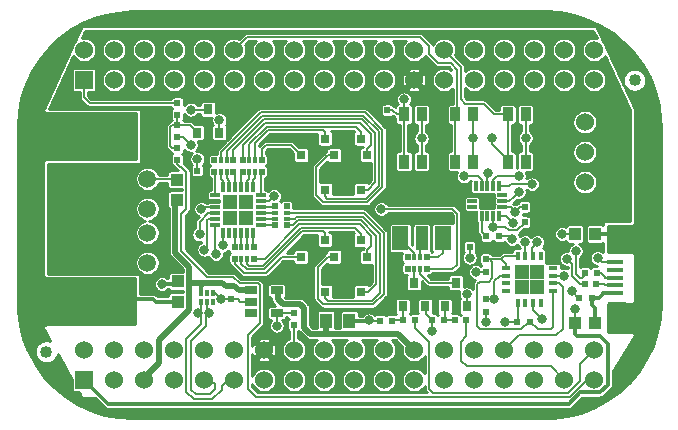
<source format=gbr>
G04 #@! TF.GenerationSoftware,KiCad,Pcbnew,(5.1.0-218-ge90452d)*
G04 #@! TF.CreationDate,2019-04-22T23:25:45-07:00*
G04 #@! TF.ProjectId,baconbits,6261636f-6e62-4697-9473-2e6b69636164,rev?*
G04 #@! TF.SameCoordinates,Original*
G04 #@! TF.FileFunction,Copper,L1,Top*
G04 #@! TF.FilePolarity,Positive*
%FSLAX46Y46*%
G04 Gerber Fmt 4.6, Leading zero omitted, Abs format (unit mm)*
G04 Created by KiCad (PCBNEW (5.1.0-218-ge90452d)) date 2019-04-22 23:25:45*
%MOMM*%
%LPD*%
G04 APERTURE LIST*
%ADD10C,1.016000*%
%ADD11R,1.000000X1.250000*%
%ADD12R,0.599440X0.497840*%
%ADD13R,1.060000X0.650000*%
%ADD14R,1.400000X2.000000*%
%ADD15R,1.000000X2.000000*%
%ADD16C,1.524000*%
%ADD17R,1.524000X1.524000*%
%ADD18R,0.899160X1.198880*%
%ADD19R,0.305000X0.813000*%
%ADD20R,0.813000X0.305000*%
%ADD21C,1.501140*%
%ADD22C,2.999740*%
%ADD23R,0.600000X0.500000*%
%ADD24R,0.500000X0.600000*%
%ADD25R,0.800000X0.350000*%
%ADD26R,0.350000X0.800000*%
%ADD27R,1.250000X1.250000*%
%ADD28R,0.797560X0.797560*%
%ADD29R,0.497840X0.599440*%
%ADD30R,0.998220X1.099820*%
%ADD31R,1.099820X0.998220*%
%ADD32R,0.497840X0.497840*%
%ADD33R,0.299720X0.497840*%
%ADD34R,0.497840X0.299720*%
%ADD35R,0.300000X0.850000*%
%ADD36R,0.850000X0.300000*%
%ADD37R,1.300000X1.300000*%
%ADD38R,1.899920X1.798320*%
%ADD39R,1.899920X1.899920*%
%ADD40R,1.597660X2.098040*%
%ADD41R,1.348740X0.398780*%
%ADD42R,0.299720X0.518160*%
%ADD43R,0.299720X0.487680*%
%ADD44R,0.800000X0.900000*%
%ADD45C,0.800000*%
%ADD46C,0.304800*%
%ADD47C,0.152400*%
%ADD48C,0.508000*%
%ADD49C,0.254000*%
G04 APERTURE END LIST*
D10*
X173520100Y-93611700D03*
X123710700Y-116598700D03*
D11*
X147374100Y-113957100D03*
X149374100Y-113957100D03*
D12*
X144640300Y-113306860D03*
X144640300Y-114302540D03*
D13*
X141025700Y-111406900D03*
X141025700Y-112356900D03*
X141025700Y-113306900D03*
X143225700Y-113306900D03*
X143225700Y-111406900D03*
D14*
X153686100Y-106987700D03*
D15*
X155486100Y-106987700D03*
D14*
X157286100Y-106987700D03*
X157286100Y-102587700D03*
D15*
X155486100Y-102587700D03*
D14*
X153686100Y-102587700D03*
D16*
X170091100Y-116433600D03*
X170091100Y-118973600D03*
X167551100Y-116433600D03*
X167551100Y-118973600D03*
X165011100Y-116433600D03*
X165011100Y-118973600D03*
X162471100Y-116433600D03*
X162471100Y-118973600D03*
X159931100Y-116433600D03*
X159931100Y-118973600D03*
X157391100Y-116433600D03*
X157391100Y-118973600D03*
X154851100Y-116433600D03*
X154851100Y-118973600D03*
X152311100Y-116433600D03*
X152311100Y-118973600D03*
X149771100Y-116433600D03*
X149771100Y-118973600D03*
X147231100Y-116433600D03*
X147231100Y-118973600D03*
X144691100Y-116433600D03*
X144691100Y-118973600D03*
X142151100Y-116433600D03*
X142151100Y-118973600D03*
X139611100Y-116433600D03*
X139611100Y-118973600D03*
X137071100Y-116433600D03*
X137071100Y-118973600D03*
X134531100Y-116433600D03*
X134531100Y-118973600D03*
X131991100Y-116433600D03*
X131991100Y-118973600D03*
X129451100Y-116433600D03*
X129451100Y-118973600D03*
X126911100Y-116433600D03*
D17*
X126911100Y-118973600D03*
D12*
X134805420Y-100324920D03*
X134805420Y-99329240D03*
D18*
X159839660Y-96499680D03*
X159839660Y-100497640D03*
X158341060Y-96499680D03*
X158341060Y-100497640D03*
X162786060Y-100497640D03*
X162786060Y-96499680D03*
X164284660Y-100497640D03*
X164284660Y-96499680D03*
D19*
X160053780Y-105120360D03*
X160553780Y-105120360D03*
X161053780Y-105120360D03*
X161553780Y-105120360D03*
X162053780Y-105120360D03*
D20*
X162328780Y-104345360D03*
X162328780Y-103845360D03*
X162328780Y-103345360D03*
D19*
X162053780Y-102570360D03*
X161553780Y-102570360D03*
X161053780Y-102570360D03*
X160553780Y-102570360D03*
X160053780Y-102570360D03*
D20*
X159778780Y-103345360D03*
X159778780Y-103845360D03*
X159778780Y-104345360D03*
D16*
X169291000Y-102235000D03*
X169291000Y-99695000D03*
X169291000Y-97155000D03*
D21*
X132265000Y-109071000D03*
X132265000Y-106531000D03*
X132265000Y-104499000D03*
X132265000Y-101959000D03*
D22*
X129598000Y-112119000D03*
X129598000Y-98403000D03*
D23*
X160968600Y-106832400D03*
X162068600Y-106832400D03*
X168810000Y-112014000D03*
X169910000Y-112014000D03*
D24*
X160909000Y-108755000D03*
X160909000Y-109855000D03*
D23*
X163534000Y-114046000D03*
X164634000Y-114046000D03*
D24*
X139382500Y-111044900D03*
X139382500Y-112144900D03*
X160909000Y-113249800D03*
X160909000Y-112149800D03*
X159550100Y-106625300D03*
X159550100Y-107725300D03*
D25*
X166602000Y-111465000D03*
X166602000Y-110815000D03*
X166602000Y-110165000D03*
X166602000Y-109515000D03*
D26*
X165577000Y-108490000D03*
X164927000Y-108490000D03*
X164277000Y-108490000D03*
X163627000Y-108490000D03*
D25*
X162602000Y-109515000D03*
X162602000Y-110165000D03*
X162602000Y-110815000D03*
X162602000Y-111465000D03*
D26*
X163627000Y-112490000D03*
X164277000Y-112490000D03*
X164927000Y-112490000D03*
X165577000Y-112490000D03*
D27*
X163977000Y-109865000D03*
X163977000Y-111115000D03*
X165227000Y-109865000D03*
X165227000Y-111115000D03*
D28*
X148856700Y-98552000D03*
X150355300Y-98552000D03*
D29*
X152590500Y-96154240D03*
X151594820Y-96154240D03*
X170284560Y-110871000D03*
X169288880Y-110871000D03*
X164195760Y-104317800D03*
X165191440Y-104317800D03*
X170291760Y-109933740D03*
X169296080Y-109933740D03*
D30*
X168442640Y-114173000D03*
X170139360Y-114173000D03*
D31*
X134815580Y-110644940D03*
X134815580Y-112341660D03*
X134785100Y-102016560D03*
X134785100Y-103713280D03*
D32*
X154305000Y-109578140D03*
D33*
X154856180Y-109578140D03*
X155354020Y-109578140D03*
D32*
X155905200Y-109578140D03*
X155905200Y-108582460D03*
D33*
X155354020Y-108582460D03*
X154856180Y-108582460D03*
D32*
X154305000Y-108582460D03*
X143062160Y-105870100D03*
D34*
X143062160Y-105318920D03*
X143062160Y-104821080D03*
D32*
X143062160Y-104269900D03*
X144057840Y-104269900D03*
D34*
X144057840Y-104821080D03*
X144057840Y-105318920D03*
D32*
X144057840Y-105870100D03*
X139659900Y-108727840D03*
D33*
X140211080Y-108727840D03*
X140708920Y-108727840D03*
D32*
X141260100Y-108727840D03*
X141260100Y-107732160D03*
D33*
X140708920Y-107732160D03*
X140211080Y-107732160D03*
D32*
X139659900Y-107732160D03*
X139530100Y-101337840D03*
D33*
X138978920Y-101337840D03*
X138481080Y-101337840D03*
D32*
X137929900Y-101337840D03*
X137929900Y-100342160D03*
D33*
X138481080Y-100342160D03*
X138978920Y-100342160D03*
D32*
X139530100Y-100342160D03*
X141940100Y-100342160D03*
D33*
X141388920Y-100342160D03*
X140891080Y-100342160D03*
D32*
X140339900Y-100342160D03*
X140339900Y-101337840D03*
D33*
X140891080Y-101337840D03*
X141388920Y-101337840D03*
D32*
X141940100Y-101337840D03*
D24*
X136502140Y-102358280D03*
X136502140Y-101258280D03*
D35*
X141190000Y-102640000D03*
X140690000Y-102640000D03*
X140190000Y-102640000D03*
X139690000Y-102640000D03*
X139190000Y-102640000D03*
X138690000Y-102640000D03*
D36*
X137990000Y-103340000D03*
X137990000Y-103840000D03*
X137990000Y-104340000D03*
X137990000Y-104840000D03*
X137990000Y-105340000D03*
X137990000Y-105840000D03*
D35*
X138690000Y-106540000D03*
X139190000Y-106540000D03*
X139690000Y-106540000D03*
X140190000Y-106540000D03*
X140690000Y-106540000D03*
X141190000Y-106540000D03*
D36*
X141890000Y-105840000D03*
X141890000Y-105340000D03*
X141890000Y-104840000D03*
X141890000Y-104340000D03*
X141890000Y-103840000D03*
X141890000Y-103340000D03*
D37*
X139290000Y-105240000D03*
X140590000Y-105240000D03*
X139290000Y-103940000D03*
X140590000Y-103940000D03*
D28*
X150876000Y-108570700D03*
X150876000Y-110069300D03*
X148856700Y-111506000D03*
X150355300Y-111506000D03*
X148082000Y-108560700D03*
X148082000Y-110059300D03*
X145796000Y-107130000D03*
X147294600Y-107130000D03*
X150342600Y-107150000D03*
X148844000Y-107150000D03*
X145808700Y-102870000D03*
X147307300Y-102870000D03*
X150355300Y-102870000D03*
X148856700Y-102870000D03*
X145288000Y-101460300D03*
X145288000Y-99961700D03*
X148082000Y-99970700D03*
X148082000Y-101469300D03*
X150870920Y-101452680D03*
X150870920Y-99954080D03*
X147307300Y-98552000D03*
X145808700Y-98552000D03*
X145288000Y-110070900D03*
X145288000Y-108572300D03*
X147307300Y-111506000D03*
X145808700Y-111506000D03*
D29*
X165191440Y-105638600D03*
X164195760Y-105638600D03*
D12*
X134807960Y-98412300D03*
X134807960Y-97416620D03*
D29*
X152940320Y-113949480D03*
X151944640Y-113949480D03*
D12*
X134807960Y-96507300D03*
X134807960Y-95511620D03*
D29*
X159280860Y-113929160D03*
X158285180Y-113929160D03*
X153884640Y-113929480D03*
X154880320Y-113929480D03*
X157366020Y-113929160D03*
X156370340Y-113929160D03*
D30*
X168478200Y-106621580D03*
X170174920Y-106621580D03*
D38*
X174540000Y-114128720D03*
D39*
X174540000Y-111527760D03*
X174540000Y-109130000D03*
D38*
X174540000Y-106529040D03*
D40*
X171992380Y-107230080D03*
X171992380Y-113427680D03*
D41*
X171865380Y-110328880D03*
X171865380Y-110976580D03*
X171865380Y-109030940D03*
X171865380Y-109681180D03*
X171865380Y-111626820D03*
D18*
X153987500Y-100497640D03*
X153987500Y-96499680D03*
X155486100Y-100497640D03*
X155486100Y-96499680D03*
D42*
X136789160Y-112392460D03*
D43*
X137287000Y-112387380D03*
X137784840Y-112387380D03*
X137784840Y-111640620D03*
X137287000Y-111640620D03*
X136789160Y-111640620D03*
D44*
X136458920Y-98055940D03*
X138358920Y-98055940D03*
X137408920Y-96055940D03*
X154833020Y-110747740D03*
X155783020Y-112747740D03*
X153883020Y-112747740D03*
X157424080Y-112760000D03*
X159324080Y-112760000D03*
X158374080Y-110760000D03*
D16*
X170091100Y-91033600D03*
X170091100Y-93573600D03*
X167551100Y-91033600D03*
X167551100Y-93573600D03*
X165011100Y-91033600D03*
X165011100Y-93573600D03*
X162471100Y-91033600D03*
X162471100Y-93573600D03*
X159931100Y-91033600D03*
X159931100Y-93573600D03*
X157391100Y-91033600D03*
X157391100Y-93573600D03*
X154851100Y-91033600D03*
X154851100Y-93573600D03*
X152311100Y-91033600D03*
X152311100Y-93573600D03*
X149771100Y-91033600D03*
X149771100Y-93573600D03*
X147231100Y-91033600D03*
X147231100Y-93573600D03*
X144691100Y-91033600D03*
X144691100Y-93573600D03*
X142151100Y-91033600D03*
X142151100Y-93573600D03*
X139611100Y-91033600D03*
X139611100Y-93573600D03*
X137071100Y-91033600D03*
X137071100Y-93573600D03*
X134531100Y-91033600D03*
X134531100Y-93573600D03*
X131991100Y-91033600D03*
X131991100Y-93573600D03*
X129451100Y-91033600D03*
X129451100Y-93573600D03*
X126911100Y-91033600D03*
D17*
X126911100Y-93573600D03*
D45*
X133515100Y-110858300D03*
X159550100Y-108623100D03*
X135921710Y-99070217D03*
X136499600Y-100266500D03*
X138531600Y-112153700D03*
X138366500Y-96989900D03*
X160083500Y-109855000D03*
X163690300Y-103060500D03*
X142989300Y-103390700D03*
X140590000Y-105240000D03*
X139312600Y-105240000D03*
X140590000Y-103940000D03*
X139312600Y-103940000D03*
X170383200Y-108673900D03*
X159302500Y-111734600D03*
X156362400Y-114833400D03*
X151015700Y-113931700D03*
X167538400Y-110147100D03*
X168224200Y-111480600D03*
X167347900Y-106629200D03*
X163215215Y-105697080D03*
X163144200Y-107051252D03*
X163703000Y-101727000D03*
X164287200Y-98475800D03*
X159054800Y-101752400D03*
X159842200Y-98475800D03*
X155473400Y-98526600D03*
X160909000Y-114077790D03*
X165227000Y-109865000D03*
X163977000Y-109865000D03*
X163977000Y-111115000D03*
X165227000Y-111115000D03*
X162534600Y-114046004D03*
X152069800Y-104508300D03*
X135940800Y-96088200D03*
X138696700Y-107543600D03*
X161417000Y-98475802D03*
X137083796Y-107950006D03*
X138087100Y-108318280D03*
X136676776Y-106661614D03*
X136836143Y-104508272D03*
X154000200Y-95224600D03*
X161061400Y-101498400D03*
X165709600Y-113817400D03*
X161544000Y-106032300D03*
X163427420Y-104768610D03*
X136543000Y-113343453D03*
X137523000Y-113343453D03*
X164820600Y-102412800D03*
X172377100Y-114033300D03*
X171615100Y-114033300D03*
X172377100Y-112890300D03*
X171615100Y-112890300D03*
X174155100Y-114541300D03*
X174917100Y-114541300D03*
X174917100Y-113779300D03*
X174155100Y-113779300D03*
X174155100Y-111874300D03*
X174917100Y-111874300D03*
X174917100Y-111112300D03*
X174155100Y-111112300D03*
X174917100Y-109461300D03*
X174155100Y-109461300D03*
X174917100Y-108699300D03*
X174155100Y-108699300D03*
X174917100Y-106921300D03*
X174155100Y-106921300D03*
X174917100Y-106159300D03*
X174155100Y-106159300D03*
X172377100Y-107810300D03*
X171615100Y-107810300D03*
X172377100Y-106667300D03*
X171615100Y-106667300D03*
X165280830Y-107307310D03*
X168529000Y-108077000D03*
X164261800Y-107315000D03*
X167767000Y-108712000D03*
X168427400Y-113004600D03*
X161645600Y-112141000D03*
X143217900Y-114388900D03*
D46*
X149374100Y-113957100D02*
X150990300Y-113957100D01*
X150990300Y-113957100D02*
X151015700Y-113931700D01*
D47*
X144640300Y-114302540D02*
X144640300Y-116382800D01*
X144640300Y-116382800D02*
X144691100Y-116433600D01*
D46*
X134602220Y-110858300D02*
X134815580Y-110644940D01*
X133515100Y-110858300D02*
X134602220Y-110858300D01*
D47*
X133515100Y-111112300D02*
X133515100Y-110858300D01*
X133408420Y-111218980D02*
X133515100Y-111112300D01*
X139907100Y-112144900D02*
X140119100Y-112356900D01*
X140119100Y-112356900D02*
X141025700Y-112356900D01*
X139382500Y-112144900D02*
X139907100Y-112144900D01*
X159550100Y-107725300D02*
X159550100Y-108623100D01*
X135521711Y-98670218D02*
X135921710Y-99070217D01*
X134807960Y-98412300D02*
X135263793Y-98412300D01*
X135263793Y-98412300D02*
X135521711Y-98670218D01*
X136502140Y-101258280D02*
X136502140Y-100269040D01*
X136502140Y-100269040D02*
X136499600Y-100266500D01*
X139382500Y-112144900D02*
X138540400Y-112144900D01*
X138540400Y-112144900D02*
X138531600Y-112153700D01*
X137784840Y-111640620D02*
X138018520Y-111640620D01*
X138018520Y-111640620D02*
X138531600Y-112153700D01*
X138358920Y-98055940D02*
X138358920Y-96997480D01*
X138358920Y-96997480D02*
X138366500Y-96989900D01*
X160909000Y-109855000D02*
X160083500Y-109855000D01*
X163290301Y-103460499D02*
X163690300Y-103060500D01*
X162905440Y-103845360D02*
X163290301Y-103460499D01*
X162328780Y-103845360D02*
X162905440Y-103845360D01*
X141890000Y-103840000D02*
X142540000Y-103840000D01*
X142540000Y-103840000D02*
X142989300Y-103390700D01*
X139290000Y-105240000D02*
X139312600Y-105240000D01*
X139290000Y-103940000D02*
X139312600Y-103940000D01*
X170740240Y-109030940D02*
X170383200Y-108673900D01*
X171865380Y-109030940D02*
X170740240Y-109030940D01*
X159324080Y-112760000D02*
X159324080Y-111756180D01*
X159324080Y-111756180D02*
X159302500Y-111734600D01*
X156370340Y-113929160D02*
X156370340Y-113914240D01*
X155829000Y-113372900D02*
X155829000Y-112793720D01*
X156370340Y-113914240D02*
X155829000Y-113372900D01*
X155829000Y-112793720D02*
X155783020Y-112747740D01*
X156370340Y-113929160D02*
X156370340Y-114825460D01*
X156370340Y-114825460D02*
X156362400Y-114833400D01*
X151944640Y-113949480D02*
X151033480Y-113949480D01*
X151033480Y-113949480D02*
X151015700Y-113931700D01*
X167520500Y-110165000D02*
X167538400Y-110147100D01*
X166602000Y-110165000D02*
X167520500Y-110165000D01*
X168810000Y-112014000D02*
X168757600Y-112014000D01*
X168757600Y-112014000D02*
X168224200Y-111480600D01*
X168478200Y-106621580D02*
X167355520Y-106621580D01*
X167355520Y-106621580D02*
X167347900Y-106629200D01*
X162638495Y-105120360D02*
X162815216Y-105297081D01*
X162815216Y-105297081D02*
X163215215Y-105697080D01*
X162053780Y-105120360D02*
X162638495Y-105120360D01*
X162068600Y-106832400D02*
X162925348Y-106832400D01*
X162925348Y-106832400D02*
X163144200Y-107051252D01*
X163137315Y-101727000D02*
X163703000Y-101727000D01*
X161838240Y-101727000D02*
X163137315Y-101727000D01*
X161553780Y-102011460D02*
X161838240Y-101727000D01*
X161553780Y-102570360D02*
X161553780Y-102011460D01*
X164284660Y-100497640D02*
X164284660Y-98478340D01*
X164284660Y-98478340D02*
X164287200Y-98475800D01*
X164284660Y-96499680D02*
X164284660Y-98473260D01*
X164284660Y-98473260D02*
X164287200Y-98475800D01*
X159620485Y-101752400D02*
X159054800Y-101752400D01*
X160553780Y-102570360D02*
X160553780Y-102011460D01*
X160294720Y-101752400D02*
X159620485Y-101752400D01*
X160553780Y-102011460D02*
X160294720Y-101752400D01*
X159842200Y-98475800D02*
X159842200Y-100495100D01*
X159842200Y-100495100D02*
X159839660Y-100497640D01*
X159839660Y-98473260D02*
X159842200Y-98475800D01*
X159839660Y-96499680D02*
X159839660Y-98473260D01*
X155486100Y-100497640D02*
X155486100Y-98539300D01*
X155486100Y-98539300D02*
X155473400Y-98526600D01*
X155486100Y-96499680D02*
X155486100Y-98513900D01*
X155486100Y-98513900D02*
X155473400Y-98526600D01*
X160909000Y-113249800D02*
X160909000Y-114077790D01*
X163627000Y-112490000D02*
X163627000Y-113953000D01*
X163627000Y-113953000D02*
X163534000Y-114046000D01*
X162534604Y-114046000D02*
X162534600Y-114046004D01*
X163534000Y-114046000D02*
X162534604Y-114046000D01*
D48*
X143225700Y-111406900D02*
X143294100Y-111475300D01*
X143294100Y-111475300D02*
X143294100Y-112153700D01*
X143294100Y-112153700D02*
X143715899Y-112575499D01*
X143715899Y-112575499D02*
X145189101Y-112575499D01*
X146062700Y-115074700D02*
X147408900Y-115074700D01*
X145189101Y-112575499D02*
X145529300Y-112915698D01*
X145529300Y-112915698D02*
X145529300Y-114541300D01*
X145529300Y-114541300D02*
X146062700Y-115074700D01*
X147408900Y-115074700D02*
X153492200Y-115074700D01*
X147374100Y-113957100D02*
X147374100Y-115039900D01*
X147374100Y-115039900D02*
X147408900Y-115074700D01*
X153492200Y-115074700D02*
X154851100Y-116433600D01*
D47*
X157366020Y-113929160D02*
X158285180Y-113929160D01*
X157424080Y-112760000D02*
X157424080Y-113871100D01*
X157424080Y-113871100D02*
X157366020Y-113929160D01*
X155354020Y-109578140D02*
X155354020Y-109979460D01*
X155354020Y-109979460D02*
X156134560Y-110760000D01*
X156134560Y-110760000D02*
X157821680Y-110760000D01*
X157821680Y-110760000D02*
X158374080Y-110760000D01*
X154833020Y-110747740D02*
X154833020Y-109601300D01*
X154833020Y-109601300D02*
X154856180Y-109578140D01*
X154787080Y-110701800D02*
X154833020Y-110747740D01*
X153884640Y-113929480D02*
X152960320Y-113929480D01*
X152960320Y-113929480D02*
X152940320Y-113949480D01*
X153883020Y-112747740D02*
X153883020Y-113927860D01*
X153883020Y-113927860D02*
X153884640Y-113929480D01*
X134805420Y-99329240D02*
X134353300Y-99329240D01*
X134353300Y-99329240D02*
X134175500Y-99151440D01*
X134175500Y-99151440D02*
X134175500Y-97596960D01*
X134175500Y-97596960D02*
X134355840Y-97416620D01*
X134355840Y-97416620D02*
X134807960Y-97416620D01*
X134807960Y-97416620D02*
X135869600Y-97416620D01*
X135869600Y-97416620D02*
X136458920Y-98005940D01*
X136458920Y-98005940D02*
X136458920Y-98055940D01*
X134807960Y-96507300D02*
X134807960Y-97416620D01*
X158457900Y-104889300D02*
X158076900Y-104508300D01*
X158076900Y-104508300D02*
X152069800Y-104508300D01*
X158457900Y-109207300D02*
X158457900Y-104889300D01*
X158087060Y-109578140D02*
X158457900Y-109207300D01*
X155905200Y-109578140D02*
X158087060Y-109578140D01*
X135940800Y-96088200D02*
X137376660Y-96088200D01*
X137376660Y-96088200D02*
X137408920Y-96055940D01*
X138690000Y-106540000D02*
X138690000Y-107536900D01*
X138690000Y-107536900D02*
X138696700Y-107543600D01*
X157391100Y-91033600D02*
X158826200Y-92468700D01*
X162184080Y-96499680D02*
X162786060Y-96499680D01*
X158826200Y-92468700D02*
X158826200Y-95211900D01*
X158826200Y-95211900D02*
X159194500Y-95580200D01*
X159194500Y-95580200D02*
X160731200Y-95580200D01*
X160731200Y-95580200D02*
X161650680Y-96499680D01*
X161650680Y-96499680D02*
X162184080Y-96499680D01*
X161417000Y-98978720D02*
X161417000Y-98475802D01*
X162786060Y-100497640D02*
X162786060Y-100347780D01*
X162786060Y-100347780D02*
X161417000Y-98978720D01*
X162786060Y-100497640D02*
X162786060Y-96499680D01*
X137990000Y-105340000D02*
X137412600Y-105340000D01*
X137336399Y-107697403D02*
X137083796Y-107950006D01*
X137412600Y-105340000D02*
X137336399Y-105416201D01*
X137336399Y-105416201D02*
X137336399Y-107697403D01*
X137990000Y-108221180D02*
X138087100Y-108318280D01*
X137990000Y-105840000D02*
X137990000Y-108221180D01*
X137412600Y-104840000D02*
X136676776Y-105575824D01*
X137990000Y-104840000D02*
X137412600Y-104840000D01*
X136676776Y-106095929D02*
X136676776Y-106661614D01*
X136676776Y-105575824D02*
X136676776Y-106095929D01*
X137990000Y-104340000D02*
X137004415Y-104340000D01*
X137004415Y-104340000D02*
X136836143Y-104508272D01*
X160553780Y-106417580D02*
X160968600Y-106832400D01*
X160553780Y-105120360D02*
X160553780Y-106417580D01*
X154880320Y-113929480D02*
X154880320Y-114550180D01*
X154880320Y-114550180D02*
X156095700Y-115765560D01*
X156095700Y-115765560D02*
X156095700Y-119735589D01*
X156095700Y-119735589D02*
X156451300Y-120091189D01*
X167899601Y-120091189D02*
X168910000Y-119080790D01*
X156451300Y-120091189D02*
X167899601Y-120091189D01*
X168910000Y-119080790D02*
X168910000Y-117614700D01*
X168910000Y-117614700D02*
X170091100Y-116433600D01*
X158813500Y-115760500D02*
X159280860Y-115293140D01*
X159280860Y-115293140D02*
X159280860Y-113929160D01*
X158813500Y-117348000D02*
X158813500Y-115760500D01*
X159296100Y-117830600D02*
X158813500Y-117348000D01*
X166408100Y-117830600D02*
X159296100Y-117830600D01*
X167551100Y-118973600D02*
X166408100Y-117830600D01*
X134807960Y-95511620D02*
X127363220Y-95511620D01*
X127363220Y-95511620D02*
X126911100Y-95059500D01*
X126911100Y-95059500D02*
X126911100Y-93573600D01*
D46*
X170833880Y-111626820D02*
X171865380Y-111626820D01*
X169910000Y-112014000D02*
X170514800Y-112014000D01*
X170514800Y-112014000D02*
X170833880Y-111694920D01*
X170833880Y-111694920D02*
X170833880Y-111626820D01*
X169910000Y-112620300D02*
X169910000Y-112014000D01*
X170139360Y-114173000D02*
X170139360Y-112849660D01*
X170139360Y-112849660D02*
X169910000Y-112620300D01*
D47*
X144731039Y-105318920D02*
X144878752Y-105171207D01*
X150485541Y-105171207D02*
X151955489Y-106641155D01*
X144878752Y-105171207D02*
X150485541Y-105171207D01*
X147307300Y-112057180D02*
X147307300Y-111506000D01*
X147523200Y-112273080D02*
X147307300Y-112057180D01*
X151277320Y-112273080D02*
X147523200Y-112273080D01*
X151955489Y-111594911D02*
X151277320Y-112273080D01*
X151955489Y-106641155D02*
X151955489Y-111594911D01*
X144057840Y-105318920D02*
X144731039Y-105318920D01*
X150359286Y-105476018D02*
X151647426Y-106764158D01*
X144057840Y-105870100D02*
X144610927Y-105870100D01*
X150975060Y-111506000D02*
X150906480Y-111506000D01*
X151647426Y-110833634D02*
X150975060Y-111506000D01*
X144610927Y-105870100D02*
X145005008Y-105476018D01*
X151647426Y-106764158D02*
X151647426Y-110833634D01*
X145005008Y-105476018D02*
X150359286Y-105476018D01*
X150906480Y-111506000D02*
X150355300Y-111506000D01*
X146679919Y-112087661D02*
X146679919Y-109411601D01*
X144057840Y-104821080D02*
X150566480Y-104821080D01*
X150566480Y-104821080D02*
X152260300Y-106514900D01*
X152260300Y-106514900D02*
X152260300Y-111721167D01*
X152260300Y-111721167D02*
X151403576Y-112577891D01*
X151403576Y-112577891D02*
X147170149Y-112577891D01*
X147170149Y-112577891D02*
X146679919Y-112087661D01*
X146679919Y-109411601D02*
X147530820Y-108560700D01*
X147530820Y-108560700D02*
X148082000Y-108560700D01*
X150355300Y-98000820D02*
X150355300Y-98552000D01*
X142349220Y-97538540D02*
X149893020Y-97538540D01*
X140891080Y-100342160D02*
X140891080Y-98996680D01*
X140891080Y-98996680D02*
X142349220Y-97538540D01*
X149893020Y-97538540D02*
X150355300Y-98000820D01*
X141388920Y-100342160D02*
X141388920Y-98956040D01*
X141388920Y-98956040D02*
X142501610Y-97843350D01*
X142501610Y-97843350D02*
X147149830Y-97843350D01*
X147149830Y-97843350D02*
X147307300Y-98000820D01*
X147307300Y-98000820D02*
X147307300Y-98552000D01*
X140339900Y-100342160D02*
X140339900Y-99116793D01*
X140339900Y-99116793D02*
X142222964Y-97233729D01*
X151163020Y-99102500D02*
X150876000Y-99389520D01*
X151163020Y-98150678D02*
X151163020Y-99102500D01*
X142222964Y-97233729D02*
X150246071Y-97233729D01*
X150876000Y-99389520D02*
X150876000Y-99940700D01*
X150246071Y-97233729D02*
X151163020Y-98150678D01*
X146547840Y-103319582D02*
X146547840Y-100953680D01*
X147159978Y-103931720D02*
X146547840Y-103319582D01*
X150881081Y-103931720D02*
X147159978Y-103931720D01*
X141844196Y-96319296D02*
X150663668Y-96319296D01*
X152158722Y-97814350D02*
X152158722Y-102654079D01*
X146547840Y-100953680D02*
X147530820Y-99970700D01*
X138481080Y-99682412D02*
X141844196Y-96319296D01*
X147530820Y-99970700D02*
X148082000Y-99970700D01*
X152158722Y-102654079D02*
X150881081Y-103931720D01*
X138481080Y-100342160D02*
X138481080Y-99682412D01*
X150663668Y-96319296D02*
X152158722Y-97814350D01*
X141940100Y-100342160D02*
X141940100Y-99469120D01*
X141940100Y-99469120D02*
X142311120Y-99098100D01*
X142311120Y-99098100D02*
X144424400Y-99098100D01*
X144424400Y-99098100D02*
X145288000Y-99961700D01*
X150906480Y-102870000D02*
X150355300Y-102870000D01*
X151549100Y-102227380D02*
X150906480Y-102870000D01*
X150411156Y-96928918D02*
X151549100Y-98066862D01*
X139530100Y-99495526D02*
X142096708Y-96928918D01*
X139530100Y-100342160D02*
X139530100Y-99495526D01*
X142096708Y-96928918D02*
X150411156Y-96928918D01*
X151549100Y-98066862D02*
X151549100Y-102227380D01*
X150754825Y-103626909D02*
X147513029Y-103626909D01*
X147307300Y-103421180D02*
X147307300Y-102870000D01*
X138978920Y-99615639D02*
X141970452Y-96624107D01*
X138978920Y-100342160D02*
X138978920Y-99615639D01*
X150537412Y-96624107D02*
X151853911Y-97940606D01*
X147513029Y-103626909D02*
X147307300Y-103421180D01*
X151853911Y-97940606D02*
X151853911Y-102527823D01*
X151853911Y-102527823D02*
X150754825Y-103626909D01*
X141970452Y-96624107D02*
X150537412Y-96624107D01*
X150342600Y-106598820D02*
X150342600Y-107150000D01*
X145257520Y-106085639D02*
X149829420Y-106085640D01*
X142034281Y-109308878D02*
X145257520Y-106085639D01*
X140888638Y-109308878D02*
X142034281Y-109308878D01*
X140708920Y-109129160D02*
X140888638Y-109308878D01*
X140708920Y-108727840D02*
X140708920Y-109129160D01*
X149829420Y-106085640D02*
X150342600Y-106598820D01*
X150876000Y-108019520D02*
X150876000Y-108570700D01*
X145131265Y-105780829D02*
X150233031Y-105780829D01*
X151216360Y-106764158D02*
X151216360Y-107679160D01*
X150233031Y-105780829D02*
X151216360Y-106764158D01*
X141260100Y-108727840D02*
X142184253Y-108727840D01*
X151216360Y-107679160D02*
X150876000Y-108019520D01*
X142184253Y-108727840D02*
X145131265Y-105780829D01*
X139659900Y-108727840D02*
X139659900Y-109129160D01*
X139659900Y-109129160D02*
X140449240Y-109918500D01*
X140449240Y-109918500D02*
X142293340Y-109918500D01*
X142293340Y-109918500D02*
X143639540Y-108572300D01*
X143639540Y-108572300D02*
X145288000Y-108572300D01*
X147294600Y-106578820D02*
X147294600Y-107130000D01*
X147106230Y-106390450D02*
X147294600Y-106578820D01*
X142160537Y-109613689D02*
X145383776Y-106390450D01*
X145383776Y-106390450D02*
X147106230Y-106390450D01*
X140211080Y-109129160D02*
X140695609Y-109613689D01*
X140695609Y-109613689D02*
X142160537Y-109613689D01*
X140211080Y-108727840D02*
X140211080Y-109129160D01*
X141190000Y-102640000D02*
X141190000Y-102062600D01*
X141190000Y-102062600D02*
X141388920Y-101863680D01*
X141388920Y-101863680D02*
X141388920Y-101337840D01*
X140690000Y-102640000D02*
X140690000Y-102153518D01*
X140690000Y-102153518D02*
X140891080Y-101952438D01*
X140891080Y-101952438D02*
X140891080Y-101739160D01*
X140891080Y-101739160D02*
X140891080Y-101337840D01*
X140190000Y-102640000D02*
X140190000Y-101487740D01*
X140190000Y-101487740D02*
X140339900Y-101337840D01*
X139690000Y-102640000D02*
X139690000Y-101497740D01*
X139690000Y-101497740D02*
X139530100Y-101337840D01*
X139190000Y-102131400D02*
X138978920Y-101920320D01*
X138978920Y-101920320D02*
X138978920Y-101337840D01*
X139190000Y-102640000D02*
X139190000Y-102131400D01*
X138690000Y-102174960D02*
X138481080Y-101966040D01*
X138481080Y-101966040D02*
X138481080Y-101337840D01*
X138690000Y-102640000D02*
X138690000Y-102174960D01*
X137990000Y-103340000D02*
X137990000Y-101397940D01*
X137990000Y-101397940D02*
X137929900Y-101337840D01*
X139690000Y-106540000D02*
X139690000Y-107702060D01*
X139690000Y-107702060D02*
X139659900Y-107732160D01*
X140190000Y-106540000D02*
X140190000Y-107711080D01*
X140190000Y-107711080D02*
X140211080Y-107732160D01*
X140690000Y-106540000D02*
X140690000Y-107713240D01*
X140690000Y-107713240D02*
X140708920Y-107732160D01*
X141190000Y-106540000D02*
X141190000Y-107662060D01*
X141190000Y-107662060D02*
X141260100Y-107732160D01*
X141890000Y-105840000D02*
X143032060Y-105840000D01*
X143032060Y-105840000D02*
X143062160Y-105870100D01*
X141890000Y-105340000D02*
X143041080Y-105340000D01*
X143041080Y-105340000D02*
X143062160Y-105318920D01*
X141890000Y-104840000D02*
X143043240Y-104840000D01*
X143043240Y-104840000D02*
X143062160Y-104821080D01*
X141890000Y-104340000D02*
X142992060Y-104340000D01*
X142992060Y-104340000D02*
X143062160Y-104269900D01*
X141890000Y-103340000D02*
X141890000Y-101387940D01*
X141890000Y-101387940D02*
X141940100Y-101337840D01*
X152590500Y-96154240D02*
X153075640Y-96154240D01*
X153075640Y-96154240D02*
X153075640Y-96179640D01*
X153075640Y-96179640D02*
X153395680Y-96499680D01*
X153395680Y-96499680D02*
X153987500Y-96499680D01*
X153987500Y-96499680D02*
X153987500Y-95237300D01*
X153987500Y-95237300D02*
X154000200Y-95224600D01*
X153987500Y-100497640D02*
X153987500Y-96499680D01*
X161053780Y-102570360D02*
X161053780Y-101506020D01*
X161053780Y-101506020D02*
X161061400Y-101498400D01*
X164927000Y-112490000D02*
X164927000Y-113042400D01*
X164927000Y-113042400D02*
X165702000Y-113817400D01*
X165702000Y-113817400D02*
X165709600Y-113817400D01*
X167411400Y-114630200D02*
X166878000Y-115163600D01*
X163741100Y-115163600D02*
X163233099Y-115671601D01*
X166878000Y-115163600D02*
X163741100Y-115163600D01*
X167411400Y-111128232D02*
X167411400Y-114630200D01*
X167098168Y-110815000D02*
X167411400Y-111128232D01*
X166602000Y-110815000D02*
X167098168Y-110815000D01*
X163233099Y-115671601D02*
X162471100Y-116433600D01*
X164195760Y-105638600D02*
X164195760Y-105689400D01*
X164195760Y-105689400D02*
X163559478Y-106325682D01*
X162840682Y-106325682D02*
X162547300Y-106032300D01*
X163559478Y-106325682D02*
X162840682Y-106325682D01*
X162547300Y-106032300D02*
X161544000Y-106032300D01*
X161553780Y-106022520D02*
X161544000Y-106032300D01*
X161553780Y-105120360D02*
X161553780Y-106022520D01*
X163027421Y-104368611D02*
X163427420Y-104768610D01*
X163427420Y-104684820D02*
X163427420Y-104768610D01*
X163794440Y-104317800D02*
X163427420Y-104684820D01*
X164195760Y-104317800D02*
X163794440Y-104317800D01*
X163004170Y-104345360D02*
X163027421Y-104368611D01*
X162328780Y-104345360D02*
X163004170Y-104345360D01*
X138557000Y-119507000D02*
X139090400Y-118973600D01*
X137762690Y-120624600D02*
X138557000Y-119830290D01*
X136176310Y-120624600D02*
X137762690Y-120624600D01*
X135534400Y-115475310D02*
X135534400Y-119982690D01*
X136804400Y-113604853D02*
X136804400Y-114205310D01*
X135534400Y-119982690D02*
X136176310Y-120624600D01*
X136804400Y-114205310D02*
X135534400Y-115475310D01*
X138557000Y-119830290D02*
X138557000Y-119507000D01*
X136543000Y-113343453D02*
X136804400Y-113604853D01*
X136789160Y-112392460D02*
X136789160Y-113097293D01*
X136789160Y-113097293D02*
X136543000Y-113343453D01*
X139090400Y-118973600D02*
X139611100Y-118973600D01*
X137922000Y-119219948D02*
X137317448Y-119219948D01*
X136365690Y-120167400D02*
X137573310Y-120167400D01*
X137261600Y-114394690D02*
X135991600Y-115664690D01*
X135991600Y-115664690D02*
X135991600Y-119793310D01*
X137523000Y-113343453D02*
X137261600Y-113604853D01*
X137573310Y-120167400D02*
X138002026Y-119738684D01*
X138002026Y-119299974D02*
X137922000Y-119219948D01*
X137261600Y-113604853D02*
X137261600Y-114394690D01*
X138002026Y-119738684D02*
X138002026Y-119299974D01*
X135991600Y-119793310D02*
X136365690Y-120167400D01*
X137287000Y-113107453D02*
X137523000Y-113343453D01*
X137287000Y-112387380D02*
X137287000Y-113107453D01*
X137317448Y-119219948D02*
X137071100Y-118973600D01*
D48*
X137150597Y-110731310D02*
X137150587Y-110731300D01*
X137150587Y-110731300D02*
X135801100Y-110731300D01*
X135801100Y-110731300D02*
X135801100Y-109381813D01*
X135801100Y-109381813D02*
X134632700Y-108213413D01*
X134632700Y-108213413D02*
X134632700Y-103814880D01*
X134632700Y-103814880D02*
X134734300Y-103713280D01*
X134734300Y-103713280D02*
X134785100Y-103713280D01*
X139382500Y-111044900D02*
X138908700Y-111044900D01*
X138908700Y-111044900D02*
X138595110Y-110731310D01*
X138595110Y-110731310D02*
X137150597Y-110731310D01*
D47*
X140146900Y-111406900D02*
X140246100Y-111406900D01*
D48*
X140246100Y-111406900D02*
X141025700Y-111406900D01*
X139382500Y-111044900D02*
X139623187Y-111044900D01*
X139623187Y-111044900D02*
X139985187Y-111406900D01*
X139985187Y-111406900D02*
X140146900Y-111406900D01*
X131991100Y-118973600D02*
X131991100Y-118833900D01*
X131991100Y-118833900D02*
X133261100Y-117563900D01*
X133261100Y-117563900D02*
X133261100Y-115557300D01*
X133261100Y-115557300D02*
X135801100Y-113017300D01*
X135801100Y-110731310D02*
X137150597Y-110731310D01*
X135801100Y-113017300D02*
X135801100Y-110731310D01*
D46*
X136789160Y-111640620D02*
X136789160Y-111091980D01*
X136789160Y-111091980D02*
X137149830Y-110731310D01*
X137149830Y-110731310D02*
X137150597Y-110731310D01*
D47*
X138938000Y-111048800D02*
X138941900Y-111044900D01*
X138941900Y-111044900D02*
X139382500Y-111044900D01*
X162053780Y-102570360D02*
X162872340Y-102570360D01*
X162872340Y-102570360D02*
X163029900Y-102412800D01*
X163029900Y-102412800D02*
X164820600Y-102412800D01*
D46*
X129598000Y-112119000D02*
X132743800Y-112119000D01*
X132743800Y-112119000D02*
X132966460Y-112341660D01*
X132966460Y-112341660D02*
X134815580Y-112341660D01*
X170174920Y-106621580D02*
X171383880Y-106621580D01*
X171383880Y-106621580D02*
X171992380Y-107230080D01*
X171992380Y-107230080D02*
X173838960Y-107230080D01*
X173838960Y-107230080D02*
X174540000Y-106529040D01*
X171992380Y-113427680D02*
X173838960Y-113427680D01*
X173838960Y-113427680D02*
X174540000Y-114128720D01*
D47*
X132265000Y-101959000D02*
X134727540Y-101959000D01*
X134727540Y-101959000D02*
X134785100Y-102016560D01*
X171034880Y-110328880D02*
X171034880Y-110275540D01*
X171034880Y-110275540D02*
X170693080Y-109933740D01*
X170693080Y-109933740D02*
X170291760Y-109933740D01*
X171865380Y-110328880D02*
X171034880Y-110328880D01*
X170933030Y-110871000D02*
X170284560Y-110871000D01*
X171865380Y-110976580D02*
X171038610Y-110976580D01*
X171038610Y-110976580D02*
X170933030Y-110871000D01*
X165280830Y-107307310D02*
X165280830Y-107388170D01*
X165280830Y-107388170D02*
X164846000Y-107823000D01*
X164846000Y-107823000D02*
X164846000Y-108409000D01*
X164846000Y-108409000D02*
X164927000Y-108490000D01*
X169296080Y-109933740D02*
X169296080Y-110103920D01*
X168889679Y-110342679D02*
X168529000Y-109982000D01*
X169296080Y-110103920D02*
X169057321Y-110342679D01*
X169057321Y-110342679D02*
X168889679Y-110342679D01*
X168529000Y-109982000D02*
X168529000Y-108077000D01*
X167767000Y-108712000D02*
X168192402Y-109137402D01*
X168192402Y-109137402D02*
X168192402Y-110175842D01*
X168192402Y-110175842D02*
X168887560Y-110871000D01*
X168887560Y-110871000D02*
X169288880Y-110871000D01*
X164277000Y-108490000D02*
X164277000Y-107330200D01*
X164277000Y-107330200D02*
X164261800Y-107315000D01*
X154856180Y-108582460D02*
X154856180Y-108224318D01*
X153686100Y-107054238D02*
X153686100Y-106987700D01*
X154856180Y-108224318D02*
X153686100Y-107054238D01*
X153178100Y-107262300D02*
X153178100Y-106962300D01*
X155354020Y-108582460D02*
X155354020Y-107119780D01*
X155354020Y-107119780D02*
X155486100Y-106987700D01*
X155905200Y-108582460D02*
X156898340Y-108582460D01*
X156898340Y-108582460D02*
X157286100Y-108194700D01*
X157286100Y-108194700D02*
X157286100Y-106987700D01*
X164634000Y-114046000D02*
X164584000Y-114046000D01*
X164584000Y-114046000D02*
X163923600Y-114706400D01*
X163923600Y-114706400D02*
X160426400Y-114706400D01*
X160426400Y-114706400D02*
X160172400Y-114452400D01*
X160172400Y-110883700D02*
X160388300Y-110667800D01*
X160172400Y-114452400D02*
X160172400Y-110883700D01*
X161455100Y-108953300D02*
X161256800Y-108755000D01*
X160388300Y-110667800D02*
X161150300Y-110667800D01*
X161256800Y-108755000D02*
X160909000Y-108755000D01*
X161150300Y-110667800D02*
X161455100Y-110363000D01*
X161455100Y-110363000D02*
X161455100Y-108953300D01*
X164634000Y-114046000D02*
X165294400Y-114706400D01*
X165294400Y-114706400D02*
X166420800Y-114706400D01*
X166420800Y-114706400D02*
X166602000Y-114525200D01*
X166602000Y-114525200D02*
X166602000Y-111792400D01*
X166602000Y-111792400D02*
X166602000Y-111465000D01*
X162169400Y-108755000D02*
X162434400Y-108490000D01*
X162434400Y-108490000D02*
X163627000Y-108490000D01*
X160909000Y-108755000D02*
X162169400Y-108755000D01*
X162169400Y-108755000D02*
X162602000Y-109187600D01*
X162602000Y-109187600D02*
X162602000Y-109515000D01*
X158341060Y-96499680D02*
X158470600Y-96370140D01*
X158470600Y-96370140D02*
X158470600Y-92697300D01*
X158470600Y-92697300D02*
X157937200Y-92163900D01*
X140716000Y-89928700D02*
X140373099Y-90271601D01*
X157937200Y-92163900D02*
X156870400Y-92163900D01*
X156870400Y-92163900D02*
X156095700Y-91389200D01*
X156095700Y-91389200D02*
X156095700Y-90690700D01*
X156095700Y-90690700D02*
X155333700Y-89928700D01*
X155333700Y-89928700D02*
X140716000Y-89928700D01*
X140373099Y-90271601D02*
X139611100Y-91033600D01*
X158341060Y-100497640D02*
X158341060Y-99745800D01*
X158341060Y-99745800D02*
X158341060Y-96499680D01*
D46*
X168442640Y-114173000D02*
X168442640Y-115051840D01*
X171272200Y-119371366D02*
X170603165Y-120040401D01*
X168442640Y-115051840D02*
X168668700Y-115277900D01*
X168668700Y-115277900D02*
X170624500Y-115277900D01*
X170624500Y-115277900D02*
X171272200Y-115925600D01*
X171272200Y-115925600D02*
X171272200Y-119371366D01*
X170603165Y-120040401D02*
X168922699Y-120040401D01*
X168922699Y-120040401D02*
X167957490Y-121005610D01*
X167957490Y-121005610D02*
X128943110Y-121005610D01*
X128943110Y-121005610D02*
X126911100Y-118973600D01*
D47*
X161645600Y-110603567D02*
X161645600Y-111575315D01*
X162084167Y-110165000D02*
X161645600Y-110603567D01*
X161645600Y-111575315D02*
X161645600Y-112141000D01*
X162602000Y-110165000D02*
X162084167Y-110165000D01*
X168442640Y-113019840D02*
X168427400Y-113004600D01*
X168442640Y-114173000D02*
X168442640Y-113019840D01*
X160909000Y-112149800D02*
X161636800Y-112149800D01*
X161636800Y-112149800D02*
X161645600Y-112141000D01*
X137350500Y-110248700D02*
X139509500Y-110248700D01*
X135563611Y-104529889D02*
X135140700Y-104952800D01*
X141795500Y-114185700D02*
X140804900Y-115176300D01*
X134805420Y-100324920D02*
X134805420Y-100726240D01*
X134805420Y-100726240D02*
X134990838Y-100911658D01*
X134990838Y-100911658D02*
X135140700Y-100911658D01*
X135563611Y-101334569D02*
X135563611Y-104529889D01*
X135140700Y-100911658D02*
X135563611Y-101334569D01*
X140068300Y-110807500D02*
X141643100Y-110807500D01*
X135140700Y-104952800D02*
X135140700Y-108038900D01*
X135140700Y-108038900D02*
X137350500Y-110248700D01*
X139509500Y-110248700D02*
X140068300Y-110807500D01*
X141643100Y-110807500D02*
X141795500Y-110959900D01*
X141795500Y-110959900D02*
X141795500Y-114185700D01*
X169450670Y-118973600D02*
X170091100Y-118973600D01*
X140804900Y-115176300D02*
X140804900Y-119761000D01*
X140804900Y-119761000D02*
X141439900Y-120396000D01*
X141439900Y-120396000D02*
X168028270Y-120396000D01*
X168028270Y-120396000D02*
X169450670Y-118973600D01*
X144640300Y-113306860D02*
X143225740Y-113306860D01*
X143225740Y-113306860D02*
X143225700Y-113306900D01*
X143225700Y-113306900D02*
X143225700Y-114381100D01*
X143225700Y-114381100D02*
X143217900Y-114388900D01*
D49*
G36*
X170295683Y-90012492D02*
G01*
X170193669Y-89992200D01*
X169988531Y-89992200D01*
X169787335Y-90032220D01*
X169597812Y-90110723D01*
X169427246Y-90224692D01*
X169282192Y-90369746D01*
X169168223Y-90540312D01*
X169089720Y-90729835D01*
X169049700Y-90931031D01*
X169049700Y-91136169D01*
X169089720Y-91337365D01*
X169168223Y-91526888D01*
X169282192Y-91697454D01*
X169427246Y-91842508D01*
X169597812Y-91956477D01*
X169787335Y-92034980D01*
X169988531Y-92075000D01*
X170193669Y-92075000D01*
X170394865Y-92034980D01*
X170584388Y-91956477D01*
X170754954Y-91842508D01*
X170900008Y-91697454D01*
X171003826Y-91542080D01*
X173139100Y-96154272D01*
X173139100Y-105524300D01*
X170980100Y-105524300D01*
X170955324Y-105526740D01*
X170931499Y-105533967D01*
X170909543Y-105545703D01*
X170890297Y-105561497D01*
X170874503Y-105580743D01*
X170862767Y-105602699D01*
X170855540Y-105626524D01*
X170853100Y-105651300D01*
X170853100Y-105857186D01*
X170830007Y-105838234D01*
X170781469Y-105812290D01*
X170728802Y-105796314D01*
X170674030Y-105790919D01*
X169675810Y-105790919D01*
X169621038Y-105796314D01*
X169568371Y-105812290D01*
X169519833Y-105838234D01*
X169477289Y-105873149D01*
X169442374Y-105915693D01*
X169416430Y-105964231D01*
X169400454Y-106016898D01*
X169395059Y-106071670D01*
X169395059Y-107171490D01*
X169400454Y-107226262D01*
X169416430Y-107278929D01*
X169442374Y-107327467D01*
X169477289Y-107370011D01*
X169519833Y-107404926D01*
X169568371Y-107430870D01*
X169621038Y-107446846D01*
X169675810Y-107452241D01*
X170674030Y-107452241D01*
X170728802Y-107446846D01*
X170781469Y-107430870D01*
X170830007Y-107404926D01*
X170853100Y-107385974D01*
X170853100Y-108182984D01*
X170816292Y-108146176D01*
X170705016Y-108071824D01*
X170581374Y-108020609D01*
X170450115Y-107994500D01*
X170316285Y-107994500D01*
X170185026Y-108020609D01*
X170061384Y-108071824D01*
X169950108Y-108146176D01*
X169855476Y-108240808D01*
X169781124Y-108352084D01*
X169729909Y-108475726D01*
X169703800Y-108606985D01*
X169703800Y-108740815D01*
X169729909Y-108872074D01*
X169781124Y-108995716D01*
X169855476Y-109106992D01*
X169950108Y-109201624D01*
X170061384Y-109275976D01*
X170185026Y-109327191D01*
X170316129Y-109353269D01*
X170042840Y-109353269D01*
X169988068Y-109358664D01*
X169935401Y-109374640D01*
X169886863Y-109400584D01*
X169844319Y-109435499D01*
X169809404Y-109478043D01*
X169793920Y-109507012D01*
X169778436Y-109478043D01*
X169743521Y-109435499D01*
X169700977Y-109400584D01*
X169652439Y-109374640D01*
X169599772Y-109358664D01*
X169545000Y-109353269D01*
X169047160Y-109353269D01*
X168992388Y-109358664D01*
X168939721Y-109374640D01*
X168891183Y-109400584D01*
X168884600Y-109405987D01*
X168884600Y-108656502D01*
X168962092Y-108604724D01*
X169056724Y-108510092D01*
X169131076Y-108398816D01*
X169182291Y-108275174D01*
X169208400Y-108143915D01*
X169208400Y-108010085D01*
X169182291Y-107878826D01*
X169131076Y-107755184D01*
X169056724Y-107643908D01*
X168962092Y-107549276D01*
X168850816Y-107474924D01*
X168796055Y-107452241D01*
X168977310Y-107452241D01*
X169032082Y-107446846D01*
X169084749Y-107430870D01*
X169133287Y-107404926D01*
X169175831Y-107370011D01*
X169210746Y-107327467D01*
X169236690Y-107278929D01*
X169252666Y-107226262D01*
X169258061Y-107171490D01*
X169258061Y-106071670D01*
X169252666Y-106016898D01*
X169236690Y-105964231D01*
X169210746Y-105915693D01*
X169175831Y-105873149D01*
X169133287Y-105838234D01*
X169084749Y-105812290D01*
X169032082Y-105796314D01*
X168977310Y-105790919D01*
X167979090Y-105790919D01*
X167924318Y-105796314D01*
X167871651Y-105812290D01*
X167823113Y-105838234D01*
X167780569Y-105873149D01*
X167745654Y-105915693D01*
X167719710Y-105964231D01*
X167703734Y-106016898D01*
X167700688Y-106047819D01*
X167669716Y-106027124D01*
X167546074Y-105975909D01*
X167414815Y-105949800D01*
X167280985Y-105949800D01*
X167149726Y-105975909D01*
X167026084Y-106027124D01*
X166914808Y-106101476D01*
X166820176Y-106196108D01*
X166745824Y-106307384D01*
X166694609Y-106431026D01*
X166668500Y-106562285D01*
X166668500Y-106696115D01*
X166694609Y-106827374D01*
X166745824Y-106951016D01*
X166820176Y-107062292D01*
X166914808Y-107156924D01*
X167026084Y-107231276D01*
X167149726Y-107282491D01*
X167280985Y-107308600D01*
X167414815Y-107308600D01*
X167546074Y-107282491D01*
X167669716Y-107231276D01*
X167702097Y-107209640D01*
X167703734Y-107226262D01*
X167719710Y-107278929D01*
X167745654Y-107327467D01*
X167780569Y-107370011D01*
X167823113Y-107404926D01*
X167871651Y-107430870D01*
X167924318Y-107446846D01*
X167979090Y-107452241D01*
X168261945Y-107452241D01*
X168207184Y-107474924D01*
X168095908Y-107549276D01*
X168001276Y-107643908D01*
X167926924Y-107755184D01*
X167875709Y-107878826D01*
X167849600Y-108010085D01*
X167849600Y-108035720D01*
X167833915Y-108032600D01*
X167700085Y-108032600D01*
X167568826Y-108058709D01*
X167445184Y-108109924D01*
X167333908Y-108184276D01*
X167239276Y-108278908D01*
X167164924Y-108390184D01*
X167113709Y-108513826D01*
X167087600Y-108645085D01*
X167087600Y-108778915D01*
X167113709Y-108910174D01*
X167164924Y-109033816D01*
X167239276Y-109145092D01*
X167333908Y-109239724D01*
X167445184Y-109314076D01*
X167568826Y-109365291D01*
X167700085Y-109391400D01*
X167833915Y-109391400D01*
X167836802Y-109390826D01*
X167836802Y-109535326D01*
X167736574Y-109493809D01*
X167605315Y-109467700D01*
X167471485Y-109467700D01*
X167340226Y-109493809D01*
X167282751Y-109517616D01*
X167282751Y-109340000D01*
X167277356Y-109285228D01*
X167261380Y-109232561D01*
X167235436Y-109184023D01*
X167200521Y-109141479D01*
X167157977Y-109106564D01*
X167109439Y-109080620D01*
X167056772Y-109064644D01*
X167002000Y-109059249D01*
X166202000Y-109059249D01*
X166147228Y-109064644D01*
X166094561Y-109080620D01*
X166086049Y-109085170D01*
X166085436Y-109084023D01*
X166050521Y-109041479D01*
X166007977Y-109006564D01*
X166006830Y-109005951D01*
X166011380Y-108997439D01*
X166027356Y-108944772D01*
X166032751Y-108890000D01*
X166032751Y-108090000D01*
X166027356Y-108035228D01*
X166011380Y-107982561D01*
X165985436Y-107934023D01*
X165950521Y-107891479D01*
X165907977Y-107856564D01*
X165859439Y-107830620D01*
X165806772Y-107814644D01*
X165752000Y-107809249D01*
X165739707Y-107809249D01*
X165808554Y-107740402D01*
X165882906Y-107629126D01*
X165934121Y-107505484D01*
X165960230Y-107374225D01*
X165960230Y-107240395D01*
X165934121Y-107109136D01*
X165882906Y-106985494D01*
X165808554Y-106874218D01*
X165713922Y-106779586D01*
X165602646Y-106705234D01*
X165479004Y-106654019D01*
X165347745Y-106627910D01*
X165213915Y-106627910D01*
X165082656Y-106654019D01*
X164959014Y-106705234D01*
X164847738Y-106779586D01*
X164767470Y-106859854D01*
X164694892Y-106787276D01*
X164583616Y-106712924D01*
X164459974Y-106661709D01*
X164328715Y-106635600D01*
X164194885Y-106635600D01*
X164063626Y-106661709D01*
X163939984Y-106712924D01*
X163828708Y-106787276D01*
X163787361Y-106828623D01*
X163746276Y-106729436D01*
X163696850Y-106655465D01*
X163757994Y-106622783D01*
X163812141Y-106578345D01*
X163823277Y-106564776D01*
X164168983Y-106219071D01*
X164444680Y-106219071D01*
X164499452Y-106213676D01*
X164552119Y-106197700D01*
X164600657Y-106171756D01*
X164643201Y-106136841D01*
X164678116Y-106094297D01*
X164704060Y-106045759D01*
X164720036Y-105993092D01*
X164725431Y-105938320D01*
X164725431Y-105338880D01*
X164720036Y-105284108D01*
X164704060Y-105231441D01*
X164678116Y-105182903D01*
X164643201Y-105140359D01*
X164600657Y-105105444D01*
X164552119Y-105079500D01*
X164499452Y-105063524D01*
X164444680Y-105058129D01*
X164042874Y-105058129D01*
X164080711Y-104966784D01*
X164094339Y-104898271D01*
X164444680Y-104898271D01*
X164499452Y-104892876D01*
X164552119Y-104876900D01*
X164600657Y-104850956D01*
X164643201Y-104816041D01*
X164678116Y-104773497D01*
X164704060Y-104724959D01*
X164720036Y-104672292D01*
X164725431Y-104617520D01*
X164725431Y-104018080D01*
X164720036Y-103963308D01*
X164704060Y-103910641D01*
X164678116Y-103862103D01*
X164643201Y-103819559D01*
X164600657Y-103784644D01*
X164552119Y-103758700D01*
X164499452Y-103742724D01*
X164444680Y-103737329D01*
X163946840Y-103737329D01*
X163892068Y-103742724D01*
X163839401Y-103758700D01*
X163790863Y-103784644D01*
X163748319Y-103819559D01*
X163713404Y-103862103D01*
X163687460Y-103910641D01*
X163671484Y-103963308D01*
X163669434Y-103984120D01*
X163657700Y-103987679D01*
X163621712Y-104006915D01*
X163595924Y-104020699D01*
X163562343Y-104048259D01*
X163541777Y-104065137D01*
X163530645Y-104078701D01*
X163515855Y-104093491D01*
X163494335Y-104089210D01*
X163360505Y-104089210D01*
X163269095Y-104107392D01*
X163267969Y-104106266D01*
X163256833Y-104092697D01*
X163204195Y-104049498D01*
X163531976Y-103721718D01*
X163623385Y-103739900D01*
X163757215Y-103739900D01*
X163888474Y-103713791D01*
X164012116Y-103662576D01*
X164123392Y-103588224D01*
X164218024Y-103493592D01*
X164292376Y-103382316D01*
X164343591Y-103258674D01*
X164369700Y-103127415D01*
X164369700Y-102993585D01*
X164352103Y-102905119D01*
X164387508Y-102940524D01*
X164498784Y-103014876D01*
X164622426Y-103066091D01*
X164753685Y-103092200D01*
X164887515Y-103092200D01*
X165018774Y-103066091D01*
X165142416Y-103014876D01*
X165253692Y-102940524D01*
X165348324Y-102845892D01*
X165422676Y-102734616D01*
X165473891Y-102610974D01*
X165500000Y-102479715D01*
X165500000Y-102345885D01*
X165473891Y-102214626D01*
X165439845Y-102132431D01*
X168249600Y-102132431D01*
X168249600Y-102337569D01*
X168289620Y-102538765D01*
X168368123Y-102728288D01*
X168482092Y-102898854D01*
X168627146Y-103043908D01*
X168797712Y-103157877D01*
X168987235Y-103236380D01*
X169188431Y-103276400D01*
X169393569Y-103276400D01*
X169594765Y-103236380D01*
X169784288Y-103157877D01*
X169954854Y-103043908D01*
X170099908Y-102898854D01*
X170213877Y-102728288D01*
X170292380Y-102538765D01*
X170332400Y-102337569D01*
X170332400Y-102132431D01*
X170292380Y-101931235D01*
X170213877Y-101741712D01*
X170099908Y-101571146D01*
X169954854Y-101426092D01*
X169784288Y-101312123D01*
X169594765Y-101233620D01*
X169393569Y-101193600D01*
X169188431Y-101193600D01*
X168987235Y-101233620D01*
X168797712Y-101312123D01*
X168627146Y-101426092D01*
X168482092Y-101571146D01*
X168368123Y-101741712D01*
X168289620Y-101931235D01*
X168249600Y-102132431D01*
X165439845Y-102132431D01*
X165422676Y-102090984D01*
X165348324Y-101979708D01*
X165253692Y-101885076D01*
X165142416Y-101810724D01*
X165018774Y-101759509D01*
X164887515Y-101733400D01*
X164753685Y-101733400D01*
X164622426Y-101759509D01*
X164498784Y-101810724D01*
X164387508Y-101885076D01*
X164358496Y-101914088D01*
X164382400Y-101793915D01*
X164382400Y-101660085D01*
X164356291Y-101528826D01*
X164305076Y-101405184D01*
X164286799Y-101377831D01*
X164734240Y-101377831D01*
X164789012Y-101372436D01*
X164841679Y-101356460D01*
X164890217Y-101330516D01*
X164932761Y-101295601D01*
X164967676Y-101253057D01*
X164993620Y-101204519D01*
X165009596Y-101151852D01*
X165014991Y-101097080D01*
X165014991Y-99898200D01*
X165009596Y-99843428D01*
X164993620Y-99790761D01*
X164967676Y-99742223D01*
X164932761Y-99699679D01*
X164890217Y-99664764D01*
X164841679Y-99638820D01*
X164789012Y-99622844D01*
X164734240Y-99617449D01*
X164640260Y-99617449D01*
X164640260Y-99592431D01*
X168249600Y-99592431D01*
X168249600Y-99797569D01*
X168289620Y-99998765D01*
X168368123Y-100188288D01*
X168482092Y-100358854D01*
X168627146Y-100503908D01*
X168797712Y-100617877D01*
X168987235Y-100696380D01*
X169188431Y-100736400D01*
X169393569Y-100736400D01*
X169594765Y-100696380D01*
X169784288Y-100617877D01*
X169954854Y-100503908D01*
X170099908Y-100358854D01*
X170213877Y-100188288D01*
X170292380Y-99998765D01*
X170332400Y-99797569D01*
X170332400Y-99592431D01*
X170292380Y-99391235D01*
X170213877Y-99201712D01*
X170099908Y-99031146D01*
X169954854Y-98886092D01*
X169784288Y-98772123D01*
X169594765Y-98693620D01*
X169393569Y-98653600D01*
X169188431Y-98653600D01*
X168987235Y-98693620D01*
X168797712Y-98772123D01*
X168627146Y-98886092D01*
X168482092Y-99031146D01*
X168368123Y-99201712D01*
X168289620Y-99391235D01*
X168249600Y-99592431D01*
X164640260Y-99592431D01*
X164640260Y-99056999D01*
X164720292Y-99003524D01*
X164814924Y-98908892D01*
X164889276Y-98797616D01*
X164940491Y-98673974D01*
X164966600Y-98542715D01*
X164966600Y-98408885D01*
X164940491Y-98277626D01*
X164889276Y-98153984D01*
X164814924Y-98042708D01*
X164720292Y-97948076D01*
X164640260Y-97894601D01*
X164640260Y-97379871D01*
X164734240Y-97379871D01*
X164789012Y-97374476D01*
X164841679Y-97358500D01*
X164890217Y-97332556D01*
X164932761Y-97297641D01*
X164967676Y-97255097D01*
X164993620Y-97206559D01*
X165009596Y-97153892D01*
X165014991Y-97099120D01*
X165014991Y-97052431D01*
X168249600Y-97052431D01*
X168249600Y-97257569D01*
X168289620Y-97458765D01*
X168368123Y-97648288D01*
X168482092Y-97818854D01*
X168627146Y-97963908D01*
X168797712Y-98077877D01*
X168987235Y-98156380D01*
X169188431Y-98196400D01*
X169393569Y-98196400D01*
X169594765Y-98156380D01*
X169784288Y-98077877D01*
X169954854Y-97963908D01*
X170099908Y-97818854D01*
X170213877Y-97648288D01*
X170292380Y-97458765D01*
X170332400Y-97257569D01*
X170332400Y-97052431D01*
X170292380Y-96851235D01*
X170213877Y-96661712D01*
X170099908Y-96491146D01*
X169954854Y-96346092D01*
X169784288Y-96232123D01*
X169594765Y-96153620D01*
X169393569Y-96113600D01*
X169188431Y-96113600D01*
X168987235Y-96153620D01*
X168797712Y-96232123D01*
X168627146Y-96346092D01*
X168482092Y-96491146D01*
X168368123Y-96661712D01*
X168289620Y-96851235D01*
X168249600Y-97052431D01*
X165014991Y-97052431D01*
X165014991Y-95900240D01*
X165009596Y-95845468D01*
X164993620Y-95792801D01*
X164967676Y-95744263D01*
X164932761Y-95701719D01*
X164890217Y-95666804D01*
X164841679Y-95640860D01*
X164789012Y-95624884D01*
X164734240Y-95619489D01*
X163835080Y-95619489D01*
X163780308Y-95624884D01*
X163727641Y-95640860D01*
X163679103Y-95666804D01*
X163636559Y-95701719D01*
X163601644Y-95744263D01*
X163575700Y-95792801D01*
X163559724Y-95845468D01*
X163554329Y-95900240D01*
X163554329Y-97099120D01*
X163559724Y-97153892D01*
X163575700Y-97206559D01*
X163601644Y-97255097D01*
X163636559Y-97297641D01*
X163679103Y-97332556D01*
X163727641Y-97358500D01*
X163780308Y-97374476D01*
X163835080Y-97379871D01*
X163929060Y-97379871D01*
X163929061Y-97897994D01*
X163854108Y-97948076D01*
X163759476Y-98042708D01*
X163685124Y-98153984D01*
X163633909Y-98277626D01*
X163607800Y-98408885D01*
X163607800Y-98542715D01*
X163633909Y-98673974D01*
X163685124Y-98797616D01*
X163759476Y-98908892D01*
X163854108Y-99003524D01*
X163929061Y-99053606D01*
X163929060Y-99617449D01*
X163835080Y-99617449D01*
X163780308Y-99622844D01*
X163727641Y-99638820D01*
X163679103Y-99664764D01*
X163636559Y-99699679D01*
X163601644Y-99742223D01*
X163575700Y-99790761D01*
X163559724Y-99843428D01*
X163554329Y-99898200D01*
X163554329Y-101063862D01*
X163516391Y-101071409D01*
X163516391Y-99898200D01*
X163510996Y-99843428D01*
X163495020Y-99790761D01*
X163469076Y-99742223D01*
X163434161Y-99699679D01*
X163391617Y-99664764D01*
X163343079Y-99638820D01*
X163290412Y-99622844D01*
X163235640Y-99617449D01*
X163141660Y-99617449D01*
X163141660Y-97379871D01*
X163235640Y-97379871D01*
X163290412Y-97374476D01*
X163343079Y-97358500D01*
X163391617Y-97332556D01*
X163434161Y-97297641D01*
X163469076Y-97255097D01*
X163495020Y-97206559D01*
X163510996Y-97153892D01*
X163516391Y-97099120D01*
X163516391Y-95900240D01*
X163510996Y-95845468D01*
X163495020Y-95792801D01*
X163469076Y-95744263D01*
X163434161Y-95701719D01*
X163391617Y-95666804D01*
X163343079Y-95640860D01*
X163290412Y-95624884D01*
X163235640Y-95619489D01*
X162336480Y-95619489D01*
X162281708Y-95624884D01*
X162229041Y-95640860D01*
X162180503Y-95666804D01*
X162137959Y-95701719D01*
X162103044Y-95744263D01*
X162077100Y-95792801D01*
X162061124Y-95845468D01*
X162055729Y-95900240D01*
X162055729Y-96144080D01*
X161797975Y-96144080D01*
X160994999Y-95341106D01*
X160983863Y-95327537D01*
X160929716Y-95283099D01*
X160867940Y-95250079D01*
X160800910Y-95229746D01*
X160748663Y-95224600D01*
X160748655Y-95224600D01*
X160731200Y-95222881D01*
X160713745Y-95224600D01*
X159341794Y-95224600D01*
X159181800Y-95064607D01*
X159181800Y-94297062D01*
X159267246Y-94382508D01*
X159437812Y-94496477D01*
X159627335Y-94574980D01*
X159828531Y-94615000D01*
X160033669Y-94615000D01*
X160234865Y-94574980D01*
X160424388Y-94496477D01*
X160594954Y-94382508D01*
X160740008Y-94237454D01*
X160853977Y-94066888D01*
X160932480Y-93877365D01*
X160972500Y-93676169D01*
X160972500Y-93471031D01*
X161429700Y-93471031D01*
X161429700Y-93676169D01*
X161469720Y-93877365D01*
X161548223Y-94066888D01*
X161662192Y-94237454D01*
X161807246Y-94382508D01*
X161977812Y-94496477D01*
X162167335Y-94574980D01*
X162368531Y-94615000D01*
X162573669Y-94615000D01*
X162774865Y-94574980D01*
X162964388Y-94496477D01*
X163134954Y-94382508D01*
X163280008Y-94237454D01*
X163393977Y-94066888D01*
X163472480Y-93877365D01*
X163512500Y-93676169D01*
X163512500Y-93471031D01*
X163969700Y-93471031D01*
X163969700Y-93676169D01*
X164009720Y-93877365D01*
X164088223Y-94066888D01*
X164202192Y-94237454D01*
X164347246Y-94382508D01*
X164517812Y-94496477D01*
X164707335Y-94574980D01*
X164908531Y-94615000D01*
X165113669Y-94615000D01*
X165314865Y-94574980D01*
X165504388Y-94496477D01*
X165674954Y-94382508D01*
X165820008Y-94237454D01*
X165933977Y-94066888D01*
X166012480Y-93877365D01*
X166052500Y-93676169D01*
X166052500Y-93471031D01*
X166509700Y-93471031D01*
X166509700Y-93676169D01*
X166549720Y-93877365D01*
X166628223Y-94066888D01*
X166742192Y-94237454D01*
X166887246Y-94382508D01*
X167057812Y-94496477D01*
X167247335Y-94574980D01*
X167448531Y-94615000D01*
X167653669Y-94615000D01*
X167854865Y-94574980D01*
X168044388Y-94496477D01*
X168214954Y-94382508D01*
X168360008Y-94237454D01*
X168473977Y-94066888D01*
X168552480Y-93877365D01*
X168592500Y-93676169D01*
X168592500Y-93471031D01*
X169049700Y-93471031D01*
X169049700Y-93676169D01*
X169089720Y-93877365D01*
X169168223Y-94066888D01*
X169282192Y-94237454D01*
X169427246Y-94382508D01*
X169597812Y-94496477D01*
X169787335Y-94574980D01*
X169988531Y-94615000D01*
X170193669Y-94615000D01*
X170394865Y-94574980D01*
X170584388Y-94496477D01*
X170754954Y-94382508D01*
X170900008Y-94237454D01*
X171013977Y-94066888D01*
X171092480Y-93877365D01*
X171132500Y-93676169D01*
X171132500Y-93471031D01*
X171092480Y-93269835D01*
X171013977Y-93080312D01*
X170900008Y-92909746D01*
X170754954Y-92764692D01*
X170584388Y-92650723D01*
X170394865Y-92572220D01*
X170193669Y-92532200D01*
X169988531Y-92532200D01*
X169787335Y-92572220D01*
X169597812Y-92650723D01*
X169427246Y-92764692D01*
X169282192Y-92909746D01*
X169168223Y-93080312D01*
X169089720Y-93269835D01*
X169049700Y-93471031D01*
X168592500Y-93471031D01*
X168552480Y-93269835D01*
X168473977Y-93080312D01*
X168360008Y-92909746D01*
X168214954Y-92764692D01*
X168044388Y-92650723D01*
X167854865Y-92572220D01*
X167653669Y-92532200D01*
X167448531Y-92532200D01*
X167247335Y-92572220D01*
X167057812Y-92650723D01*
X166887246Y-92764692D01*
X166742192Y-92909746D01*
X166628223Y-93080312D01*
X166549720Y-93269835D01*
X166509700Y-93471031D01*
X166052500Y-93471031D01*
X166012480Y-93269835D01*
X165933977Y-93080312D01*
X165820008Y-92909746D01*
X165674954Y-92764692D01*
X165504388Y-92650723D01*
X165314865Y-92572220D01*
X165113669Y-92532200D01*
X164908531Y-92532200D01*
X164707335Y-92572220D01*
X164517812Y-92650723D01*
X164347246Y-92764692D01*
X164202192Y-92909746D01*
X164088223Y-93080312D01*
X164009720Y-93269835D01*
X163969700Y-93471031D01*
X163512500Y-93471031D01*
X163472480Y-93269835D01*
X163393977Y-93080312D01*
X163280008Y-92909746D01*
X163134954Y-92764692D01*
X162964388Y-92650723D01*
X162774865Y-92572220D01*
X162573669Y-92532200D01*
X162368531Y-92532200D01*
X162167335Y-92572220D01*
X161977812Y-92650723D01*
X161807246Y-92764692D01*
X161662192Y-92909746D01*
X161548223Y-93080312D01*
X161469720Y-93269835D01*
X161429700Y-93471031D01*
X160972500Y-93471031D01*
X160932480Y-93269835D01*
X160853977Y-93080312D01*
X160740008Y-92909746D01*
X160594954Y-92764692D01*
X160424388Y-92650723D01*
X160234865Y-92572220D01*
X160033669Y-92532200D01*
X159828531Y-92532200D01*
X159627335Y-92572220D01*
X159437812Y-92650723D01*
X159267246Y-92764692D01*
X159181800Y-92850138D01*
X159181800Y-92486155D01*
X159183519Y-92468700D01*
X159181800Y-92451244D01*
X159181800Y-92451237D01*
X159176654Y-92398990D01*
X159176397Y-92398141D01*
X159167004Y-92367179D01*
X159156321Y-92331960D01*
X159123301Y-92270184D01*
X159105247Y-92248186D01*
X159089995Y-92229601D01*
X159089990Y-92229596D01*
X159078862Y-92216037D01*
X159065304Y-92204910D01*
X158335447Y-91475054D01*
X158392480Y-91337365D01*
X158432500Y-91136169D01*
X158432500Y-90931031D01*
X158889700Y-90931031D01*
X158889700Y-91136169D01*
X158929720Y-91337365D01*
X159008223Y-91526888D01*
X159122192Y-91697454D01*
X159267246Y-91842508D01*
X159437812Y-91956477D01*
X159627335Y-92034980D01*
X159828531Y-92075000D01*
X160033669Y-92075000D01*
X160234865Y-92034980D01*
X160424388Y-91956477D01*
X160594954Y-91842508D01*
X160740008Y-91697454D01*
X160853977Y-91526888D01*
X160932480Y-91337365D01*
X160972500Y-91136169D01*
X160972500Y-90931031D01*
X161429700Y-90931031D01*
X161429700Y-91136169D01*
X161469720Y-91337365D01*
X161548223Y-91526888D01*
X161662192Y-91697454D01*
X161807246Y-91842508D01*
X161977812Y-91956477D01*
X162167335Y-92034980D01*
X162368531Y-92075000D01*
X162573669Y-92075000D01*
X162774865Y-92034980D01*
X162964388Y-91956477D01*
X163134954Y-91842508D01*
X163280008Y-91697454D01*
X163393977Y-91526888D01*
X163472480Y-91337365D01*
X163512500Y-91136169D01*
X163512500Y-90931031D01*
X163969700Y-90931031D01*
X163969700Y-91136169D01*
X164009720Y-91337365D01*
X164088223Y-91526888D01*
X164202192Y-91697454D01*
X164347246Y-91842508D01*
X164517812Y-91956477D01*
X164707335Y-92034980D01*
X164908531Y-92075000D01*
X165113669Y-92075000D01*
X165314865Y-92034980D01*
X165504388Y-91956477D01*
X165674954Y-91842508D01*
X165820008Y-91697454D01*
X165933977Y-91526888D01*
X166012480Y-91337365D01*
X166052500Y-91136169D01*
X166052500Y-90931031D01*
X166509700Y-90931031D01*
X166509700Y-91136169D01*
X166549720Y-91337365D01*
X166628223Y-91526888D01*
X166742192Y-91697454D01*
X166887246Y-91842508D01*
X167057812Y-91956477D01*
X167247335Y-92034980D01*
X167448531Y-92075000D01*
X167653669Y-92075000D01*
X167854865Y-92034980D01*
X168044388Y-91956477D01*
X168214954Y-91842508D01*
X168360008Y-91697454D01*
X168473977Y-91526888D01*
X168552480Y-91337365D01*
X168592500Y-91136169D01*
X168592500Y-90931031D01*
X168552480Y-90729835D01*
X168473977Y-90540312D01*
X168360008Y-90369746D01*
X168214954Y-90224692D01*
X168044388Y-90110723D01*
X167854865Y-90032220D01*
X167653669Y-89992200D01*
X167448531Y-89992200D01*
X167247335Y-90032220D01*
X167057812Y-90110723D01*
X166887246Y-90224692D01*
X166742192Y-90369746D01*
X166628223Y-90540312D01*
X166549720Y-90729835D01*
X166509700Y-90931031D01*
X166052500Y-90931031D01*
X166012480Y-90729835D01*
X165933977Y-90540312D01*
X165820008Y-90369746D01*
X165674954Y-90224692D01*
X165504388Y-90110723D01*
X165314865Y-90032220D01*
X165113669Y-89992200D01*
X164908531Y-89992200D01*
X164707335Y-90032220D01*
X164517812Y-90110723D01*
X164347246Y-90224692D01*
X164202192Y-90369746D01*
X164088223Y-90540312D01*
X164009720Y-90729835D01*
X163969700Y-90931031D01*
X163512500Y-90931031D01*
X163472480Y-90729835D01*
X163393977Y-90540312D01*
X163280008Y-90369746D01*
X163134954Y-90224692D01*
X162964388Y-90110723D01*
X162774865Y-90032220D01*
X162573669Y-89992200D01*
X162368531Y-89992200D01*
X162167335Y-90032220D01*
X161977812Y-90110723D01*
X161807246Y-90224692D01*
X161662192Y-90369746D01*
X161548223Y-90540312D01*
X161469720Y-90729835D01*
X161429700Y-90931031D01*
X160972500Y-90931031D01*
X160932480Y-90729835D01*
X160853977Y-90540312D01*
X160740008Y-90369746D01*
X160594954Y-90224692D01*
X160424388Y-90110723D01*
X160234865Y-90032220D01*
X160033669Y-89992200D01*
X159828531Y-89992200D01*
X159627335Y-90032220D01*
X159437812Y-90110723D01*
X159267246Y-90224692D01*
X159122192Y-90369746D01*
X159008223Y-90540312D01*
X158929720Y-90729835D01*
X158889700Y-90931031D01*
X158432500Y-90931031D01*
X158392480Y-90729835D01*
X158313977Y-90540312D01*
X158200008Y-90369746D01*
X158054954Y-90224692D01*
X157884388Y-90110723D01*
X157694865Y-90032220D01*
X157493669Y-89992200D01*
X157288531Y-89992200D01*
X157087335Y-90032220D01*
X156897812Y-90110723D01*
X156727246Y-90224692D01*
X156582192Y-90369746D01*
X156468223Y-90540312D01*
X156441356Y-90605174D01*
X156425821Y-90553960D01*
X156392801Y-90492184D01*
X156348363Y-90438037D01*
X156334800Y-90426906D01*
X155597499Y-89689606D01*
X155586363Y-89676037D01*
X155532216Y-89631599D01*
X155470440Y-89598579D01*
X155403410Y-89578246D01*
X155351163Y-89573100D01*
X155351155Y-89573100D01*
X155333700Y-89571381D01*
X155316245Y-89573100D01*
X140733452Y-89573100D01*
X140715999Y-89571381D01*
X140698546Y-89573100D01*
X140698537Y-89573100D01*
X140646290Y-89578246D01*
X140579260Y-89598579D01*
X140517484Y-89631599D01*
X140517482Y-89631600D01*
X140517483Y-89631600D01*
X140476900Y-89664905D01*
X140476895Y-89664910D01*
X140463337Y-89676037D01*
X140452210Y-89689595D01*
X140134009Y-90007797D01*
X140133999Y-90007806D01*
X140052553Y-90089252D01*
X139914865Y-90032220D01*
X139713669Y-89992200D01*
X139508531Y-89992200D01*
X139307335Y-90032220D01*
X139117812Y-90110723D01*
X138947246Y-90224692D01*
X138802192Y-90369746D01*
X138688223Y-90540312D01*
X138609720Y-90729835D01*
X138569700Y-90931031D01*
X138569700Y-91136169D01*
X138609720Y-91337365D01*
X138688223Y-91526888D01*
X138802192Y-91697454D01*
X138947246Y-91842508D01*
X139117812Y-91956477D01*
X139307335Y-92034980D01*
X139508531Y-92075000D01*
X139713669Y-92075000D01*
X139914865Y-92034980D01*
X140104388Y-91956477D01*
X140274954Y-91842508D01*
X140420008Y-91697454D01*
X140533977Y-91526888D01*
X140612480Y-91337365D01*
X140652500Y-91136169D01*
X140652500Y-90931031D01*
X140612480Y-90729835D01*
X140555448Y-90592147D01*
X140636894Y-90510701D01*
X140636903Y-90510691D01*
X140863294Y-90284300D01*
X141427638Y-90284300D01*
X141342192Y-90369746D01*
X141228223Y-90540312D01*
X141149720Y-90729835D01*
X141109700Y-90931031D01*
X141109700Y-91136169D01*
X141149720Y-91337365D01*
X141228223Y-91526888D01*
X141342192Y-91697454D01*
X141487246Y-91842508D01*
X141657812Y-91956477D01*
X141847335Y-92034980D01*
X142048531Y-92075000D01*
X142253669Y-92075000D01*
X142454865Y-92034980D01*
X142644388Y-91956477D01*
X142814954Y-91842508D01*
X142960008Y-91697454D01*
X143073977Y-91526888D01*
X143152480Y-91337365D01*
X143192500Y-91136169D01*
X143192500Y-90931031D01*
X143152480Y-90729835D01*
X143073977Y-90540312D01*
X142960008Y-90369746D01*
X142874562Y-90284300D01*
X143967638Y-90284300D01*
X143882192Y-90369746D01*
X143768223Y-90540312D01*
X143689720Y-90729835D01*
X143649700Y-90931031D01*
X143649700Y-91136169D01*
X143689720Y-91337365D01*
X143768223Y-91526888D01*
X143882192Y-91697454D01*
X144027246Y-91842508D01*
X144197812Y-91956477D01*
X144387335Y-92034980D01*
X144588531Y-92075000D01*
X144793669Y-92075000D01*
X144994865Y-92034980D01*
X145184388Y-91956477D01*
X145354954Y-91842508D01*
X145500008Y-91697454D01*
X145613977Y-91526888D01*
X145692480Y-91337365D01*
X145732500Y-91136169D01*
X145732500Y-90931031D01*
X145692480Y-90729835D01*
X145613977Y-90540312D01*
X145500008Y-90369746D01*
X145414562Y-90284300D01*
X146507638Y-90284300D01*
X146422192Y-90369746D01*
X146308223Y-90540312D01*
X146229720Y-90729835D01*
X146189700Y-90931031D01*
X146189700Y-91136169D01*
X146229720Y-91337365D01*
X146308223Y-91526888D01*
X146422192Y-91697454D01*
X146567246Y-91842508D01*
X146737812Y-91956477D01*
X146927335Y-92034980D01*
X147128531Y-92075000D01*
X147333669Y-92075000D01*
X147534865Y-92034980D01*
X147724388Y-91956477D01*
X147894954Y-91842508D01*
X148040008Y-91697454D01*
X148153977Y-91526888D01*
X148232480Y-91337365D01*
X148272500Y-91136169D01*
X148272500Y-90931031D01*
X148232480Y-90729835D01*
X148153977Y-90540312D01*
X148040008Y-90369746D01*
X147954562Y-90284300D01*
X149047638Y-90284300D01*
X148962192Y-90369746D01*
X148848223Y-90540312D01*
X148769720Y-90729835D01*
X148729700Y-90931031D01*
X148729700Y-91136169D01*
X148769720Y-91337365D01*
X148848223Y-91526888D01*
X148962192Y-91697454D01*
X149107246Y-91842508D01*
X149277812Y-91956477D01*
X149467335Y-92034980D01*
X149668531Y-92075000D01*
X149873669Y-92075000D01*
X150074865Y-92034980D01*
X150264388Y-91956477D01*
X150434954Y-91842508D01*
X150580008Y-91697454D01*
X150693977Y-91526888D01*
X150772480Y-91337365D01*
X150812500Y-91136169D01*
X150812500Y-90931031D01*
X150772480Y-90729835D01*
X150693977Y-90540312D01*
X150580008Y-90369746D01*
X150494562Y-90284300D01*
X151587638Y-90284300D01*
X151502192Y-90369746D01*
X151388223Y-90540312D01*
X151309720Y-90729835D01*
X151269700Y-90931031D01*
X151269700Y-91136169D01*
X151309720Y-91337365D01*
X151388223Y-91526888D01*
X151502192Y-91697454D01*
X151647246Y-91842508D01*
X151817812Y-91956477D01*
X152007335Y-92034980D01*
X152208531Y-92075000D01*
X152413669Y-92075000D01*
X152614865Y-92034980D01*
X152804388Y-91956477D01*
X152974954Y-91842508D01*
X153120008Y-91697454D01*
X153233977Y-91526888D01*
X153312480Y-91337365D01*
X153352500Y-91136169D01*
X153352500Y-90931031D01*
X153312480Y-90729835D01*
X153233977Y-90540312D01*
X153120008Y-90369746D01*
X153034562Y-90284300D01*
X154127638Y-90284300D01*
X154042192Y-90369746D01*
X153928223Y-90540312D01*
X153849720Y-90729835D01*
X153809700Y-90931031D01*
X153809700Y-91136169D01*
X153849720Y-91337365D01*
X153928223Y-91526888D01*
X154042192Y-91697454D01*
X154187246Y-91842508D01*
X154357812Y-91956477D01*
X154547335Y-92034980D01*
X154748531Y-92075000D01*
X154953669Y-92075000D01*
X155154865Y-92034980D01*
X155344388Y-91956477D01*
X155514954Y-91842508D01*
X155660008Y-91697454D01*
X155769593Y-91533449D01*
X155798599Y-91587715D01*
X155843037Y-91641862D01*
X155856601Y-91652994D01*
X156606610Y-92403005D01*
X156617737Y-92416563D01*
X156631295Y-92427690D01*
X156631300Y-92427695D01*
X156659987Y-92451237D01*
X156671884Y-92461001D01*
X156733660Y-92494021D01*
X156800690Y-92514354D01*
X156852937Y-92519500D01*
X156852946Y-92519500D01*
X156870399Y-92521219D01*
X156887852Y-92519500D01*
X157789907Y-92519500D01*
X157995115Y-92724709D01*
X157884388Y-92650723D01*
X157694865Y-92572220D01*
X157493669Y-92532200D01*
X157288531Y-92532200D01*
X157087335Y-92572220D01*
X156897812Y-92650723D01*
X156727246Y-92764692D01*
X156582192Y-92909746D01*
X156468223Y-93080312D01*
X156389720Y-93269835D01*
X156349700Y-93471031D01*
X156349700Y-93676169D01*
X156389720Y-93877365D01*
X156468223Y-94066888D01*
X156582192Y-94237454D01*
X156727246Y-94382508D01*
X156897812Y-94496477D01*
X157087335Y-94574980D01*
X157288531Y-94615000D01*
X157493669Y-94615000D01*
X157694865Y-94574980D01*
X157884388Y-94496477D01*
X158054954Y-94382508D01*
X158115001Y-94322461D01*
X158115000Y-95619489D01*
X157891480Y-95619489D01*
X157836708Y-95624884D01*
X157784041Y-95640860D01*
X157735503Y-95666804D01*
X157692959Y-95701719D01*
X157658044Y-95744263D01*
X157632100Y-95792801D01*
X157616124Y-95845468D01*
X157610729Y-95900240D01*
X157610729Y-97099120D01*
X157616124Y-97153892D01*
X157632100Y-97206559D01*
X157658044Y-97255097D01*
X157692959Y-97297641D01*
X157735503Y-97332556D01*
X157784041Y-97358500D01*
X157836708Y-97374476D01*
X157891480Y-97379871D01*
X157985461Y-97379871D01*
X157985460Y-99617449D01*
X157891480Y-99617449D01*
X157836708Y-99622844D01*
X157784041Y-99638820D01*
X157735503Y-99664764D01*
X157692959Y-99699679D01*
X157658044Y-99742223D01*
X157632100Y-99790761D01*
X157616124Y-99843428D01*
X157610729Y-99898200D01*
X157610729Y-101097080D01*
X157616124Y-101151852D01*
X157632100Y-101204519D01*
X157658044Y-101253057D01*
X157692959Y-101295601D01*
X157735503Y-101330516D01*
X157784041Y-101356460D01*
X157836708Y-101372436D01*
X157891480Y-101377831D01*
X158487972Y-101377831D01*
X158452724Y-101430584D01*
X158401509Y-101554226D01*
X158375400Y-101685485D01*
X158375400Y-101819315D01*
X158401509Y-101950574D01*
X158452724Y-102074216D01*
X158527076Y-102185492D01*
X158621708Y-102280124D01*
X158732984Y-102354476D01*
X158856626Y-102405691D01*
X158987885Y-102431800D01*
X159121715Y-102431800D01*
X159252974Y-102405691D01*
X159376616Y-102354476D01*
X159487892Y-102280124D01*
X159582524Y-102185492D01*
X159624601Y-102122519D01*
X159620529Y-102163860D01*
X159620529Y-102976860D01*
X159625924Y-103031632D01*
X159641900Y-103084299D01*
X159667844Y-103132837D01*
X159702759Y-103175381D01*
X159745303Y-103210296D01*
X159793841Y-103236240D01*
X159846508Y-103252216D01*
X159901280Y-103257611D01*
X160206280Y-103257611D01*
X160261052Y-103252216D01*
X160303780Y-103239255D01*
X160346508Y-103252216D01*
X160401280Y-103257611D01*
X160706280Y-103257611D01*
X160761052Y-103252216D01*
X160803780Y-103239255D01*
X160846508Y-103252216D01*
X160901280Y-103257611D01*
X161206280Y-103257611D01*
X161261052Y-103252216D01*
X161303780Y-103239255D01*
X161346508Y-103252216D01*
X161401280Y-103257611D01*
X161641529Y-103257611D01*
X161641529Y-103497860D01*
X161646924Y-103552632D01*
X161659885Y-103595360D01*
X161646924Y-103638088D01*
X161641529Y-103692860D01*
X161641529Y-103997860D01*
X161646924Y-104052632D01*
X161659885Y-104095360D01*
X161646924Y-104138088D01*
X161641529Y-104192860D01*
X161641529Y-104433109D01*
X161401280Y-104433109D01*
X161346508Y-104438504D01*
X161303780Y-104451465D01*
X161261052Y-104438504D01*
X161206280Y-104433109D01*
X160901280Y-104433109D01*
X160846508Y-104438504D01*
X160803780Y-104451465D01*
X160761052Y-104438504D01*
X160706280Y-104433109D01*
X160466031Y-104433109D01*
X160466031Y-104192860D01*
X160460636Y-104138088D01*
X160447675Y-104095360D01*
X160460636Y-104052632D01*
X160466031Y-103997860D01*
X160466031Y-103692860D01*
X160460636Y-103638088D01*
X160444660Y-103585421D01*
X160418716Y-103536883D01*
X160383801Y-103494339D01*
X160341257Y-103459424D01*
X160292719Y-103433480D01*
X160240052Y-103417504D01*
X160185280Y-103412109D01*
X159372280Y-103412109D01*
X159317508Y-103417504D01*
X159264841Y-103433480D01*
X159216303Y-103459424D01*
X159173759Y-103494339D01*
X159138844Y-103536883D01*
X159112900Y-103585421D01*
X159096924Y-103638088D01*
X159091529Y-103692860D01*
X159091529Y-103997860D01*
X159096924Y-104052632D01*
X159109885Y-104095360D01*
X159096924Y-104138088D01*
X159091529Y-104192860D01*
X159091529Y-104497860D01*
X159096924Y-104552632D01*
X159112900Y-104605299D01*
X159138844Y-104653837D01*
X159173759Y-104696381D01*
X159216303Y-104731296D01*
X159264841Y-104757240D01*
X159317508Y-104773216D01*
X159372280Y-104778611D01*
X160120529Y-104778611D01*
X160120529Y-105526860D01*
X160125924Y-105581632D01*
X160141900Y-105634299D01*
X160167844Y-105682837D01*
X160198180Y-105719802D01*
X160198181Y-106400115D01*
X160196461Y-106417580D01*
X160203326Y-106487290D01*
X160223660Y-106554321D01*
X160236502Y-106578345D01*
X160256680Y-106616096D01*
X160277245Y-106641154D01*
X160285851Y-106651640D01*
X160301118Y-106670243D01*
X160314681Y-106681374D01*
X160387849Y-106754542D01*
X160387849Y-107082400D01*
X160393244Y-107137172D01*
X160409220Y-107189839D01*
X160435164Y-107238377D01*
X160470079Y-107280921D01*
X160512623Y-107315836D01*
X160561161Y-107341780D01*
X160613828Y-107357756D01*
X160668600Y-107363151D01*
X161268600Y-107363151D01*
X161323372Y-107357756D01*
X161376039Y-107341780D01*
X161424577Y-107315836D01*
X161467121Y-107280921D01*
X161502036Y-107238377D01*
X161518600Y-107207388D01*
X161535164Y-107238377D01*
X161570079Y-107280921D01*
X161612623Y-107315836D01*
X161661161Y-107341780D01*
X161713828Y-107357756D01*
X161768600Y-107363151D01*
X162368600Y-107363151D01*
X162423372Y-107357756D01*
X162476039Y-107341780D01*
X162519534Y-107318532D01*
X162542124Y-107373068D01*
X162616476Y-107484344D01*
X162711108Y-107578976D01*
X162822384Y-107653328D01*
X162946026Y-107704543D01*
X163077285Y-107730652D01*
X163211115Y-107730652D01*
X163342374Y-107704543D01*
X163466016Y-107653328D01*
X163577292Y-107578976D01*
X163618639Y-107537629D01*
X163659724Y-107636816D01*
X163734076Y-107748092D01*
X163795233Y-107809249D01*
X163452000Y-107809249D01*
X163397228Y-107814644D01*
X163344561Y-107830620D01*
X163296023Y-107856564D01*
X163253479Y-107891479D01*
X163218564Y-107934023D01*
X163192620Y-107982561D01*
X163176644Y-108035228D01*
X163171249Y-108090000D01*
X163171249Y-108134400D01*
X162451855Y-108134400D01*
X162434400Y-108132681D01*
X162416945Y-108134400D01*
X162416937Y-108134400D01*
X162364690Y-108139546D01*
X162297660Y-108159879D01*
X162248378Y-108186221D01*
X162235884Y-108192899D01*
X162200613Y-108221846D01*
X162181737Y-108237337D01*
X162170605Y-108250901D01*
X162022107Y-108399400D01*
X161434105Y-108399400D01*
X161418380Y-108347561D01*
X161392436Y-108299023D01*
X161357521Y-108256479D01*
X161314977Y-108221564D01*
X161266439Y-108195620D01*
X161213772Y-108179644D01*
X161159000Y-108174249D01*
X160659000Y-108174249D01*
X160604228Y-108179644D01*
X160551561Y-108195620D01*
X160503023Y-108221564D01*
X160460479Y-108256479D01*
X160425564Y-108299023D01*
X160399620Y-108347561D01*
X160383644Y-108400228D01*
X160378249Y-108455000D01*
X160378249Y-109055000D01*
X160383644Y-109109772D01*
X160399620Y-109162439D01*
X160425564Y-109210977D01*
X160460479Y-109253521D01*
X160503023Y-109288436D01*
X160534012Y-109305000D01*
X160505812Y-109320073D01*
X160405316Y-109252924D01*
X160281674Y-109201709D01*
X160150415Y-109175600D01*
X160016585Y-109175600D01*
X159916240Y-109195560D01*
X159983192Y-109150824D01*
X160077824Y-109056192D01*
X160152176Y-108944916D01*
X160203391Y-108821274D01*
X160229500Y-108690015D01*
X160229500Y-108556185D01*
X160203391Y-108424926D01*
X160152176Y-108301284D01*
X160077824Y-108190008D01*
X160045921Y-108158105D01*
X160059480Y-108132739D01*
X160075456Y-108080072D01*
X160080851Y-108025300D01*
X160080851Y-107425300D01*
X160075456Y-107370528D01*
X160059480Y-107317861D01*
X160033536Y-107269323D01*
X159998621Y-107226779D01*
X159956077Y-107191864D01*
X159907539Y-107165920D01*
X159854872Y-107149944D01*
X159800100Y-107144549D01*
X159300100Y-107144549D01*
X159245328Y-107149944D01*
X159192661Y-107165920D01*
X159144123Y-107191864D01*
X159101579Y-107226779D01*
X159066664Y-107269323D01*
X159040720Y-107317861D01*
X159024744Y-107370528D01*
X159019349Y-107425300D01*
X159019349Y-108025300D01*
X159024744Y-108080072D01*
X159040720Y-108132739D01*
X159054279Y-108158105D01*
X159022376Y-108190008D01*
X158948024Y-108301284D01*
X158896809Y-108424926D01*
X158870700Y-108556185D01*
X158870700Y-108690015D01*
X158896809Y-108821274D01*
X158948024Y-108944916D01*
X159022376Y-109056192D01*
X159117008Y-109150824D01*
X159228284Y-109225176D01*
X159351926Y-109276391D01*
X159483185Y-109302500D01*
X159617015Y-109302500D01*
X159717360Y-109282540D01*
X159650408Y-109327276D01*
X159555776Y-109421908D01*
X159481424Y-109533184D01*
X159430209Y-109656826D01*
X159404100Y-109788085D01*
X159404100Y-109921915D01*
X159430209Y-110053174D01*
X159481424Y-110176816D01*
X159555776Y-110288092D01*
X159650408Y-110382724D01*
X159761684Y-110457076D01*
X159885326Y-110508291D01*
X160016585Y-110534400D01*
X160018807Y-110534400D01*
X159933301Y-110619906D01*
X159919738Y-110631037D01*
X159908607Y-110644600D01*
X159908605Y-110644602D01*
X159906914Y-110646663D01*
X159875300Y-110685184D01*
X159863512Y-110707238D01*
X159842280Y-110746959D01*
X159821946Y-110813990D01*
X159815081Y-110883700D01*
X159816801Y-110901165D01*
X159816801Y-111288085D01*
X159735592Y-111206876D01*
X159624316Y-111132524D01*
X159500674Y-111081309D01*
X159369415Y-111055200D01*
X159235585Y-111055200D01*
X159104326Y-111081309D01*
X159054831Y-111101811D01*
X159054831Y-110310000D01*
X159049436Y-110255228D01*
X159033460Y-110202561D01*
X159007516Y-110154023D01*
X158972601Y-110111479D01*
X158930057Y-110076564D01*
X158881519Y-110050620D01*
X158828852Y-110034644D01*
X158774080Y-110029249D01*
X157974080Y-110029249D01*
X157919308Y-110034644D01*
X157866641Y-110050620D01*
X157818103Y-110076564D01*
X157775559Y-110111479D01*
X157740644Y-110154023D01*
X157714700Y-110202561D01*
X157698724Y-110255228D01*
X157693329Y-110310000D01*
X157693329Y-110404400D01*
X156281855Y-110404400D01*
X155985265Y-110107811D01*
X156154120Y-110107811D01*
X156208892Y-110102416D01*
X156261559Y-110086440D01*
X156310097Y-110060496D01*
X156352641Y-110025581D01*
X156387556Y-109983037D01*
X156413500Y-109934499D01*
X156413730Y-109933740D01*
X158069605Y-109933740D01*
X158087060Y-109935459D01*
X158104515Y-109933740D01*
X158104523Y-109933740D01*
X158156770Y-109928594D01*
X158223800Y-109908261D01*
X158285576Y-109875241D01*
X158339723Y-109830803D01*
X158350859Y-109817235D01*
X158697004Y-109471090D01*
X158710562Y-109459963D01*
X158721690Y-109446404D01*
X158721695Y-109446399D01*
X158741794Y-109421908D01*
X158755001Y-109405816D01*
X158788021Y-109344040D01*
X158805861Y-109285228D01*
X158808354Y-109277011D01*
X158809741Y-109262924D01*
X158813500Y-109224763D01*
X158813500Y-109224756D01*
X158815219Y-109207300D01*
X158813500Y-109189845D01*
X158813500Y-104906752D01*
X158815219Y-104889299D01*
X158813500Y-104871846D01*
X158813500Y-104871837D01*
X158808354Y-104819590D01*
X158788021Y-104752560D01*
X158755001Y-104690784D01*
X158738043Y-104670121D01*
X158721695Y-104650200D01*
X158721690Y-104650195D01*
X158710563Y-104636637D01*
X158697005Y-104625510D01*
X158340698Y-104269205D01*
X158329563Y-104255637D01*
X158275416Y-104211199D01*
X158213640Y-104178179D01*
X158146610Y-104157846D01*
X158094363Y-104152700D01*
X158094355Y-104152700D01*
X158076900Y-104150981D01*
X158059445Y-104152700D01*
X152649302Y-104152700D01*
X152597524Y-104075208D01*
X152502892Y-103980576D01*
X152391616Y-103906224D01*
X152267974Y-103855009D01*
X152136715Y-103828900D01*
X152002885Y-103828900D01*
X151871626Y-103855009D01*
X151747984Y-103906224D01*
X151636708Y-103980576D01*
X151542076Y-104075208D01*
X151467724Y-104186484D01*
X151416509Y-104310126D01*
X151390400Y-104441385D01*
X151390400Y-104575215D01*
X151416509Y-104706474D01*
X151467724Y-104830116D01*
X151542076Y-104941392D01*
X151636708Y-105036024D01*
X151747984Y-105110376D01*
X151871626Y-105161591D01*
X152002885Y-105187700D01*
X152136715Y-105187700D01*
X152267974Y-105161591D01*
X152391616Y-105110376D01*
X152502892Y-105036024D01*
X152597524Y-104941392D01*
X152649302Y-104863900D01*
X157929606Y-104863900D01*
X158102301Y-105036595D01*
X158102301Y-105733003D01*
X158093539Y-105728320D01*
X158040872Y-105712344D01*
X157986100Y-105706949D01*
X156586100Y-105706949D01*
X156531328Y-105712344D01*
X156478661Y-105728320D01*
X156430123Y-105754264D01*
X156387579Y-105789179D01*
X156352664Y-105831723D01*
X156326720Y-105880261D01*
X156310744Y-105932928D01*
X156305349Y-105987700D01*
X156305349Y-107987700D01*
X156310744Y-108042472D01*
X156326720Y-108095139D01*
X156344438Y-108128287D01*
X156310097Y-108100104D01*
X156261559Y-108074160D01*
X156252662Y-108071461D01*
X156261456Y-108042472D01*
X156266851Y-107987700D01*
X156266851Y-105987700D01*
X156261456Y-105932928D01*
X156245480Y-105880261D01*
X156219536Y-105831723D01*
X156184621Y-105789179D01*
X156142077Y-105754264D01*
X156093539Y-105728320D01*
X156040872Y-105712344D01*
X155986100Y-105706949D01*
X154986100Y-105706949D01*
X154931328Y-105712344D01*
X154878661Y-105728320D01*
X154830123Y-105754264D01*
X154787579Y-105789179D01*
X154752664Y-105831723D01*
X154726720Y-105880261D01*
X154710744Y-105932928D01*
X154705349Y-105987700D01*
X154705349Y-107570593D01*
X154666851Y-107532095D01*
X154666851Y-105987700D01*
X154661456Y-105932928D01*
X154645480Y-105880261D01*
X154619536Y-105831723D01*
X154584621Y-105789179D01*
X154542077Y-105754264D01*
X154493539Y-105728320D01*
X154440872Y-105712344D01*
X154386100Y-105706949D01*
X152986100Y-105706949D01*
X152931328Y-105712344D01*
X152878661Y-105728320D01*
X152830123Y-105754264D01*
X152787579Y-105789179D01*
X152752664Y-105831723D01*
X152726720Y-105880261D01*
X152710744Y-105932928D01*
X152705349Y-105987700D01*
X152705349Y-107987700D01*
X152710744Y-108042472D01*
X152726720Y-108095139D01*
X152752664Y-108143677D01*
X152787579Y-108186221D01*
X152830123Y-108221136D01*
X152878661Y-108247080D01*
X152931328Y-108263056D01*
X152986100Y-108268451D01*
X153783854Y-108268451D01*
X153780724Y-108278768D01*
X153775329Y-108333540D01*
X153775329Y-108831380D01*
X153780724Y-108886152D01*
X153796700Y-108938819D01*
X153822644Y-108987357D01*
X153857559Y-109029901D01*
X153900103Y-109064816D01*
X153929072Y-109080300D01*
X153900103Y-109095784D01*
X153857559Y-109130699D01*
X153822644Y-109173243D01*
X153796700Y-109221781D01*
X153780724Y-109274448D01*
X153775329Y-109329220D01*
X153775329Y-109827060D01*
X153780724Y-109881832D01*
X153796700Y-109934499D01*
X153822644Y-109983037D01*
X153857559Y-110025581D01*
X153900103Y-110060496D01*
X153948641Y-110086440D01*
X154001308Y-110102416D01*
X154056080Y-110107811D01*
X154227448Y-110107811D01*
X154199584Y-110141763D01*
X154173640Y-110190301D01*
X154157664Y-110242968D01*
X154152269Y-110297740D01*
X154152269Y-111197740D01*
X154157664Y-111252512D01*
X154173640Y-111305179D01*
X154199584Y-111353717D01*
X154234499Y-111396261D01*
X154277043Y-111431176D01*
X154325581Y-111457120D01*
X154378248Y-111473096D01*
X154433020Y-111478491D01*
X155233020Y-111478491D01*
X155287792Y-111473096D01*
X155340459Y-111457120D01*
X155388997Y-111431176D01*
X155431541Y-111396261D01*
X155466456Y-111353717D01*
X155492400Y-111305179D01*
X155508376Y-111252512D01*
X155513771Y-111197740D01*
X155513771Y-110642105D01*
X155870770Y-110999105D01*
X155881897Y-111012663D01*
X155895455Y-111023790D01*
X155895460Y-111023795D01*
X155921021Y-111044772D01*
X155936044Y-111057101D01*
X155997820Y-111090121D01*
X156064850Y-111110454D01*
X156117097Y-111115600D01*
X156117106Y-111115600D01*
X156134559Y-111117319D01*
X156152012Y-111115600D01*
X157693329Y-111115600D01*
X157693329Y-111210000D01*
X157698724Y-111264772D01*
X157714700Y-111317439D01*
X157740644Y-111365977D01*
X157775559Y-111408521D01*
X157818103Y-111443436D01*
X157866641Y-111469380D01*
X157919308Y-111485356D01*
X157974080Y-111490751D01*
X158668129Y-111490751D01*
X158649209Y-111536426D01*
X158623100Y-111667685D01*
X158623100Y-111801515D01*
X158649209Y-111932774D01*
X158700424Y-112056416D01*
X158733087Y-112105301D01*
X158725559Y-112111479D01*
X158690644Y-112154023D01*
X158664700Y-112202561D01*
X158648724Y-112255228D01*
X158643329Y-112310000D01*
X158643329Y-113210000D01*
X158648724Y-113264772D01*
X158664700Y-113317439D01*
X158690644Y-113365977D01*
X158725559Y-113408521D01*
X158768103Y-113443436D01*
X158806363Y-113463886D01*
X158798504Y-113473463D01*
X158783020Y-113502432D01*
X158767536Y-113473463D01*
X158732621Y-113430919D01*
X158690077Y-113396004D01*
X158641539Y-113370060D01*
X158588872Y-113354084D01*
X158534100Y-113348689D01*
X158066757Y-113348689D01*
X158083460Y-113317439D01*
X158099436Y-113264772D01*
X158104831Y-113210000D01*
X158104831Y-112310000D01*
X158099436Y-112255228D01*
X158083460Y-112202561D01*
X158057516Y-112154023D01*
X158022601Y-112111479D01*
X157980057Y-112076564D01*
X157931519Y-112050620D01*
X157878852Y-112034644D01*
X157824080Y-112029249D01*
X157024080Y-112029249D01*
X156969308Y-112034644D01*
X156916641Y-112050620D01*
X156868103Y-112076564D01*
X156825559Y-112111479D01*
X156790644Y-112154023D01*
X156764700Y-112202561D01*
X156748724Y-112255228D01*
X156743329Y-112310000D01*
X156743329Y-113210000D01*
X156748724Y-113264772D01*
X156764700Y-113317439D01*
X156790644Y-113365977D01*
X156825559Y-113408521D01*
X156868103Y-113443436D01*
X156896048Y-113458373D01*
X156883664Y-113473463D01*
X156868180Y-113502432D01*
X156852696Y-113473463D01*
X156817781Y-113430919D01*
X156775237Y-113396004D01*
X156726699Y-113370060D01*
X156674032Y-113354084D01*
X156619260Y-113348689D01*
X156419144Y-113348689D01*
X156442400Y-113305179D01*
X156458376Y-113252512D01*
X156463771Y-113197740D01*
X156463771Y-112297740D01*
X156458376Y-112242968D01*
X156442400Y-112190301D01*
X156416456Y-112141763D01*
X156381541Y-112099219D01*
X156338997Y-112064304D01*
X156290459Y-112038360D01*
X156237792Y-112022384D01*
X156183020Y-112016989D01*
X155383020Y-112016989D01*
X155328248Y-112022384D01*
X155275581Y-112038360D01*
X155227043Y-112064304D01*
X155184499Y-112099219D01*
X155149584Y-112141763D01*
X155123640Y-112190301D01*
X155107664Y-112242968D01*
X155102269Y-112297740D01*
X155102269Y-113197740D01*
X155107664Y-113252512D01*
X155123640Y-113305179D01*
X155148058Y-113350863D01*
X155129240Y-113349009D01*
X154631400Y-113349009D01*
X154576628Y-113354404D01*
X154523961Y-113370380D01*
X154486230Y-113390548D01*
X154516456Y-113353717D01*
X154542400Y-113305179D01*
X154558376Y-113252512D01*
X154563771Y-113197740D01*
X154563771Y-112297740D01*
X154558376Y-112242968D01*
X154542400Y-112190301D01*
X154516456Y-112141763D01*
X154481541Y-112099219D01*
X154438997Y-112064304D01*
X154390459Y-112038360D01*
X154337792Y-112022384D01*
X154283020Y-112016989D01*
X153483020Y-112016989D01*
X153428248Y-112022384D01*
X153375581Y-112038360D01*
X153327043Y-112064304D01*
X153284499Y-112099219D01*
X153249584Y-112141763D01*
X153223640Y-112190301D01*
X153207664Y-112242968D01*
X153202269Y-112297740D01*
X153202269Y-113197740D01*
X153207664Y-113252512D01*
X153223640Y-113305179D01*
X153249584Y-113353717D01*
X153274036Y-113383511D01*
X153244012Y-113374404D01*
X153189240Y-113369009D01*
X152691400Y-113369009D01*
X152636628Y-113374404D01*
X152583961Y-113390380D01*
X152535423Y-113416324D01*
X152492879Y-113451239D01*
X152457964Y-113493783D01*
X152442480Y-113522752D01*
X152426996Y-113493783D01*
X152392081Y-113451239D01*
X152349537Y-113416324D01*
X152300999Y-113390380D01*
X152248332Y-113374404D01*
X152193560Y-113369009D01*
X151695720Y-113369009D01*
X151640948Y-113374404D01*
X151588281Y-113390380D01*
X151539743Y-113416324D01*
X151497199Y-113451239D01*
X151496683Y-113451867D01*
X151448792Y-113403976D01*
X151337516Y-113329624D01*
X151213874Y-113278409D01*
X151082615Y-113252300D01*
X150948785Y-113252300D01*
X150817526Y-113278409D01*
X150693884Y-113329624D01*
X150582608Y-113403976D01*
X150487976Y-113498608D01*
X150470141Y-113525300D01*
X150154851Y-113525300D01*
X150154851Y-113332100D01*
X150149456Y-113277328D01*
X150133480Y-113224661D01*
X150107536Y-113176123D01*
X150072621Y-113133579D01*
X150030077Y-113098664D01*
X149981539Y-113072720D01*
X149928872Y-113056744D01*
X149874100Y-113051349D01*
X148874100Y-113051349D01*
X148819328Y-113056744D01*
X148766661Y-113072720D01*
X148718123Y-113098664D01*
X148675579Y-113133579D01*
X148640664Y-113176123D01*
X148614720Y-113224661D01*
X148598744Y-113277328D01*
X148593349Y-113332100D01*
X148593349Y-114541300D01*
X148154851Y-114541300D01*
X148154851Y-113332100D01*
X148149456Y-113277328D01*
X148133480Y-113224661D01*
X148107536Y-113176123D01*
X148072621Y-113133579D01*
X148030077Y-113098664D01*
X147981539Y-113072720D01*
X147928872Y-113056744D01*
X147874100Y-113051349D01*
X146874100Y-113051349D01*
X146819328Y-113056744D01*
X146766661Y-113072720D01*
X146718123Y-113098664D01*
X146675579Y-113133579D01*
X146640664Y-113176123D01*
X146614720Y-113224661D01*
X146598744Y-113277328D01*
X146593349Y-113332100D01*
X146593349Y-114541300D01*
X146283641Y-114541300D01*
X146062700Y-114320359D01*
X146062700Y-112941884D01*
X146065279Y-112915697D01*
X146062700Y-112889510D01*
X146062700Y-112889503D01*
X146054981Y-112811133D01*
X146024481Y-112710587D01*
X145974951Y-112617923D01*
X145908295Y-112536703D01*
X145887945Y-112520002D01*
X145584797Y-112216854D01*
X145568096Y-112196504D01*
X145486876Y-112129848D01*
X145394212Y-112080318D01*
X145293666Y-112049818D01*
X145215296Y-112042099D01*
X145215288Y-112042099D01*
X145189101Y-112039520D01*
X145162914Y-112042099D01*
X143936841Y-112042099D01*
X143878051Y-111983309D01*
X143911677Y-111965336D01*
X143954221Y-111930421D01*
X143989136Y-111887877D01*
X144015080Y-111839339D01*
X144031056Y-111786672D01*
X144036451Y-111731900D01*
X144036451Y-111081900D01*
X144031056Y-111027128D01*
X144015080Y-110974461D01*
X143989136Y-110925923D01*
X143954221Y-110883379D01*
X143911677Y-110848464D01*
X143863139Y-110822520D01*
X143810472Y-110806544D01*
X143755700Y-110801149D01*
X142695700Y-110801149D01*
X142640928Y-110806544D01*
X142588261Y-110822520D01*
X142539723Y-110848464D01*
X142497179Y-110883379D01*
X142462264Y-110925923D01*
X142436320Y-110974461D01*
X142420344Y-111027128D01*
X142414949Y-111081900D01*
X142414949Y-111731900D01*
X142420344Y-111786672D01*
X142436320Y-111839339D01*
X142462264Y-111887877D01*
X142497179Y-111930421D01*
X142539723Y-111965336D01*
X142588261Y-111991280D01*
X142640928Y-112007256D01*
X142695700Y-112012651D01*
X142760700Y-112012651D01*
X142760700Y-112127513D01*
X142758121Y-112153700D01*
X142760700Y-112179887D01*
X142760700Y-112179895D01*
X142768419Y-112258265D01*
X142775252Y-112280790D01*
X142798919Y-112358810D01*
X142833822Y-112424108D01*
X142848450Y-112451475D01*
X142857826Y-112462899D01*
X142898407Y-112512348D01*
X142898410Y-112512351D01*
X142915106Y-112532695D01*
X142935450Y-112549391D01*
X143087208Y-112701149D01*
X142695700Y-112701149D01*
X142640928Y-112706544D01*
X142588261Y-112722520D01*
X142539723Y-112748464D01*
X142497179Y-112783379D01*
X142462264Y-112825923D01*
X142436320Y-112874461D01*
X142420344Y-112927128D01*
X142414949Y-112981900D01*
X142414949Y-113631900D01*
X142420344Y-113686672D01*
X142436320Y-113739339D01*
X142462264Y-113787877D01*
X142497179Y-113830421D01*
X142539723Y-113865336D01*
X142588261Y-113891280D01*
X142640928Y-113907256D01*
X142695700Y-113912651D01*
X142733333Y-113912651D01*
X142690176Y-113955808D01*
X142615824Y-114067084D01*
X142564609Y-114190726D01*
X142538500Y-114321985D01*
X142538500Y-114455815D01*
X142564609Y-114587074D01*
X142615824Y-114710716D01*
X142690176Y-114821992D01*
X142784808Y-114916624D01*
X142896084Y-114990976D01*
X143019726Y-115042191D01*
X143150985Y-115068300D01*
X143284815Y-115068300D01*
X143416074Y-115042191D01*
X143539716Y-114990976D01*
X143650992Y-114916624D01*
X143745624Y-114821992D01*
X143819976Y-114710716D01*
X143871191Y-114587074D01*
X143897300Y-114455815D01*
X143897300Y-114321985D01*
X143871191Y-114190726D01*
X143819976Y-114067084D01*
X143745624Y-113955808D01*
X143702467Y-113912651D01*
X143755700Y-113912651D01*
X143810472Y-113907256D01*
X143863139Y-113891280D01*
X143911677Y-113865336D01*
X143954221Y-113830421D01*
X143989136Y-113787877D01*
X144015080Y-113739339D01*
X144031056Y-113686672D01*
X144033441Y-113662460D01*
X144080970Y-113662460D01*
X144081200Y-113663219D01*
X144107144Y-113711757D01*
X144142059Y-113754301D01*
X144184603Y-113789216D01*
X144213572Y-113804700D01*
X144184603Y-113820184D01*
X144142059Y-113855099D01*
X144107144Y-113897643D01*
X144081200Y-113946181D01*
X144065224Y-113998848D01*
X144059829Y-114053620D01*
X144059829Y-114551460D01*
X144065224Y-114606232D01*
X144081200Y-114658899D01*
X144107144Y-114707437D01*
X144142059Y-114749981D01*
X144184603Y-114784896D01*
X144233141Y-114810840D01*
X144284700Y-114826480D01*
X144284701Y-115474733D01*
X144197812Y-115510723D01*
X144027246Y-115624692D01*
X143882192Y-115769746D01*
X143768223Y-115940312D01*
X143689720Y-116129835D01*
X143649700Y-116331031D01*
X143649700Y-116536169D01*
X143689720Y-116737365D01*
X143768223Y-116926888D01*
X143882192Y-117097454D01*
X144027246Y-117242508D01*
X144197812Y-117356477D01*
X144387335Y-117434980D01*
X144588531Y-117475000D01*
X144793669Y-117475000D01*
X144994865Y-117434980D01*
X145184388Y-117356477D01*
X145354954Y-117242508D01*
X145500008Y-117097454D01*
X145613977Y-116926888D01*
X145692480Y-116737365D01*
X145732500Y-116536169D01*
X145732500Y-116331031D01*
X145692480Y-116129835D01*
X145613977Y-115940312D01*
X145500008Y-115769746D01*
X145354954Y-115624692D01*
X145184388Y-115510723D01*
X144995900Y-115432649D01*
X144995900Y-114826480D01*
X145047459Y-114810840D01*
X145063869Y-114802068D01*
X145069791Y-114813146D01*
X145083650Y-114839075D01*
X145106157Y-114866500D01*
X145133607Y-114899948D01*
X145133610Y-114899951D01*
X145150306Y-114920295D01*
X145170650Y-114936991D01*
X145667004Y-115433345D01*
X145683705Y-115453695D01*
X145764925Y-115520351D01*
X145857589Y-115569881D01*
X145958135Y-115600381D01*
X146036505Y-115608100D01*
X146036506Y-115608100D01*
X146062700Y-115610680D01*
X146088894Y-115608100D01*
X146592078Y-115608100D01*
X146567246Y-115624692D01*
X146422192Y-115769746D01*
X146308223Y-115940312D01*
X146229720Y-116129835D01*
X146189700Y-116331031D01*
X146189700Y-116536169D01*
X146229720Y-116737365D01*
X146308223Y-116926888D01*
X146422192Y-117097454D01*
X146567246Y-117242508D01*
X146737812Y-117356477D01*
X146927335Y-117434980D01*
X147128531Y-117475000D01*
X147333669Y-117475000D01*
X147534865Y-117434980D01*
X147724388Y-117356477D01*
X147894954Y-117242508D01*
X148040008Y-117097454D01*
X148153977Y-116926888D01*
X148232480Y-116737365D01*
X148272500Y-116536169D01*
X148272500Y-116331031D01*
X148232480Y-116129835D01*
X148153977Y-115940312D01*
X148040008Y-115769746D01*
X147894954Y-115624692D01*
X147870122Y-115608100D01*
X149132078Y-115608100D01*
X149107246Y-115624692D01*
X148962192Y-115769746D01*
X148848223Y-115940312D01*
X148769720Y-116129835D01*
X148729700Y-116331031D01*
X148729700Y-116536169D01*
X148769720Y-116737365D01*
X148848223Y-116926888D01*
X148962192Y-117097454D01*
X149107246Y-117242508D01*
X149277812Y-117356477D01*
X149467335Y-117434980D01*
X149668531Y-117475000D01*
X149873669Y-117475000D01*
X150074865Y-117434980D01*
X150264388Y-117356477D01*
X150434954Y-117242508D01*
X150580008Y-117097454D01*
X150693977Y-116926888D01*
X150772480Y-116737365D01*
X150812500Y-116536169D01*
X150812500Y-116331031D01*
X150772480Y-116129835D01*
X150693977Y-115940312D01*
X150580008Y-115769746D01*
X150434954Y-115624692D01*
X150410122Y-115608100D01*
X151672078Y-115608100D01*
X151647246Y-115624692D01*
X151502192Y-115769746D01*
X151388223Y-115940312D01*
X151309720Y-116129835D01*
X151269700Y-116331031D01*
X151269700Y-116536169D01*
X151309720Y-116737365D01*
X151388223Y-116926888D01*
X151502192Y-117097454D01*
X151647246Y-117242508D01*
X151817812Y-117356477D01*
X152007335Y-117434980D01*
X152208531Y-117475000D01*
X152413669Y-117475000D01*
X152614865Y-117434980D01*
X152804388Y-117356477D01*
X152974954Y-117242508D01*
X153120008Y-117097454D01*
X153233977Y-116926888D01*
X153312480Y-116737365D01*
X153352500Y-116536169D01*
X153352500Y-116331031D01*
X153312480Y-116129835D01*
X153233977Y-115940312D01*
X153120008Y-115769746D01*
X152974954Y-115624692D01*
X152950122Y-115608100D01*
X153271259Y-115608100D01*
X153840309Y-116177150D01*
X153809700Y-116331031D01*
X153809700Y-116536169D01*
X153849720Y-116737365D01*
X153928223Y-116926888D01*
X154042192Y-117097454D01*
X154187246Y-117242508D01*
X154357812Y-117356477D01*
X154547335Y-117434980D01*
X154748531Y-117475000D01*
X154953669Y-117475000D01*
X155154865Y-117434980D01*
X155344388Y-117356477D01*
X155514954Y-117242508D01*
X155660008Y-117097454D01*
X155740100Y-116977588D01*
X155740101Y-118429613D01*
X155660008Y-118309746D01*
X155514954Y-118164692D01*
X155344388Y-118050723D01*
X155154865Y-117972220D01*
X154953669Y-117932200D01*
X154748531Y-117932200D01*
X154547335Y-117972220D01*
X154357812Y-118050723D01*
X154187246Y-118164692D01*
X154042192Y-118309746D01*
X153928223Y-118480312D01*
X153849720Y-118669835D01*
X153809700Y-118871031D01*
X153809700Y-119076169D01*
X153849720Y-119277365D01*
X153928223Y-119466888D01*
X154042192Y-119637454D01*
X154187246Y-119782508D01*
X154357812Y-119896477D01*
X154547335Y-119974980D01*
X154748531Y-120015000D01*
X154953669Y-120015000D01*
X155154865Y-119974980D01*
X155344388Y-119896477D01*
X155514954Y-119782508D01*
X155660008Y-119637454D01*
X155740101Y-119517587D01*
X155740101Y-119718124D01*
X155738381Y-119735589D01*
X155745246Y-119805299D01*
X155765580Y-119872330D01*
X155778307Y-119896140D01*
X155798600Y-119934105D01*
X155816367Y-119955754D01*
X155827268Y-119969036D01*
X155843038Y-119988252D01*
X155856601Y-119999383D01*
X155897618Y-120040400D01*
X141587194Y-120040400D01*
X141160500Y-119613707D01*
X141160500Y-119303390D01*
X141228223Y-119466888D01*
X141342192Y-119637454D01*
X141487246Y-119782508D01*
X141657812Y-119896477D01*
X141847335Y-119974980D01*
X142048531Y-120015000D01*
X142253669Y-120015000D01*
X142454865Y-119974980D01*
X142644388Y-119896477D01*
X142814954Y-119782508D01*
X142960008Y-119637454D01*
X143073977Y-119466888D01*
X143152480Y-119277365D01*
X143192500Y-119076169D01*
X143192500Y-118871031D01*
X143649700Y-118871031D01*
X143649700Y-119076169D01*
X143689720Y-119277365D01*
X143768223Y-119466888D01*
X143882192Y-119637454D01*
X144027246Y-119782508D01*
X144197812Y-119896477D01*
X144387335Y-119974980D01*
X144588531Y-120015000D01*
X144793669Y-120015000D01*
X144994865Y-119974980D01*
X145184388Y-119896477D01*
X145354954Y-119782508D01*
X145500008Y-119637454D01*
X145613977Y-119466888D01*
X145692480Y-119277365D01*
X145732500Y-119076169D01*
X145732500Y-118871031D01*
X146189700Y-118871031D01*
X146189700Y-119076169D01*
X146229720Y-119277365D01*
X146308223Y-119466888D01*
X146422192Y-119637454D01*
X146567246Y-119782508D01*
X146737812Y-119896477D01*
X146927335Y-119974980D01*
X147128531Y-120015000D01*
X147333669Y-120015000D01*
X147534865Y-119974980D01*
X147724388Y-119896477D01*
X147894954Y-119782508D01*
X148040008Y-119637454D01*
X148153977Y-119466888D01*
X148232480Y-119277365D01*
X148272500Y-119076169D01*
X148272500Y-118871031D01*
X148729700Y-118871031D01*
X148729700Y-119076169D01*
X148769720Y-119277365D01*
X148848223Y-119466888D01*
X148962192Y-119637454D01*
X149107246Y-119782508D01*
X149277812Y-119896477D01*
X149467335Y-119974980D01*
X149668531Y-120015000D01*
X149873669Y-120015000D01*
X150074865Y-119974980D01*
X150264388Y-119896477D01*
X150434954Y-119782508D01*
X150580008Y-119637454D01*
X150693977Y-119466888D01*
X150772480Y-119277365D01*
X150812500Y-119076169D01*
X150812500Y-118871031D01*
X151269700Y-118871031D01*
X151269700Y-119076169D01*
X151309720Y-119277365D01*
X151388223Y-119466888D01*
X151502192Y-119637454D01*
X151647246Y-119782508D01*
X151817812Y-119896477D01*
X152007335Y-119974980D01*
X152208531Y-120015000D01*
X152413669Y-120015000D01*
X152614865Y-119974980D01*
X152804388Y-119896477D01*
X152974954Y-119782508D01*
X153120008Y-119637454D01*
X153233977Y-119466888D01*
X153312480Y-119277365D01*
X153352500Y-119076169D01*
X153352500Y-118871031D01*
X153312480Y-118669835D01*
X153233977Y-118480312D01*
X153120008Y-118309746D01*
X152974954Y-118164692D01*
X152804388Y-118050723D01*
X152614865Y-117972220D01*
X152413669Y-117932200D01*
X152208531Y-117932200D01*
X152007335Y-117972220D01*
X151817812Y-118050723D01*
X151647246Y-118164692D01*
X151502192Y-118309746D01*
X151388223Y-118480312D01*
X151309720Y-118669835D01*
X151269700Y-118871031D01*
X150812500Y-118871031D01*
X150772480Y-118669835D01*
X150693977Y-118480312D01*
X150580008Y-118309746D01*
X150434954Y-118164692D01*
X150264388Y-118050723D01*
X150074865Y-117972220D01*
X149873669Y-117932200D01*
X149668531Y-117932200D01*
X149467335Y-117972220D01*
X149277812Y-118050723D01*
X149107246Y-118164692D01*
X148962192Y-118309746D01*
X148848223Y-118480312D01*
X148769720Y-118669835D01*
X148729700Y-118871031D01*
X148272500Y-118871031D01*
X148232480Y-118669835D01*
X148153977Y-118480312D01*
X148040008Y-118309746D01*
X147894954Y-118164692D01*
X147724388Y-118050723D01*
X147534865Y-117972220D01*
X147333669Y-117932200D01*
X147128531Y-117932200D01*
X146927335Y-117972220D01*
X146737812Y-118050723D01*
X146567246Y-118164692D01*
X146422192Y-118309746D01*
X146308223Y-118480312D01*
X146229720Y-118669835D01*
X146189700Y-118871031D01*
X145732500Y-118871031D01*
X145692480Y-118669835D01*
X145613977Y-118480312D01*
X145500008Y-118309746D01*
X145354954Y-118164692D01*
X145184388Y-118050723D01*
X144994865Y-117972220D01*
X144793669Y-117932200D01*
X144588531Y-117932200D01*
X144387335Y-117972220D01*
X144197812Y-118050723D01*
X144027246Y-118164692D01*
X143882192Y-118309746D01*
X143768223Y-118480312D01*
X143689720Y-118669835D01*
X143649700Y-118871031D01*
X143192500Y-118871031D01*
X143152480Y-118669835D01*
X143073977Y-118480312D01*
X142960008Y-118309746D01*
X142814954Y-118164692D01*
X142644388Y-118050723D01*
X142454865Y-117972220D01*
X142253669Y-117932200D01*
X142048531Y-117932200D01*
X141847335Y-117972220D01*
X141657812Y-118050723D01*
X141487246Y-118164692D01*
X141342192Y-118309746D01*
X141228223Y-118480312D01*
X141160500Y-118643810D01*
X141160500Y-117208091D01*
X141556214Y-117208091D01*
X141643310Y-117348578D01*
X141831571Y-117430062D01*
X142032111Y-117473252D01*
X142237223Y-117476489D01*
X142439025Y-117439649D01*
X142629763Y-117364147D01*
X142658890Y-117348578D01*
X142745986Y-117208091D01*
X142151100Y-116613205D01*
X141556214Y-117208091D01*
X141160500Y-117208091D01*
X141160500Y-116760553D01*
X141220553Y-116912263D01*
X141236122Y-116941390D01*
X141376609Y-117028486D01*
X141971495Y-116433600D01*
X142330705Y-116433600D01*
X142925591Y-117028486D01*
X143066078Y-116941390D01*
X143147562Y-116753129D01*
X143190752Y-116552589D01*
X143193989Y-116347477D01*
X143157149Y-116145675D01*
X143081647Y-115954937D01*
X143066078Y-115925810D01*
X142925591Y-115838714D01*
X142330705Y-116433600D01*
X141971495Y-116433600D01*
X141376609Y-115838714D01*
X141236122Y-115925810D01*
X141160500Y-116100527D01*
X141160500Y-115659109D01*
X141556214Y-115659109D01*
X142151100Y-116253995D01*
X142745986Y-115659109D01*
X142658890Y-115518622D01*
X142470629Y-115437138D01*
X142270089Y-115393948D01*
X142064977Y-115390711D01*
X141863175Y-115427551D01*
X141672437Y-115503053D01*
X141643310Y-115518622D01*
X141556214Y-115659109D01*
X141160500Y-115659109D01*
X141160500Y-115323593D01*
X142034600Y-114449494D01*
X142048163Y-114438363D01*
X142092601Y-114384216D01*
X142125621Y-114322440D01*
X142143377Y-114263905D01*
X142145954Y-114255411D01*
X142148178Y-114232830D01*
X142151100Y-114203163D01*
X142151100Y-114203156D01*
X142152819Y-114185700D01*
X142151100Y-114168245D01*
X142151100Y-110977355D01*
X142152819Y-110959899D01*
X142151100Y-110942444D01*
X142151100Y-110942437D01*
X142145954Y-110890190D01*
X142145634Y-110889133D01*
X142136280Y-110858300D01*
X142125621Y-110823160D01*
X142092601Y-110761384D01*
X142067919Y-110731310D01*
X142059295Y-110720801D01*
X142059290Y-110720796D01*
X142048162Y-110707237D01*
X142034604Y-110696110D01*
X141906898Y-110568405D01*
X141895763Y-110554837D01*
X141841616Y-110510399D01*
X141779840Y-110477379D01*
X141712810Y-110457046D01*
X141660563Y-110451900D01*
X141660555Y-110451900D01*
X141643100Y-110450181D01*
X141625645Y-110451900D01*
X140215594Y-110451900D01*
X139773299Y-110009606D01*
X139762163Y-109996037D01*
X139708016Y-109951599D01*
X139646240Y-109918579D01*
X139579210Y-109898246D01*
X139526963Y-109893100D01*
X139526955Y-109893100D01*
X139509500Y-109891381D01*
X139492045Y-109893100D01*
X137497795Y-109893100D01*
X135496300Y-107891607D01*
X135496300Y-105100094D01*
X135802716Y-104793679D01*
X135816274Y-104782552D01*
X135827401Y-104768994D01*
X135827406Y-104768989D01*
X135860711Y-104728406D01*
X135862035Y-104725930D01*
X135891278Y-104671220D01*
X135893731Y-104666631D01*
X135894010Y-104665711D01*
X135914065Y-104599599D01*
X135919211Y-104547352D01*
X135919211Y-104547343D01*
X135920930Y-104529890D01*
X135919211Y-104512437D01*
X135919211Y-101352021D01*
X135920930Y-101334568D01*
X135919211Y-101317115D01*
X135919211Y-101317106D01*
X135914065Y-101264859D01*
X135893732Y-101197829D01*
X135860712Y-101136053D01*
X135856089Y-101130420D01*
X135827406Y-101095469D01*
X135827396Y-101095459D01*
X135816273Y-101081906D01*
X135802720Y-101070783D01*
X135404498Y-100672563D01*
X135393363Y-100658995D01*
X135375681Y-100644484D01*
X135380496Y-100628612D01*
X135385891Y-100573840D01*
X135385891Y-100076000D01*
X135380496Y-100021228D01*
X135364520Y-99968561D01*
X135338576Y-99920023D01*
X135303661Y-99877479D01*
X135261117Y-99842564D01*
X135232148Y-99827080D01*
X135261117Y-99811596D01*
X135303661Y-99776681D01*
X135338576Y-99734137D01*
X135364520Y-99685599D01*
X135380496Y-99632932D01*
X135385891Y-99578160D01*
X135385891Y-99491194D01*
X135393986Y-99503309D01*
X135488618Y-99597941D01*
X135599894Y-99672293D01*
X135723536Y-99723508D01*
X135854795Y-99749617D01*
X135988625Y-99749617D01*
X136076419Y-99732154D01*
X136066508Y-99738776D01*
X135971876Y-99833408D01*
X135897524Y-99944684D01*
X135846309Y-100068326D01*
X135820200Y-100199585D01*
X135820200Y-100333415D01*
X135846309Y-100464674D01*
X135897524Y-100588316D01*
X135971876Y-100699592D01*
X136043894Y-100771610D01*
X136018704Y-100802303D01*
X135992760Y-100850841D01*
X135976784Y-100903508D01*
X135971389Y-100958280D01*
X135971389Y-101558280D01*
X135976784Y-101613052D01*
X135992760Y-101665719D01*
X136018704Y-101714257D01*
X136053619Y-101756801D01*
X136096163Y-101791716D01*
X136144701Y-101817660D01*
X136197368Y-101833636D01*
X136252140Y-101839031D01*
X136752140Y-101839031D01*
X136806912Y-101833636D01*
X136859579Y-101817660D01*
X136908117Y-101791716D01*
X136950661Y-101756801D01*
X136985576Y-101714257D01*
X137011520Y-101665719D01*
X137027496Y-101613052D01*
X137032891Y-101558280D01*
X137032891Y-100958280D01*
X137027496Y-100903508D01*
X137011520Y-100850841D01*
X136985576Y-100802303D01*
X136958097Y-100768819D01*
X137027324Y-100699592D01*
X137101676Y-100588316D01*
X137152891Y-100464674D01*
X137179000Y-100333415D01*
X137179000Y-100199585D01*
X137152891Y-100068326D01*
X137101676Y-99944684D01*
X137027324Y-99833408D01*
X136932692Y-99738776D01*
X136821416Y-99664424D01*
X136697774Y-99613209D01*
X136566515Y-99587100D01*
X136432685Y-99587100D01*
X136344891Y-99604563D01*
X136354802Y-99597941D01*
X136449434Y-99503309D01*
X136523786Y-99392033D01*
X136575001Y-99268391D01*
X136601110Y-99137132D01*
X136601110Y-99003302D01*
X136575001Y-98872043D01*
X136539646Y-98786691D01*
X136858920Y-98786691D01*
X136913692Y-98781296D01*
X136966359Y-98765320D01*
X137014897Y-98739376D01*
X137057441Y-98704461D01*
X137092356Y-98661917D01*
X137118300Y-98613379D01*
X137134276Y-98560712D01*
X137139671Y-98505940D01*
X137139671Y-97605940D01*
X137134276Y-97551168D01*
X137118300Y-97498501D01*
X137092356Y-97449963D01*
X137057441Y-97407419D01*
X137014897Y-97372504D01*
X136966359Y-97346560D01*
X136913692Y-97330584D01*
X136858920Y-97325189D01*
X136281063Y-97325189D01*
X136133398Y-97177525D01*
X136122263Y-97163957D01*
X136068116Y-97119519D01*
X136006340Y-97086499D01*
X135939310Y-97066166D01*
X135887063Y-97061020D01*
X135887055Y-97061020D01*
X135869600Y-97059301D01*
X135852145Y-97061020D01*
X135367290Y-97061020D01*
X135367060Y-97060261D01*
X135341116Y-97011723D01*
X135306201Y-96969179D01*
X135297405Y-96961960D01*
X135306201Y-96954741D01*
X135341116Y-96912197D01*
X135367060Y-96863659D01*
X135383036Y-96810992D01*
X135388431Y-96756220D01*
X135388431Y-96484408D01*
X135413076Y-96521292D01*
X135507708Y-96615924D01*
X135618984Y-96690276D01*
X135742626Y-96741491D01*
X135873885Y-96767600D01*
X136007715Y-96767600D01*
X136138974Y-96741491D01*
X136262616Y-96690276D01*
X136373892Y-96615924D01*
X136468524Y-96521292D01*
X136520302Y-96443800D01*
X136728169Y-96443800D01*
X136728169Y-96505940D01*
X136733564Y-96560712D01*
X136749540Y-96613379D01*
X136775484Y-96661917D01*
X136810399Y-96704461D01*
X136852943Y-96739376D01*
X136901481Y-96765320D01*
X136954148Y-96781296D01*
X137008920Y-96786691D01*
X137715295Y-96786691D01*
X137713209Y-96791726D01*
X137687100Y-96922985D01*
X137687100Y-97056815D01*
X137713209Y-97188074D01*
X137764424Y-97311716D01*
X137804489Y-97371678D01*
X137802943Y-97372504D01*
X137760399Y-97407419D01*
X137725484Y-97449963D01*
X137699540Y-97498501D01*
X137683564Y-97551168D01*
X137678169Y-97605940D01*
X137678169Y-98505940D01*
X137683564Y-98560712D01*
X137699540Y-98613379D01*
X137725484Y-98661917D01*
X137760399Y-98704461D01*
X137802943Y-98739376D01*
X137851481Y-98765320D01*
X137904148Y-98781296D01*
X137958920Y-98786691D01*
X138758920Y-98786691D01*
X138813692Y-98781296D01*
X138866359Y-98765320D01*
X138914897Y-98739376D01*
X138950172Y-98710426D01*
X138241981Y-99418618D01*
X138228418Y-99429749D01*
X138217287Y-99443312D01*
X138217285Y-99443314D01*
X138212985Y-99448554D01*
X138183980Y-99483896D01*
X138179041Y-99493137D01*
X138150960Y-99545671D01*
X138130626Y-99612702D01*
X138123761Y-99682412D01*
X138125481Y-99699877D01*
X138125481Y-99812489D01*
X137680980Y-99812489D01*
X137626208Y-99817884D01*
X137573541Y-99833860D01*
X137525003Y-99859804D01*
X137482459Y-99894719D01*
X137447544Y-99937263D01*
X137421600Y-99985801D01*
X137405624Y-100038468D01*
X137400229Y-100093240D01*
X137400229Y-100591080D01*
X137405624Y-100645852D01*
X137421600Y-100698519D01*
X137447544Y-100747057D01*
X137482459Y-100789601D01*
X137525003Y-100824516D01*
X137553972Y-100840000D01*
X137525003Y-100855484D01*
X137482459Y-100890399D01*
X137447544Y-100932943D01*
X137421600Y-100981481D01*
X137405624Y-101034148D01*
X137400229Y-101088920D01*
X137400229Y-101586760D01*
X137405624Y-101641532D01*
X137421600Y-101694199D01*
X137447544Y-101742737D01*
X137482459Y-101785281D01*
X137525003Y-101820196D01*
X137573541Y-101846140D01*
X137626208Y-101862116D01*
X137634401Y-101862923D01*
X137634400Y-102909249D01*
X137565000Y-102909249D01*
X137510228Y-102914644D01*
X137457561Y-102930620D01*
X137409023Y-102956564D01*
X137366479Y-102991479D01*
X137331564Y-103034023D01*
X137305620Y-103082561D01*
X137289644Y-103135228D01*
X137284249Y-103190000D01*
X137284249Y-103490000D01*
X137289644Y-103544772D01*
X137305620Y-103597439D01*
X137331564Y-103645977D01*
X137366479Y-103688521D01*
X137409023Y-103723436D01*
X137457561Y-103749380D01*
X137510228Y-103765356D01*
X137565000Y-103770751D01*
X138359249Y-103770751D01*
X138359249Y-103909249D01*
X137565000Y-103909249D01*
X137510228Y-103914644D01*
X137457561Y-103930620D01*
X137409023Y-103956564D01*
X137375105Y-103984400D01*
X137273087Y-103984400D01*
X137269235Y-103980548D01*
X137157959Y-103906196D01*
X137034317Y-103854981D01*
X136903058Y-103828872D01*
X136769228Y-103828872D01*
X136637969Y-103854981D01*
X136514327Y-103906196D01*
X136403051Y-103980548D01*
X136308419Y-104075180D01*
X136234067Y-104186456D01*
X136182852Y-104310098D01*
X136156743Y-104441357D01*
X136156743Y-104575187D01*
X136182852Y-104706446D01*
X136234067Y-104830088D01*
X136308419Y-104941364D01*
X136403051Y-105035996D01*
X136514327Y-105110348D01*
X136602737Y-105146969D01*
X136437677Y-105312030D01*
X136424113Y-105323162D01*
X136412982Y-105336725D01*
X136412981Y-105336726D01*
X136410887Y-105339278D01*
X136379675Y-105377309D01*
X136346655Y-105439085D01*
X136337647Y-105468780D01*
X136327613Y-105501860D01*
X136326322Y-105506115D01*
X136321176Y-105558362D01*
X136321176Y-105558369D01*
X136319457Y-105575824D01*
X136321176Y-105593280D01*
X136321177Y-106078457D01*
X136321176Y-106078467D01*
X136321176Y-106082112D01*
X136243684Y-106133890D01*
X136149052Y-106228522D01*
X136074700Y-106339798D01*
X136023485Y-106463440D01*
X135997376Y-106594699D01*
X135997376Y-106728529D01*
X136023485Y-106859788D01*
X136074700Y-106983430D01*
X136149052Y-107094706D01*
X136243684Y-107189338D01*
X136354960Y-107263690D01*
X136478602Y-107314905D01*
X136609861Y-107341014D01*
X136743691Y-107341014D01*
X136810998Y-107327626D01*
X136761980Y-107347930D01*
X136650704Y-107422282D01*
X136556072Y-107516914D01*
X136481720Y-107628190D01*
X136430505Y-107751832D01*
X136404396Y-107883091D01*
X136404396Y-108016921D01*
X136430505Y-108148180D01*
X136481720Y-108271822D01*
X136556072Y-108383098D01*
X136650704Y-108477730D01*
X136761980Y-108552082D01*
X136885622Y-108603297D01*
X137016881Y-108629406D01*
X137150711Y-108629406D01*
X137281970Y-108603297D01*
X137405612Y-108552082D01*
X137439255Y-108529602D01*
X137485024Y-108640096D01*
X137559376Y-108751372D01*
X137654008Y-108846004D01*
X137765284Y-108920356D01*
X137888926Y-108971571D01*
X138020185Y-108997680D01*
X138154015Y-108997680D01*
X138285274Y-108971571D01*
X138408916Y-108920356D01*
X138520192Y-108846004D01*
X138614824Y-108751372D01*
X138689176Y-108640096D01*
X138740391Y-108516454D01*
X138766500Y-108385195D01*
X138766500Y-108251365D01*
X138760858Y-108223000D01*
X138763615Y-108223000D01*
X138894874Y-108196891D01*
X139018516Y-108145676D01*
X139129792Y-108071324D01*
X139142522Y-108058594D01*
X139151600Y-108088519D01*
X139177544Y-108137057D01*
X139212459Y-108179601D01*
X139255003Y-108214516D01*
X139283972Y-108230000D01*
X139255003Y-108245484D01*
X139212459Y-108280399D01*
X139177544Y-108322943D01*
X139151600Y-108371481D01*
X139135624Y-108424148D01*
X139130229Y-108478920D01*
X139130229Y-108976760D01*
X139135624Y-109031532D01*
X139151600Y-109084199D01*
X139177544Y-109132737D01*
X139212459Y-109175281D01*
X139255003Y-109210196D01*
X139303541Y-109236140D01*
X139322496Y-109241890D01*
X139329780Y-109265901D01*
X139340111Y-109285228D01*
X139362800Y-109327676D01*
X139407238Y-109381823D01*
X139420801Y-109392954D01*
X140185450Y-110157605D01*
X140196577Y-110171163D01*
X140210135Y-110182290D01*
X140210140Y-110182295D01*
X140238950Y-110205938D01*
X140250724Y-110215601D01*
X140312500Y-110248621D01*
X140379530Y-110268954D01*
X140431777Y-110274100D01*
X140431786Y-110274100D01*
X140449239Y-110275819D01*
X140466692Y-110274100D01*
X142275885Y-110274100D01*
X142293340Y-110275819D01*
X142310795Y-110274100D01*
X142310803Y-110274100D01*
X142363050Y-110268954D01*
X142430080Y-110248621D01*
X142491856Y-110215601D01*
X142546003Y-110171163D01*
X142557139Y-110157594D01*
X143786835Y-108927900D01*
X144608469Y-108927900D01*
X144608469Y-108971080D01*
X144613864Y-109025852D01*
X144629840Y-109078519D01*
X144655784Y-109127057D01*
X144690699Y-109169601D01*
X144733243Y-109204516D01*
X144781781Y-109230460D01*
X144834448Y-109246436D01*
X144889220Y-109251831D01*
X145686780Y-109251831D01*
X145741552Y-109246436D01*
X145794219Y-109230460D01*
X145842757Y-109204516D01*
X145885301Y-109169601D01*
X145920216Y-109127057D01*
X145946160Y-109078519D01*
X145962136Y-109025852D01*
X145967531Y-108971080D01*
X145967531Y-108173520D01*
X145962136Y-108118748D01*
X145946160Y-108066081D01*
X145920216Y-108017543D01*
X145885301Y-107974999D01*
X145842757Y-107940084D01*
X145794219Y-107914140D01*
X145741552Y-107898164D01*
X145686780Y-107892769D01*
X144889220Y-107892769D01*
X144834448Y-107898164D01*
X144781781Y-107914140D01*
X144733243Y-107940084D01*
X144690699Y-107974999D01*
X144655784Y-108017543D01*
X144629840Y-108066081D01*
X144613864Y-108118748D01*
X144608469Y-108173520D01*
X144608469Y-108216700D01*
X144060420Y-108216700D01*
X145531071Y-106746050D01*
X146615069Y-106746050D01*
X146615069Y-107528780D01*
X146620464Y-107583552D01*
X146636440Y-107636219D01*
X146662384Y-107684757D01*
X146697299Y-107727301D01*
X146739843Y-107762216D01*
X146788381Y-107788160D01*
X146841048Y-107804136D01*
X146895820Y-107809531D01*
X147693380Y-107809531D01*
X147748152Y-107804136D01*
X147800819Y-107788160D01*
X147849357Y-107762216D01*
X147891901Y-107727301D01*
X147926816Y-107684757D01*
X147952760Y-107636219D01*
X147968736Y-107583552D01*
X147974131Y-107528780D01*
X147974131Y-106731220D01*
X147968736Y-106676448D01*
X147952760Y-106623781D01*
X147926816Y-106575243D01*
X147891901Y-106532699D01*
X147849357Y-106497784D01*
X147800819Y-106471840D01*
X147748152Y-106455864D01*
X147693380Y-106450469D01*
X147627266Y-106450469D01*
X147624721Y-106442080D01*
X147624271Y-106441239D01*
X149682126Y-106441240D01*
X149771820Y-106530934D01*
X149745299Y-106552699D01*
X149710384Y-106595243D01*
X149684440Y-106643781D01*
X149668464Y-106696448D01*
X149663069Y-106751220D01*
X149663069Y-107548780D01*
X149668464Y-107603552D01*
X149684440Y-107656219D01*
X149710384Y-107704757D01*
X149745299Y-107747301D01*
X149787843Y-107782216D01*
X149836381Y-107808160D01*
X149889048Y-107824136D01*
X149943820Y-107829531D01*
X150574342Y-107829531D01*
X150545879Y-107882781D01*
X150543335Y-107891169D01*
X150477220Y-107891169D01*
X150422448Y-107896564D01*
X150369781Y-107912540D01*
X150321243Y-107938484D01*
X150278699Y-107973399D01*
X150243784Y-108015943D01*
X150217840Y-108064481D01*
X150201864Y-108117148D01*
X150196469Y-108171920D01*
X150196469Y-108969480D01*
X150201864Y-109024252D01*
X150217840Y-109076919D01*
X150243784Y-109125457D01*
X150278699Y-109168001D01*
X150321243Y-109202916D01*
X150369781Y-109228860D01*
X150422448Y-109244836D01*
X150477220Y-109250231D01*
X151274780Y-109250231D01*
X151291827Y-109248552D01*
X151291827Y-110686338D01*
X151001243Y-110976924D01*
X150987516Y-110951243D01*
X150952601Y-110908699D01*
X150910057Y-110873784D01*
X150861519Y-110847840D01*
X150808852Y-110831864D01*
X150754080Y-110826469D01*
X149956520Y-110826469D01*
X149901748Y-110831864D01*
X149849081Y-110847840D01*
X149800543Y-110873784D01*
X149757999Y-110908699D01*
X149723084Y-110951243D01*
X149697140Y-110999781D01*
X149681164Y-111052448D01*
X149675769Y-111107220D01*
X149675769Y-111904780D01*
X149677020Y-111917480D01*
X147985580Y-111917480D01*
X147986831Y-111904780D01*
X147986831Y-111107220D01*
X147981436Y-111052448D01*
X147965460Y-110999781D01*
X147939516Y-110951243D01*
X147904601Y-110908699D01*
X147862057Y-110873784D01*
X147813519Y-110847840D01*
X147760852Y-110831864D01*
X147706080Y-110826469D01*
X147035519Y-110826469D01*
X147035519Y-109558894D01*
X147462934Y-109131480D01*
X147484699Y-109158001D01*
X147527243Y-109192916D01*
X147575781Y-109218860D01*
X147628448Y-109234836D01*
X147683220Y-109240231D01*
X148480780Y-109240231D01*
X148535552Y-109234836D01*
X148588219Y-109218860D01*
X148636757Y-109192916D01*
X148679301Y-109158001D01*
X148714216Y-109115457D01*
X148740160Y-109066919D01*
X148756136Y-109014252D01*
X148761531Y-108959480D01*
X148761531Y-108161920D01*
X148756136Y-108107148D01*
X148740160Y-108054481D01*
X148714216Y-108005943D01*
X148679301Y-107963399D01*
X148636757Y-107928484D01*
X148588219Y-107902540D01*
X148535552Y-107886564D01*
X148480780Y-107881169D01*
X147683220Y-107881169D01*
X147628448Y-107886564D01*
X147575781Y-107902540D01*
X147527243Y-107928484D01*
X147484699Y-107963399D01*
X147449784Y-108005943D01*
X147423840Y-108054481D01*
X147407864Y-108107148D01*
X147402469Y-108161920D01*
X147402469Y-108228034D01*
X147394080Y-108230579D01*
X147355192Y-108251365D01*
X147332304Y-108263599D01*
X147298327Y-108291484D01*
X147278157Y-108308037D01*
X147267026Y-108321600D01*
X146440820Y-109147807D01*
X146427257Y-109158938D01*
X146416126Y-109172501D01*
X146416124Y-109172503D01*
X146412678Y-109176702D01*
X146382819Y-109213085D01*
X146373532Y-109230460D01*
X146349799Y-109274860D01*
X146329465Y-109341891D01*
X146322600Y-109411601D01*
X146324320Y-109429066D01*
X146324319Y-112070205D01*
X146322600Y-112087661D01*
X146324319Y-112105116D01*
X146324319Y-112105123D01*
X146327734Y-112139797D01*
X146329465Y-112157371D01*
X146332596Y-112167692D01*
X146349798Y-112224400D01*
X146382818Y-112286176D01*
X146427256Y-112340323D01*
X146440820Y-112351455D01*
X146906355Y-112816990D01*
X146917486Y-112830554D01*
X146971633Y-112874992D01*
X147033409Y-112908012D01*
X147071871Y-112919679D01*
X147100438Y-112928345D01*
X147106715Y-112928963D01*
X147152686Y-112933491D01*
X147152693Y-112933491D01*
X147170149Y-112935210D01*
X147187604Y-112933491D01*
X151386121Y-112933491D01*
X151403576Y-112935210D01*
X151421031Y-112933491D01*
X151421039Y-112933491D01*
X151473286Y-112928345D01*
X151540316Y-112908012D01*
X151602092Y-112874992D01*
X151656239Y-112830554D01*
X151667375Y-112816985D01*
X152499400Y-111984961D01*
X152512963Y-111973830D01*
X152530093Y-111952958D01*
X152557401Y-111919683D01*
X152562521Y-111910104D01*
X152590421Y-111857907D01*
X152610754Y-111790877D01*
X152615900Y-111738630D01*
X152615900Y-111738622D01*
X152617619Y-111721167D01*
X152615900Y-111703712D01*
X152615900Y-106532352D01*
X152617619Y-106514899D01*
X152615900Y-106497446D01*
X152615900Y-106497437D01*
X152610754Y-106445190D01*
X152590421Y-106378160D01*
X152557401Y-106316384D01*
X152549736Y-106307044D01*
X152524095Y-106275800D01*
X152524085Y-106275790D01*
X152512962Y-106262237D01*
X152499410Y-106251115D01*
X150830279Y-104581986D01*
X150819143Y-104568417D01*
X150764996Y-104523979D01*
X150703220Y-104490959D01*
X150636190Y-104470626D01*
X150583943Y-104465480D01*
X150583935Y-104465480D01*
X150566480Y-104463761D01*
X150549025Y-104465480D01*
X144587511Y-104465480D01*
X144587511Y-104020980D01*
X144582116Y-103966208D01*
X144566140Y-103913541D01*
X144540196Y-103865003D01*
X144505281Y-103822459D01*
X144462737Y-103787544D01*
X144414199Y-103761600D01*
X144361532Y-103745624D01*
X144306760Y-103740229D01*
X143808920Y-103740229D01*
X143754148Y-103745624D01*
X143701481Y-103761600D01*
X143652943Y-103787544D01*
X143610399Y-103822459D01*
X143575484Y-103865003D01*
X143560000Y-103893972D01*
X143544516Y-103865003D01*
X143513548Y-103827268D01*
X143517024Y-103823792D01*
X143591376Y-103712516D01*
X143642591Y-103588874D01*
X143668700Y-103457615D01*
X143668700Y-103323785D01*
X143642591Y-103192526D01*
X143591376Y-103068884D01*
X143517024Y-102957608D01*
X143422392Y-102862976D01*
X143311116Y-102788624D01*
X143187474Y-102737409D01*
X143056215Y-102711300D01*
X142922385Y-102711300D01*
X142791126Y-102737409D01*
X142667484Y-102788624D01*
X142556208Y-102862976D01*
X142465531Y-102953653D01*
X142422439Y-102930620D01*
X142369772Y-102914644D01*
X142315000Y-102909249D01*
X142245600Y-102909249D01*
X142245600Y-101861568D01*
X142296459Y-101846140D01*
X142344997Y-101820196D01*
X142387541Y-101785281D01*
X142422456Y-101742737D01*
X142448400Y-101694199D01*
X142464376Y-101641532D01*
X142469771Y-101586760D01*
X142469771Y-101088920D01*
X142464376Y-101034148D01*
X142448400Y-100981481D01*
X142422456Y-100932943D01*
X142387541Y-100890399D01*
X142344997Y-100855484D01*
X142316028Y-100840000D01*
X142344997Y-100824516D01*
X142387541Y-100789601D01*
X142422456Y-100747057D01*
X142448400Y-100698519D01*
X142464376Y-100645852D01*
X142469771Y-100591080D01*
X142469771Y-100093240D01*
X142464376Y-100038468D01*
X142448400Y-99985801D01*
X142422456Y-99937263D01*
X142387541Y-99894719D01*
X142344997Y-99859804D01*
X142296459Y-99833860D01*
X142295700Y-99833630D01*
X142295700Y-99616413D01*
X142458414Y-99453700D01*
X144277107Y-99453700D01*
X144608469Y-99785063D01*
X144608469Y-100360480D01*
X144613864Y-100415252D01*
X144629840Y-100467919D01*
X144655784Y-100516457D01*
X144690699Y-100559001D01*
X144733243Y-100593916D01*
X144781781Y-100619860D01*
X144834448Y-100635836D01*
X144889220Y-100641231D01*
X145686780Y-100641231D01*
X145741552Y-100635836D01*
X145794219Y-100619860D01*
X145842757Y-100593916D01*
X145885301Y-100559001D01*
X145920216Y-100516457D01*
X145946160Y-100467919D01*
X145962136Y-100415252D01*
X145967531Y-100360480D01*
X145967531Y-99562920D01*
X145962136Y-99508148D01*
X145946160Y-99455481D01*
X145920216Y-99406943D01*
X145885301Y-99364399D01*
X145842757Y-99329484D01*
X145794219Y-99303540D01*
X145741552Y-99287564D01*
X145686780Y-99282169D01*
X145111363Y-99282169D01*
X144688199Y-98859006D01*
X144677063Y-98845437D01*
X144622916Y-98800999D01*
X144561140Y-98767979D01*
X144494110Y-98747646D01*
X144441863Y-98742500D01*
X144441855Y-98742500D01*
X144424400Y-98740781D01*
X144406945Y-98742500D01*
X142328575Y-98742500D01*
X142311120Y-98740781D01*
X142293665Y-98742500D01*
X142293657Y-98742500D01*
X142241410Y-98747646D01*
X142174380Y-98767979D01*
X142132443Y-98790395D01*
X142112604Y-98800999D01*
X142090305Y-98819300D01*
X142058457Y-98845437D01*
X142047325Y-98859001D01*
X141744520Y-99161807D01*
X141744520Y-99103333D01*
X142648905Y-98198950D01*
X146627769Y-98198950D01*
X146627769Y-98950780D01*
X146633164Y-99005552D01*
X146649140Y-99058219D01*
X146675084Y-99106757D01*
X146709999Y-99149301D01*
X146752543Y-99184216D01*
X146801081Y-99210160D01*
X146853748Y-99226136D01*
X146908520Y-99231531D01*
X147706080Y-99231531D01*
X147760852Y-99226136D01*
X147813519Y-99210160D01*
X147862057Y-99184216D01*
X147904601Y-99149301D01*
X147939516Y-99106757D01*
X147965460Y-99058219D01*
X147981436Y-99005552D01*
X147986831Y-98950780D01*
X147986831Y-98153220D01*
X147981436Y-98098448D01*
X147965460Y-98045781D01*
X147939516Y-97997243D01*
X147904601Y-97954699D01*
X147862057Y-97919784D01*
X147814080Y-97894140D01*
X149745727Y-97894140D01*
X149784520Y-97932934D01*
X149757999Y-97954699D01*
X149723084Y-97997243D01*
X149697140Y-98045781D01*
X149681164Y-98098448D01*
X149675769Y-98153220D01*
X149675769Y-98950780D01*
X149681164Y-99005552D01*
X149697140Y-99058219D01*
X149723084Y-99106757D01*
X149757999Y-99149301D01*
X149800543Y-99184216D01*
X149849081Y-99210160D01*
X149901748Y-99226136D01*
X149956520Y-99231531D01*
X150557237Y-99231531D01*
X150545879Y-99252781D01*
X150539276Y-99274549D01*
X150472140Y-99274549D01*
X150417368Y-99279944D01*
X150364701Y-99295920D01*
X150316163Y-99321864D01*
X150273619Y-99356779D01*
X150238704Y-99399323D01*
X150212760Y-99447861D01*
X150196784Y-99500528D01*
X150191389Y-99555300D01*
X150191389Y-100352860D01*
X150196784Y-100407632D01*
X150212760Y-100460299D01*
X150238704Y-100508837D01*
X150273619Y-100551381D01*
X150316163Y-100586296D01*
X150364701Y-100612240D01*
X150417368Y-100628216D01*
X150472140Y-100633611D01*
X151193501Y-100633611D01*
X151193501Y-102080085D01*
X150974366Y-102299220D01*
X150952601Y-102272699D01*
X150910057Y-102237784D01*
X150861519Y-102211840D01*
X150808852Y-102195864D01*
X150754080Y-102190469D01*
X149956520Y-102190469D01*
X149901748Y-102195864D01*
X149849081Y-102211840D01*
X149800543Y-102237784D01*
X149757999Y-102272699D01*
X149723084Y-102315243D01*
X149697140Y-102363781D01*
X149681164Y-102416448D01*
X149675769Y-102471220D01*
X149675769Y-103268780D01*
X149676018Y-103271309D01*
X147986582Y-103271309D01*
X147986831Y-103268780D01*
X147986831Y-102471220D01*
X147981436Y-102416448D01*
X147965460Y-102363781D01*
X147939516Y-102315243D01*
X147904601Y-102272699D01*
X147862057Y-102237784D01*
X147813519Y-102211840D01*
X147760852Y-102195864D01*
X147706080Y-102190469D01*
X146908520Y-102190469D01*
X146903440Y-102190969D01*
X146903440Y-101100973D01*
X147462934Y-100541480D01*
X147484699Y-100568001D01*
X147527243Y-100602916D01*
X147575781Y-100628860D01*
X147628448Y-100644836D01*
X147683220Y-100650231D01*
X148480780Y-100650231D01*
X148535552Y-100644836D01*
X148588219Y-100628860D01*
X148636757Y-100602916D01*
X148679301Y-100568001D01*
X148714216Y-100525457D01*
X148740160Y-100476919D01*
X148756136Y-100424252D01*
X148761531Y-100369480D01*
X148761531Y-99571920D01*
X148756136Y-99517148D01*
X148740160Y-99464481D01*
X148714216Y-99415943D01*
X148679301Y-99373399D01*
X148636757Y-99338484D01*
X148588219Y-99312540D01*
X148535552Y-99296564D01*
X148480780Y-99291169D01*
X147683220Y-99291169D01*
X147628448Y-99296564D01*
X147575781Y-99312540D01*
X147527243Y-99338484D01*
X147484699Y-99373399D01*
X147449784Y-99415943D01*
X147423840Y-99464481D01*
X147407864Y-99517148D01*
X147402469Y-99571920D01*
X147402469Y-99638034D01*
X147394080Y-99640579D01*
X147332304Y-99673599D01*
X147278157Y-99718037D01*
X147267026Y-99731600D01*
X146308741Y-100689886D01*
X146295178Y-100701017D01*
X146250740Y-100755164D01*
X146241548Y-100772361D01*
X146217720Y-100816939D01*
X146197386Y-100883970D01*
X146190521Y-100953680D01*
X146192241Y-100971145D01*
X146192240Y-103302126D01*
X146190521Y-103319582D01*
X146192240Y-103337037D01*
X146192240Y-103337044D01*
X146196699Y-103382316D01*
X146197386Y-103389292D01*
X146197840Y-103390789D01*
X146217719Y-103456321D01*
X146250739Y-103518097D01*
X146266157Y-103536883D01*
X146283421Y-103557919D01*
X146295177Y-103572244D01*
X146308741Y-103583376D01*
X146896184Y-104170820D01*
X146907315Y-104184383D01*
X146961462Y-104228821D01*
X147023238Y-104261841D01*
X147060737Y-104273216D01*
X147090267Y-104282174D01*
X147096544Y-104282792D01*
X147142515Y-104287320D01*
X147142522Y-104287320D01*
X147159978Y-104289039D01*
X147177433Y-104287320D01*
X150863626Y-104287320D01*
X150881081Y-104289039D01*
X150898536Y-104287320D01*
X150898544Y-104287320D01*
X150950791Y-104282174D01*
X151017821Y-104261841D01*
X151079597Y-104228821D01*
X151133744Y-104184383D01*
X151144880Y-104170814D01*
X152397827Y-102917869D01*
X152411385Y-102906742D01*
X152422512Y-102893184D01*
X152422517Y-102893179D01*
X152455822Y-102852596D01*
X152459406Y-102845892D01*
X152488843Y-102790819D01*
X152509176Y-102723789D01*
X152514322Y-102671542D01*
X152514322Y-102671533D01*
X152516041Y-102654080D01*
X152514322Y-102636627D01*
X152514322Y-97831805D01*
X152516041Y-97814350D01*
X152514322Y-97796895D01*
X152514322Y-97796887D01*
X152509176Y-97744640D01*
X152488843Y-97677610D01*
X152455823Y-97615834D01*
X152440333Y-97596960D01*
X152422517Y-97575251D01*
X152422512Y-97575246D01*
X152411384Y-97561687D01*
X152397826Y-97550560D01*
X150927467Y-96080202D01*
X150916331Y-96066633D01*
X150862184Y-96022195D01*
X150800408Y-95989175D01*
X150733378Y-95968842D01*
X150681131Y-95963696D01*
X150681123Y-95963696D01*
X150663668Y-95961977D01*
X150646213Y-95963696D01*
X141861648Y-95963696D01*
X141844195Y-95961977D01*
X141826742Y-95963696D01*
X141826733Y-95963696D01*
X141774486Y-95968842D01*
X141707456Y-95989175D01*
X141707454Y-95989176D01*
X141704998Y-95990489D01*
X141645680Y-96022195D01*
X141645678Y-96022196D01*
X141645679Y-96022196D01*
X141605096Y-96055501D01*
X141605091Y-96055506D01*
X141591533Y-96066633D01*
X141580406Y-96080191D01*
X138963406Y-98697192D01*
X138992356Y-98661917D01*
X139018300Y-98613379D01*
X139034276Y-98560712D01*
X139039671Y-98505940D01*
X139039671Y-97605940D01*
X139034276Y-97551168D01*
X139018300Y-97498501D01*
X138992356Y-97449963D01*
X138957441Y-97407419D01*
X138923333Y-97379427D01*
X138968576Y-97311716D01*
X139019791Y-97188074D01*
X139045900Y-97056815D01*
X139045900Y-96922985D01*
X139019791Y-96791726D01*
X138968576Y-96668084D01*
X138894224Y-96556808D01*
X138799592Y-96462176D01*
X138688316Y-96387824D01*
X138564674Y-96336609D01*
X138433415Y-96310500D01*
X138299585Y-96310500D01*
X138168326Y-96336609D01*
X138089671Y-96369189D01*
X138089671Y-95854520D01*
X152060829Y-95854520D01*
X152060829Y-96453960D01*
X152066224Y-96508732D01*
X152082200Y-96561399D01*
X152108144Y-96609937D01*
X152143059Y-96652481D01*
X152185603Y-96687396D01*
X152234141Y-96713340D01*
X152286808Y-96729316D01*
X152341580Y-96734711D01*
X152839420Y-96734711D01*
X152894192Y-96729316D01*
X152946859Y-96713340D01*
X152995397Y-96687396D01*
X153037941Y-96652481D01*
X153041388Y-96648281D01*
X153131885Y-96738779D01*
X153143017Y-96752343D01*
X153197164Y-96796781D01*
X153257169Y-96828854D01*
X153257169Y-97099120D01*
X153262564Y-97153892D01*
X153278540Y-97206559D01*
X153304484Y-97255097D01*
X153339399Y-97297641D01*
X153381943Y-97332556D01*
X153430481Y-97358500D01*
X153483148Y-97374476D01*
X153537920Y-97379871D01*
X153631901Y-97379871D01*
X153631900Y-99617449D01*
X153537920Y-99617449D01*
X153483148Y-99622844D01*
X153430481Y-99638820D01*
X153381943Y-99664764D01*
X153339399Y-99699679D01*
X153304484Y-99742223D01*
X153278540Y-99790761D01*
X153262564Y-99843428D01*
X153257169Y-99898200D01*
X153257169Y-101097080D01*
X153262564Y-101151852D01*
X153278540Y-101204519D01*
X153304484Y-101253057D01*
X153339399Y-101295601D01*
X153381943Y-101330516D01*
X153430481Y-101356460D01*
X153483148Y-101372436D01*
X153537920Y-101377831D01*
X154437080Y-101377831D01*
X154491852Y-101372436D01*
X154544519Y-101356460D01*
X154593057Y-101330516D01*
X154635601Y-101295601D01*
X154670516Y-101253057D01*
X154696460Y-101204519D01*
X154712436Y-101151852D01*
X154717831Y-101097080D01*
X154717831Y-99898200D01*
X154712436Y-99843428D01*
X154696460Y-99790761D01*
X154670516Y-99742223D01*
X154635601Y-99699679D01*
X154593057Y-99664764D01*
X154544519Y-99638820D01*
X154491852Y-99622844D01*
X154437080Y-99617449D01*
X154343100Y-99617449D01*
X154343100Y-97379871D01*
X154437080Y-97379871D01*
X154491852Y-97374476D01*
X154544519Y-97358500D01*
X154593057Y-97332556D01*
X154635601Y-97297641D01*
X154670516Y-97255097D01*
X154696460Y-97206559D01*
X154712436Y-97153892D01*
X154717831Y-97099120D01*
X154717831Y-95900240D01*
X154755769Y-95900240D01*
X154755769Y-97099120D01*
X154761164Y-97153892D01*
X154777140Y-97206559D01*
X154803084Y-97255097D01*
X154837999Y-97297641D01*
X154880543Y-97332556D01*
X154929081Y-97358500D01*
X154981748Y-97374476D01*
X155036520Y-97379871D01*
X155130500Y-97379871D01*
X155130501Y-97938611D01*
X155040308Y-97998876D01*
X154945676Y-98093508D01*
X154871324Y-98204784D01*
X154820109Y-98328426D01*
X154794000Y-98459685D01*
X154794000Y-98593515D01*
X154820109Y-98724774D01*
X154871324Y-98848416D01*
X154945676Y-98959692D01*
X155040308Y-99054324D01*
X155130501Y-99114589D01*
X155130500Y-99617449D01*
X155036520Y-99617449D01*
X154981748Y-99622844D01*
X154929081Y-99638820D01*
X154880543Y-99664764D01*
X154837999Y-99699679D01*
X154803084Y-99742223D01*
X154777140Y-99790761D01*
X154761164Y-99843428D01*
X154755769Y-99898200D01*
X154755769Y-101097080D01*
X154761164Y-101151852D01*
X154777140Y-101204519D01*
X154803084Y-101253057D01*
X154837999Y-101295601D01*
X154880543Y-101330516D01*
X154929081Y-101356460D01*
X154981748Y-101372436D01*
X155036520Y-101377831D01*
X155935680Y-101377831D01*
X155990452Y-101372436D01*
X156043119Y-101356460D01*
X156091657Y-101330516D01*
X156134201Y-101295601D01*
X156169116Y-101253057D01*
X156195060Y-101204519D01*
X156211036Y-101151852D01*
X156216431Y-101097080D01*
X156216431Y-99898200D01*
X156211036Y-99843428D01*
X156195060Y-99790761D01*
X156169116Y-99742223D01*
X156134201Y-99699679D01*
X156091657Y-99664764D01*
X156043119Y-99638820D01*
X155990452Y-99622844D01*
X155935680Y-99617449D01*
X155841700Y-99617449D01*
X155841700Y-99097616D01*
X155906492Y-99054324D01*
X156001124Y-98959692D01*
X156075476Y-98848416D01*
X156126691Y-98724774D01*
X156152800Y-98593515D01*
X156152800Y-98459685D01*
X156126691Y-98328426D01*
X156075476Y-98204784D01*
X156001124Y-98093508D01*
X155906492Y-97998876D01*
X155841700Y-97955584D01*
X155841700Y-97379871D01*
X155935680Y-97379871D01*
X155990452Y-97374476D01*
X156043119Y-97358500D01*
X156091657Y-97332556D01*
X156134201Y-97297641D01*
X156169116Y-97255097D01*
X156195060Y-97206559D01*
X156211036Y-97153892D01*
X156216431Y-97099120D01*
X156216431Y-95900240D01*
X156211036Y-95845468D01*
X156195060Y-95792801D01*
X156169116Y-95744263D01*
X156134201Y-95701719D01*
X156091657Y-95666804D01*
X156043119Y-95640860D01*
X155990452Y-95624884D01*
X155935680Y-95619489D01*
X155036520Y-95619489D01*
X154981748Y-95624884D01*
X154929081Y-95640860D01*
X154880543Y-95666804D01*
X154837999Y-95701719D01*
X154803084Y-95744263D01*
X154777140Y-95792801D01*
X154761164Y-95845468D01*
X154755769Y-95900240D01*
X154717831Y-95900240D01*
X154712436Y-95845468D01*
X154696460Y-95792801D01*
X154670516Y-95744263D01*
X154635601Y-95701719D01*
X154593057Y-95666804D01*
X154544519Y-95640860D01*
X154540072Y-95639511D01*
X154602276Y-95546416D01*
X154653491Y-95422774D01*
X154679600Y-95291515D01*
X154679600Y-95157685D01*
X154653491Y-95026426D01*
X154602276Y-94902784D01*
X154527924Y-94791508D01*
X154433292Y-94696876D01*
X154322016Y-94622524D01*
X154198374Y-94571309D01*
X154067115Y-94545200D01*
X153933285Y-94545200D01*
X153802026Y-94571309D01*
X153678384Y-94622524D01*
X153567108Y-94696876D01*
X153472476Y-94791508D01*
X153398124Y-94902784D01*
X153346909Y-95026426D01*
X153320800Y-95157685D01*
X153320800Y-95291515D01*
X153346909Y-95422774D01*
X153398124Y-95546416D01*
X153456047Y-95633105D01*
X153430481Y-95640860D01*
X153381943Y-95666804D01*
X153339399Y-95701719D01*
X153304484Y-95744263D01*
X153278540Y-95792801D01*
X153262564Y-95845468D01*
X153262052Y-95850669D01*
X153212380Y-95824119D01*
X153145350Y-95803786D01*
X153114878Y-95800785D01*
X153114776Y-95799748D01*
X153098800Y-95747081D01*
X153072856Y-95698543D01*
X153037941Y-95655999D01*
X152995397Y-95621084D01*
X152946859Y-95595140D01*
X152894192Y-95579164D01*
X152839420Y-95573769D01*
X152341580Y-95573769D01*
X152286808Y-95579164D01*
X152234141Y-95595140D01*
X152185603Y-95621084D01*
X152143059Y-95655999D01*
X152108144Y-95698543D01*
X152082200Y-95747081D01*
X152066224Y-95799748D01*
X152060829Y-95854520D01*
X138089671Y-95854520D01*
X138089671Y-95605940D01*
X138084276Y-95551168D01*
X138068300Y-95498501D01*
X138042356Y-95449963D01*
X138007441Y-95407419D01*
X137964897Y-95372504D01*
X137916359Y-95346560D01*
X137863692Y-95330584D01*
X137808920Y-95325189D01*
X137008920Y-95325189D01*
X136954148Y-95330584D01*
X136901481Y-95346560D01*
X136852943Y-95372504D01*
X136810399Y-95407419D01*
X136775484Y-95449963D01*
X136749540Y-95498501D01*
X136733564Y-95551168D01*
X136728169Y-95605940D01*
X136728169Y-95732600D01*
X136520302Y-95732600D01*
X136468524Y-95655108D01*
X136373892Y-95560476D01*
X136262616Y-95486124D01*
X136138974Y-95434909D01*
X136007715Y-95408800D01*
X135873885Y-95408800D01*
X135742626Y-95434909D01*
X135618984Y-95486124D01*
X135507708Y-95560476D01*
X135413076Y-95655108D01*
X135388431Y-95691992D01*
X135388431Y-95262700D01*
X135383036Y-95207928D01*
X135367060Y-95155261D01*
X135341116Y-95106723D01*
X135306201Y-95064179D01*
X135263657Y-95029264D01*
X135215119Y-95003320D01*
X135162452Y-94987344D01*
X135107680Y-94981949D01*
X134508240Y-94981949D01*
X134453468Y-94987344D01*
X134400801Y-95003320D01*
X134352263Y-95029264D01*
X134309719Y-95064179D01*
X134274804Y-95106723D01*
X134248860Y-95155261D01*
X134248630Y-95156020D01*
X127510515Y-95156020D01*
X127266700Y-94912207D01*
X127266700Y-94616351D01*
X127673100Y-94616351D01*
X127727872Y-94610956D01*
X127780539Y-94594980D01*
X127829077Y-94569036D01*
X127871621Y-94534121D01*
X127906536Y-94491577D01*
X127932480Y-94443039D01*
X127948456Y-94390372D01*
X127953851Y-94335600D01*
X127953851Y-93471031D01*
X128409700Y-93471031D01*
X128409700Y-93676169D01*
X128449720Y-93877365D01*
X128528223Y-94066888D01*
X128642192Y-94237454D01*
X128787246Y-94382508D01*
X128957812Y-94496477D01*
X129147335Y-94574980D01*
X129348531Y-94615000D01*
X129553669Y-94615000D01*
X129754865Y-94574980D01*
X129944388Y-94496477D01*
X130114954Y-94382508D01*
X130260008Y-94237454D01*
X130373977Y-94066888D01*
X130452480Y-93877365D01*
X130492500Y-93676169D01*
X130492500Y-93471031D01*
X130949700Y-93471031D01*
X130949700Y-93676169D01*
X130989720Y-93877365D01*
X131068223Y-94066888D01*
X131182192Y-94237454D01*
X131327246Y-94382508D01*
X131497812Y-94496477D01*
X131687335Y-94574980D01*
X131888531Y-94615000D01*
X132093669Y-94615000D01*
X132294865Y-94574980D01*
X132484388Y-94496477D01*
X132654954Y-94382508D01*
X132800008Y-94237454D01*
X132913977Y-94066888D01*
X132992480Y-93877365D01*
X133032500Y-93676169D01*
X133032500Y-93471031D01*
X133489700Y-93471031D01*
X133489700Y-93676169D01*
X133529720Y-93877365D01*
X133608223Y-94066888D01*
X133722192Y-94237454D01*
X133867246Y-94382508D01*
X134037812Y-94496477D01*
X134227335Y-94574980D01*
X134428531Y-94615000D01*
X134633669Y-94615000D01*
X134834865Y-94574980D01*
X135024388Y-94496477D01*
X135194954Y-94382508D01*
X135340008Y-94237454D01*
X135453977Y-94066888D01*
X135532480Y-93877365D01*
X135572500Y-93676169D01*
X135572500Y-93471031D01*
X136029700Y-93471031D01*
X136029700Y-93676169D01*
X136069720Y-93877365D01*
X136148223Y-94066888D01*
X136262192Y-94237454D01*
X136407246Y-94382508D01*
X136577812Y-94496477D01*
X136767335Y-94574980D01*
X136968531Y-94615000D01*
X137173669Y-94615000D01*
X137374865Y-94574980D01*
X137564388Y-94496477D01*
X137734954Y-94382508D01*
X137880008Y-94237454D01*
X137993977Y-94066888D01*
X138072480Y-93877365D01*
X138112500Y-93676169D01*
X138112500Y-93471031D01*
X138569700Y-93471031D01*
X138569700Y-93676169D01*
X138609720Y-93877365D01*
X138688223Y-94066888D01*
X138802192Y-94237454D01*
X138947246Y-94382508D01*
X139117812Y-94496477D01*
X139307335Y-94574980D01*
X139508531Y-94615000D01*
X139713669Y-94615000D01*
X139914865Y-94574980D01*
X140104388Y-94496477D01*
X140274954Y-94382508D01*
X140420008Y-94237454D01*
X140533977Y-94066888D01*
X140612480Y-93877365D01*
X140652500Y-93676169D01*
X140652500Y-93471031D01*
X141109700Y-93471031D01*
X141109700Y-93676169D01*
X141149720Y-93877365D01*
X141228223Y-94066888D01*
X141342192Y-94237454D01*
X141487246Y-94382508D01*
X141657812Y-94496477D01*
X141847335Y-94574980D01*
X142048531Y-94615000D01*
X142253669Y-94615000D01*
X142454865Y-94574980D01*
X142644388Y-94496477D01*
X142814954Y-94382508D01*
X142960008Y-94237454D01*
X143073977Y-94066888D01*
X143152480Y-93877365D01*
X143192500Y-93676169D01*
X143192500Y-93471031D01*
X143649700Y-93471031D01*
X143649700Y-93676169D01*
X143689720Y-93877365D01*
X143768223Y-94066888D01*
X143882192Y-94237454D01*
X144027246Y-94382508D01*
X144197812Y-94496477D01*
X144387335Y-94574980D01*
X144588531Y-94615000D01*
X144793669Y-94615000D01*
X144994865Y-94574980D01*
X145184388Y-94496477D01*
X145354954Y-94382508D01*
X145500008Y-94237454D01*
X145613977Y-94066888D01*
X145692480Y-93877365D01*
X145732500Y-93676169D01*
X145732500Y-93471031D01*
X146189700Y-93471031D01*
X146189700Y-93676169D01*
X146229720Y-93877365D01*
X146308223Y-94066888D01*
X146422192Y-94237454D01*
X146567246Y-94382508D01*
X146737812Y-94496477D01*
X146927335Y-94574980D01*
X147128531Y-94615000D01*
X147333669Y-94615000D01*
X147534865Y-94574980D01*
X147724388Y-94496477D01*
X147894954Y-94382508D01*
X148040008Y-94237454D01*
X148153977Y-94066888D01*
X148232480Y-93877365D01*
X148272500Y-93676169D01*
X148272500Y-93471031D01*
X148729700Y-93471031D01*
X148729700Y-93676169D01*
X148769720Y-93877365D01*
X148848223Y-94066888D01*
X148962192Y-94237454D01*
X149107246Y-94382508D01*
X149277812Y-94496477D01*
X149467335Y-94574980D01*
X149668531Y-94615000D01*
X149873669Y-94615000D01*
X150074865Y-94574980D01*
X150264388Y-94496477D01*
X150434954Y-94382508D01*
X150580008Y-94237454D01*
X150693977Y-94066888D01*
X150772480Y-93877365D01*
X150812500Y-93676169D01*
X150812500Y-93471031D01*
X151269700Y-93471031D01*
X151269700Y-93676169D01*
X151309720Y-93877365D01*
X151388223Y-94066888D01*
X151502192Y-94237454D01*
X151647246Y-94382508D01*
X151817812Y-94496477D01*
X152007335Y-94574980D01*
X152208531Y-94615000D01*
X152413669Y-94615000D01*
X152614865Y-94574980D01*
X152804388Y-94496477D01*
X152974954Y-94382508D01*
X153009371Y-94348091D01*
X154256214Y-94348091D01*
X154343310Y-94488578D01*
X154531571Y-94570062D01*
X154732111Y-94613252D01*
X154937223Y-94616489D01*
X155139025Y-94579649D01*
X155329763Y-94504147D01*
X155358890Y-94488578D01*
X155445986Y-94348091D01*
X154851100Y-93753205D01*
X154256214Y-94348091D01*
X153009371Y-94348091D01*
X153120008Y-94237454D01*
X153233977Y-94066888D01*
X153312480Y-93877365D01*
X153352500Y-93676169D01*
X153352500Y-93659723D01*
X153808211Y-93659723D01*
X153845051Y-93861525D01*
X153920553Y-94052263D01*
X153936122Y-94081390D01*
X154076609Y-94168486D01*
X154671495Y-93573600D01*
X155030705Y-93573600D01*
X155625591Y-94168486D01*
X155766078Y-94081390D01*
X155847562Y-93893129D01*
X155890752Y-93692589D01*
X155893989Y-93487477D01*
X155857149Y-93285675D01*
X155781647Y-93094937D01*
X155766078Y-93065810D01*
X155625591Y-92978714D01*
X155030705Y-93573600D01*
X154671495Y-93573600D01*
X154076609Y-92978714D01*
X153936122Y-93065810D01*
X153854638Y-93254071D01*
X153811448Y-93454611D01*
X153808211Y-93659723D01*
X153352500Y-93659723D01*
X153352500Y-93471031D01*
X153312480Y-93269835D01*
X153233977Y-93080312D01*
X153120008Y-92909746D01*
X153009371Y-92799109D01*
X154256214Y-92799109D01*
X154851100Y-93393995D01*
X155445986Y-92799109D01*
X155358890Y-92658622D01*
X155170629Y-92577138D01*
X154970089Y-92533948D01*
X154764977Y-92530711D01*
X154563175Y-92567551D01*
X154372437Y-92643053D01*
X154343310Y-92658622D01*
X154256214Y-92799109D01*
X153009371Y-92799109D01*
X152974954Y-92764692D01*
X152804388Y-92650723D01*
X152614865Y-92572220D01*
X152413669Y-92532200D01*
X152208531Y-92532200D01*
X152007335Y-92572220D01*
X151817812Y-92650723D01*
X151647246Y-92764692D01*
X151502192Y-92909746D01*
X151388223Y-93080312D01*
X151309720Y-93269835D01*
X151269700Y-93471031D01*
X150812500Y-93471031D01*
X150772480Y-93269835D01*
X150693977Y-93080312D01*
X150580008Y-92909746D01*
X150434954Y-92764692D01*
X150264388Y-92650723D01*
X150074865Y-92572220D01*
X149873669Y-92532200D01*
X149668531Y-92532200D01*
X149467335Y-92572220D01*
X149277812Y-92650723D01*
X149107246Y-92764692D01*
X148962192Y-92909746D01*
X148848223Y-93080312D01*
X148769720Y-93269835D01*
X148729700Y-93471031D01*
X148272500Y-93471031D01*
X148232480Y-93269835D01*
X148153977Y-93080312D01*
X148040008Y-92909746D01*
X147894954Y-92764692D01*
X147724388Y-92650723D01*
X147534865Y-92572220D01*
X147333669Y-92532200D01*
X147128531Y-92532200D01*
X146927335Y-92572220D01*
X146737812Y-92650723D01*
X146567246Y-92764692D01*
X146422192Y-92909746D01*
X146308223Y-93080312D01*
X146229720Y-93269835D01*
X146189700Y-93471031D01*
X145732500Y-93471031D01*
X145692480Y-93269835D01*
X145613977Y-93080312D01*
X145500008Y-92909746D01*
X145354954Y-92764692D01*
X145184388Y-92650723D01*
X144994865Y-92572220D01*
X144793669Y-92532200D01*
X144588531Y-92532200D01*
X144387335Y-92572220D01*
X144197812Y-92650723D01*
X144027246Y-92764692D01*
X143882192Y-92909746D01*
X143768223Y-93080312D01*
X143689720Y-93269835D01*
X143649700Y-93471031D01*
X143192500Y-93471031D01*
X143152480Y-93269835D01*
X143073977Y-93080312D01*
X142960008Y-92909746D01*
X142814954Y-92764692D01*
X142644388Y-92650723D01*
X142454865Y-92572220D01*
X142253669Y-92532200D01*
X142048531Y-92532200D01*
X141847335Y-92572220D01*
X141657812Y-92650723D01*
X141487246Y-92764692D01*
X141342192Y-92909746D01*
X141228223Y-93080312D01*
X141149720Y-93269835D01*
X141109700Y-93471031D01*
X140652500Y-93471031D01*
X140612480Y-93269835D01*
X140533977Y-93080312D01*
X140420008Y-92909746D01*
X140274954Y-92764692D01*
X140104388Y-92650723D01*
X139914865Y-92572220D01*
X139713669Y-92532200D01*
X139508531Y-92532200D01*
X139307335Y-92572220D01*
X139117812Y-92650723D01*
X138947246Y-92764692D01*
X138802192Y-92909746D01*
X138688223Y-93080312D01*
X138609720Y-93269835D01*
X138569700Y-93471031D01*
X138112500Y-93471031D01*
X138072480Y-93269835D01*
X137993977Y-93080312D01*
X137880008Y-92909746D01*
X137734954Y-92764692D01*
X137564388Y-92650723D01*
X137374865Y-92572220D01*
X137173669Y-92532200D01*
X136968531Y-92532200D01*
X136767335Y-92572220D01*
X136577812Y-92650723D01*
X136407246Y-92764692D01*
X136262192Y-92909746D01*
X136148223Y-93080312D01*
X136069720Y-93269835D01*
X136029700Y-93471031D01*
X135572500Y-93471031D01*
X135532480Y-93269835D01*
X135453977Y-93080312D01*
X135340008Y-92909746D01*
X135194954Y-92764692D01*
X135024388Y-92650723D01*
X134834865Y-92572220D01*
X134633669Y-92532200D01*
X134428531Y-92532200D01*
X134227335Y-92572220D01*
X134037812Y-92650723D01*
X133867246Y-92764692D01*
X133722192Y-92909746D01*
X133608223Y-93080312D01*
X133529720Y-93269835D01*
X133489700Y-93471031D01*
X133032500Y-93471031D01*
X132992480Y-93269835D01*
X132913977Y-93080312D01*
X132800008Y-92909746D01*
X132654954Y-92764692D01*
X132484388Y-92650723D01*
X132294865Y-92572220D01*
X132093669Y-92532200D01*
X131888531Y-92532200D01*
X131687335Y-92572220D01*
X131497812Y-92650723D01*
X131327246Y-92764692D01*
X131182192Y-92909746D01*
X131068223Y-93080312D01*
X130989720Y-93269835D01*
X130949700Y-93471031D01*
X130492500Y-93471031D01*
X130452480Y-93269835D01*
X130373977Y-93080312D01*
X130260008Y-92909746D01*
X130114954Y-92764692D01*
X129944388Y-92650723D01*
X129754865Y-92572220D01*
X129553669Y-92532200D01*
X129348531Y-92532200D01*
X129147335Y-92572220D01*
X128957812Y-92650723D01*
X128787246Y-92764692D01*
X128642192Y-92909746D01*
X128528223Y-93080312D01*
X128449720Y-93269835D01*
X128409700Y-93471031D01*
X127953851Y-93471031D01*
X127953851Y-92811600D01*
X127948456Y-92756828D01*
X127932480Y-92704161D01*
X127906536Y-92655623D01*
X127871621Y-92613079D01*
X127829077Y-92578164D01*
X127780539Y-92552220D01*
X127727872Y-92536244D01*
X127673100Y-92530849D01*
X126149100Y-92530849D01*
X126094328Y-92536244D01*
X126041661Y-92552220D01*
X125993123Y-92578164D01*
X125950579Y-92613079D01*
X125915664Y-92655623D01*
X125889720Y-92704161D01*
X125873744Y-92756828D01*
X125868349Y-92811600D01*
X125868349Y-94335600D01*
X125873744Y-94390372D01*
X125889720Y-94443039D01*
X125915664Y-94491577D01*
X125950579Y-94534121D01*
X125993123Y-94569036D01*
X126041661Y-94594980D01*
X126094328Y-94610956D01*
X126149100Y-94616351D01*
X126555500Y-94616351D01*
X126555500Y-95042044D01*
X126553781Y-95059500D01*
X126555500Y-95076955D01*
X126555500Y-95076962D01*
X126560646Y-95129209D01*
X126580979Y-95196239D01*
X126613999Y-95258015D01*
X126658437Y-95312162D01*
X126672001Y-95323294D01*
X127099430Y-95750725D01*
X127110557Y-95764283D01*
X127124115Y-95775410D01*
X127124120Y-95775415D01*
X127158071Y-95803277D01*
X127164704Y-95808721D01*
X127226480Y-95841741D01*
X127293510Y-95862074D01*
X127345757Y-95867220D01*
X127345766Y-95867220D01*
X127363219Y-95868939D01*
X127380672Y-95867220D01*
X134248630Y-95867220D01*
X134248860Y-95867979D01*
X134274804Y-95916517D01*
X134309719Y-95959061D01*
X134352263Y-95993976D01*
X134381232Y-96009460D01*
X134352263Y-96024944D01*
X134309719Y-96059859D01*
X134274804Y-96102403D01*
X134248860Y-96150941D01*
X134232884Y-96203608D01*
X134227489Y-96258380D01*
X134227489Y-96756220D01*
X134232884Y-96810992D01*
X134248860Y-96863659D01*
X134274804Y-96912197D01*
X134309719Y-96954741D01*
X134318515Y-96961960D01*
X134309719Y-96969179D01*
X134274804Y-97011723D01*
X134248860Y-97060261D01*
X134243110Y-97079216D01*
X134219100Y-97086499D01*
X134157324Y-97119519D01*
X134103177Y-97163957D01*
X134092045Y-97177521D01*
X133936401Y-97333166D01*
X133922838Y-97344297D01*
X133911707Y-97357860D01*
X133911705Y-97357862D01*
X133902458Y-97369130D01*
X133878400Y-97398444D01*
X133873603Y-97407419D01*
X133845380Y-97460219D01*
X133825046Y-97527250D01*
X133818181Y-97596960D01*
X133819901Y-97614425D01*
X133819900Y-99133984D01*
X133818181Y-99151440D01*
X133819900Y-99168895D01*
X133819900Y-99168902D01*
X133822490Y-99195195D01*
X133825046Y-99221150D01*
X133828150Y-99231382D01*
X133845379Y-99288179D01*
X133878399Y-99349955D01*
X133922837Y-99404102D01*
X133936401Y-99415234D01*
X134089505Y-99568339D01*
X134100637Y-99581903D01*
X134154784Y-99626341D01*
X134216560Y-99659361D01*
X134240570Y-99666644D01*
X134246320Y-99685599D01*
X134272264Y-99734137D01*
X134307179Y-99776681D01*
X134349723Y-99811596D01*
X134378692Y-99827080D01*
X134349723Y-99842564D01*
X134307179Y-99877479D01*
X134272264Y-99920023D01*
X134246320Y-99968561D01*
X134230344Y-100021228D01*
X134224949Y-100076000D01*
X134224949Y-100573840D01*
X134230344Y-100628612D01*
X134246320Y-100681279D01*
X134272264Y-100729817D01*
X134307179Y-100772361D01*
X134349723Y-100807276D01*
X134398261Y-100833220D01*
X134450928Y-100849196D01*
X134471740Y-100851246D01*
X134475300Y-100862981D01*
X134477147Y-100866436D01*
X134508320Y-100924756D01*
X134552758Y-100978903D01*
X134566321Y-100990034D01*
X134727039Y-101150752D01*
X134738175Y-101164321D01*
X134792322Y-101208759D01*
X134844594Y-101236699D01*
X134235190Y-101236699D01*
X134180418Y-101242094D01*
X134127751Y-101258070D01*
X134079213Y-101284014D01*
X134036669Y-101318929D01*
X134001754Y-101361473D01*
X133975810Y-101410011D01*
X133959834Y-101462678D01*
X133954439Y-101517450D01*
X133954439Y-101603400D01*
X133232537Y-101603400D01*
X133177748Y-101471126D01*
X133065030Y-101302432D01*
X132921568Y-101158970D01*
X132752874Y-101046252D01*
X132565431Y-100968611D01*
X132366443Y-100929030D01*
X132163557Y-100929030D01*
X131964569Y-100968611D01*
X131777126Y-101046252D01*
X131608432Y-101158970D01*
X131464970Y-101302432D01*
X131352252Y-101471126D01*
X131274611Y-101658569D01*
X131235030Y-101857557D01*
X131235030Y-102060443D01*
X131274611Y-102259431D01*
X131352252Y-102446874D01*
X131464970Y-102615568D01*
X131608432Y-102759030D01*
X131777126Y-102871748D01*
X131964569Y-102949389D01*
X132163557Y-102988970D01*
X132366443Y-102988970D01*
X132565431Y-102949389D01*
X132752874Y-102871748D01*
X132921568Y-102759030D01*
X133065030Y-102615568D01*
X133177748Y-102446874D01*
X133232537Y-102314600D01*
X133954439Y-102314600D01*
X133954439Y-102515670D01*
X133959834Y-102570442D01*
X133975810Y-102623109D01*
X134001754Y-102671647D01*
X134036669Y-102714191D01*
X134079213Y-102749106D01*
X134127751Y-102775050D01*
X134180418Y-102791026D01*
X134235190Y-102796421D01*
X135208011Y-102796421D01*
X135208012Y-102933419D01*
X134235190Y-102933419D01*
X134180418Y-102938814D01*
X134127751Y-102954790D01*
X134079213Y-102980734D01*
X134036669Y-103015649D01*
X134001754Y-103058193D01*
X133975810Y-103106731D01*
X133959834Y-103159398D01*
X133954439Y-103214170D01*
X133954439Y-104212390D01*
X133959834Y-104267162D01*
X133975810Y-104319829D01*
X134001754Y-104368367D01*
X134036669Y-104410911D01*
X134079213Y-104445826D01*
X134099301Y-104456563D01*
X134099300Y-108187226D01*
X134096721Y-108213413D01*
X134099300Y-108239600D01*
X134099300Y-108239607D01*
X134107019Y-108317977D01*
X134137519Y-108418523D01*
X134187049Y-108511188D01*
X134253705Y-108592408D01*
X134274054Y-108609108D01*
X135267701Y-109602756D01*
X135267701Y-109865079D01*
X134265670Y-109865079D01*
X134210898Y-109870474D01*
X134158231Y-109886450D01*
X134109693Y-109912394D01*
X134067149Y-109947309D01*
X134032234Y-109989853D01*
X134006290Y-110038391D01*
X133990314Y-110091058D01*
X133984919Y-110145830D01*
X133984919Y-110367303D01*
X133948192Y-110330576D01*
X133836916Y-110256224D01*
X133713274Y-110205009D01*
X133582015Y-110178900D01*
X133448185Y-110178900D01*
X133316926Y-110205009D01*
X133193284Y-110256224D01*
X133082008Y-110330576D01*
X132987376Y-110425208D01*
X132913024Y-110536484D01*
X132861809Y-110660126D01*
X132835700Y-110791385D01*
X132835700Y-110925215D01*
X132861809Y-111056474D01*
X132913024Y-111180116D01*
X132987376Y-111291392D01*
X133082008Y-111386024D01*
X133101437Y-111399006D01*
X133111320Y-111417495D01*
X133155757Y-111471643D01*
X133209905Y-111516080D01*
X133271679Y-111549100D01*
X133338710Y-111569434D01*
X133408420Y-111576299D01*
X133478130Y-111569434D01*
X133545161Y-111549100D01*
X133566488Y-111537700D01*
X133582015Y-111537700D01*
X133713274Y-111511591D01*
X133836916Y-111460376D01*
X133948192Y-111386024D01*
X134033115Y-111301101D01*
X134067149Y-111342571D01*
X134109693Y-111377486D01*
X134158231Y-111403430D01*
X134210898Y-111419406D01*
X134265670Y-111424801D01*
X135267701Y-111424801D01*
X135267701Y-111561799D01*
X134265670Y-111561799D01*
X134210898Y-111567194D01*
X134158231Y-111583170D01*
X134109693Y-111609114D01*
X134067149Y-111644029D01*
X134032234Y-111686573D01*
X134006290Y-111735111D01*
X133990314Y-111787778D01*
X133984919Y-111842550D01*
X133984919Y-111909860D01*
X133145316Y-111909860D01*
X133064135Y-111828679D01*
X133050606Y-111812194D01*
X132984856Y-111758234D01*
X132909842Y-111718139D01*
X132828448Y-111693448D01*
X132765010Y-111687200D01*
X132743800Y-111685111D01*
X132722590Y-111687200D01*
X131610100Y-111687200D01*
X131610100Y-110096300D01*
X131607660Y-110071524D01*
X131600433Y-110047699D01*
X131588697Y-110025743D01*
X131572903Y-110006497D01*
X131553657Y-109990703D01*
X131531701Y-109978967D01*
X131507876Y-109971740D01*
X131483100Y-109969300D01*
X123863100Y-109969300D01*
X123863100Y-108969557D01*
X131235030Y-108969557D01*
X131235030Y-109172443D01*
X131274611Y-109371431D01*
X131352252Y-109558874D01*
X131464970Y-109727568D01*
X131608432Y-109871030D01*
X131777126Y-109983748D01*
X131964569Y-110061389D01*
X132163557Y-110100970D01*
X132366443Y-110100970D01*
X132565431Y-110061389D01*
X132752874Y-109983748D01*
X132921568Y-109871030D01*
X133065030Y-109727568D01*
X133177748Y-109558874D01*
X133255389Y-109371431D01*
X133294970Y-109172443D01*
X133294970Y-108969557D01*
X133255389Y-108770569D01*
X133177748Y-108583126D01*
X133065030Y-108414432D01*
X132921568Y-108270970D01*
X132752874Y-108158252D01*
X132565431Y-108080611D01*
X132366443Y-108041030D01*
X132163557Y-108041030D01*
X131964569Y-108080611D01*
X131777126Y-108158252D01*
X131608432Y-108270970D01*
X131464970Y-108414432D01*
X131352252Y-108583126D01*
X131274611Y-108770569D01*
X131235030Y-108969557D01*
X123863100Y-108969557D01*
X123863100Y-104397557D01*
X131235030Y-104397557D01*
X131235030Y-104600443D01*
X131274611Y-104799431D01*
X131352252Y-104986874D01*
X131464970Y-105155568D01*
X131608432Y-105299030D01*
X131777126Y-105411748D01*
X131964569Y-105489389D01*
X132093325Y-105515000D01*
X131964569Y-105540611D01*
X131777126Y-105618252D01*
X131608432Y-105730970D01*
X131464970Y-105874432D01*
X131352252Y-106043126D01*
X131274611Y-106230569D01*
X131235030Y-106429557D01*
X131235030Y-106632443D01*
X131274611Y-106831431D01*
X131352252Y-107018874D01*
X131464970Y-107187568D01*
X131608432Y-107331030D01*
X131777126Y-107443748D01*
X131964569Y-107521389D01*
X132163557Y-107560970D01*
X132366443Y-107560970D01*
X132565431Y-107521389D01*
X132752874Y-107443748D01*
X132921568Y-107331030D01*
X133065030Y-107187568D01*
X133177748Y-107018874D01*
X133255389Y-106831431D01*
X133294970Y-106632443D01*
X133294970Y-106429557D01*
X133255389Y-106230569D01*
X133177748Y-106043126D01*
X133065030Y-105874432D01*
X132921568Y-105730970D01*
X132752874Y-105618252D01*
X132565431Y-105540611D01*
X132436675Y-105515000D01*
X132565431Y-105489389D01*
X132752874Y-105411748D01*
X132921568Y-105299030D01*
X133065030Y-105155568D01*
X133177748Y-104986874D01*
X133255389Y-104799431D01*
X133294970Y-104600443D01*
X133294970Y-104397557D01*
X133255389Y-104198569D01*
X133177748Y-104011126D01*
X133065030Y-103842432D01*
X132921568Y-103698970D01*
X132752874Y-103586252D01*
X132565431Y-103508611D01*
X132366443Y-103469030D01*
X132163557Y-103469030D01*
X131964569Y-103508611D01*
X131777126Y-103586252D01*
X131608432Y-103698970D01*
X131464970Y-103842432D01*
X131352252Y-104011126D01*
X131274611Y-104198569D01*
X131235030Y-104397557D01*
X123863100Y-104397557D01*
X123863100Y-100698300D01*
X131610100Y-100698300D01*
X131634876Y-100695860D01*
X131658701Y-100688633D01*
X131680657Y-100676897D01*
X131699903Y-100661103D01*
X131715697Y-100641857D01*
X131727433Y-100619901D01*
X131734660Y-100596076D01*
X131737100Y-100571300D01*
X131737100Y-96126300D01*
X131734660Y-96101524D01*
X131727433Y-96077699D01*
X131715697Y-96055743D01*
X131699903Y-96036497D01*
X131680657Y-96020703D01*
X131658701Y-96008967D01*
X131634876Y-96001740D01*
X131610100Y-95999300D01*
X123934846Y-95999300D01*
X125998374Y-91542080D01*
X126102192Y-91697454D01*
X126247246Y-91842508D01*
X126417812Y-91956477D01*
X126607335Y-92034980D01*
X126808531Y-92075000D01*
X127013669Y-92075000D01*
X127214865Y-92034980D01*
X127404388Y-91956477D01*
X127574954Y-91842508D01*
X127720008Y-91697454D01*
X127833977Y-91526888D01*
X127912480Y-91337365D01*
X127952500Y-91136169D01*
X127952500Y-90931031D01*
X128409700Y-90931031D01*
X128409700Y-91136169D01*
X128449720Y-91337365D01*
X128528223Y-91526888D01*
X128642192Y-91697454D01*
X128787246Y-91842508D01*
X128957812Y-91956477D01*
X129147335Y-92034980D01*
X129348531Y-92075000D01*
X129553669Y-92075000D01*
X129754865Y-92034980D01*
X129944388Y-91956477D01*
X130114954Y-91842508D01*
X130260008Y-91697454D01*
X130373977Y-91526888D01*
X130452480Y-91337365D01*
X130492500Y-91136169D01*
X130492500Y-90931031D01*
X130949700Y-90931031D01*
X130949700Y-91136169D01*
X130989720Y-91337365D01*
X131068223Y-91526888D01*
X131182192Y-91697454D01*
X131327246Y-91842508D01*
X131497812Y-91956477D01*
X131687335Y-92034980D01*
X131888531Y-92075000D01*
X132093669Y-92075000D01*
X132294865Y-92034980D01*
X132484388Y-91956477D01*
X132654954Y-91842508D01*
X132800008Y-91697454D01*
X132913977Y-91526888D01*
X132992480Y-91337365D01*
X133032500Y-91136169D01*
X133032500Y-90931031D01*
X133489700Y-90931031D01*
X133489700Y-91136169D01*
X133529720Y-91337365D01*
X133608223Y-91526888D01*
X133722192Y-91697454D01*
X133867246Y-91842508D01*
X134037812Y-91956477D01*
X134227335Y-92034980D01*
X134428531Y-92075000D01*
X134633669Y-92075000D01*
X134834865Y-92034980D01*
X135024388Y-91956477D01*
X135194954Y-91842508D01*
X135340008Y-91697454D01*
X135453977Y-91526888D01*
X135532480Y-91337365D01*
X135572500Y-91136169D01*
X135572500Y-90931031D01*
X136029700Y-90931031D01*
X136029700Y-91136169D01*
X136069720Y-91337365D01*
X136148223Y-91526888D01*
X136262192Y-91697454D01*
X136407246Y-91842508D01*
X136577812Y-91956477D01*
X136767335Y-92034980D01*
X136968531Y-92075000D01*
X137173669Y-92075000D01*
X137374865Y-92034980D01*
X137564388Y-91956477D01*
X137734954Y-91842508D01*
X137880008Y-91697454D01*
X137993977Y-91526888D01*
X138072480Y-91337365D01*
X138112500Y-91136169D01*
X138112500Y-90931031D01*
X138072480Y-90729835D01*
X137993977Y-90540312D01*
X137880008Y-90369746D01*
X137734954Y-90224692D01*
X137564388Y-90110723D01*
X137374865Y-90032220D01*
X137173669Y-89992200D01*
X136968531Y-89992200D01*
X136767335Y-90032220D01*
X136577812Y-90110723D01*
X136407246Y-90224692D01*
X136262192Y-90369746D01*
X136148223Y-90540312D01*
X136069720Y-90729835D01*
X136029700Y-90931031D01*
X135572500Y-90931031D01*
X135532480Y-90729835D01*
X135453977Y-90540312D01*
X135340008Y-90369746D01*
X135194954Y-90224692D01*
X135024388Y-90110723D01*
X134834865Y-90032220D01*
X134633669Y-89992200D01*
X134428531Y-89992200D01*
X134227335Y-90032220D01*
X134037812Y-90110723D01*
X133867246Y-90224692D01*
X133722192Y-90369746D01*
X133608223Y-90540312D01*
X133529720Y-90729835D01*
X133489700Y-90931031D01*
X133032500Y-90931031D01*
X132992480Y-90729835D01*
X132913977Y-90540312D01*
X132800008Y-90369746D01*
X132654954Y-90224692D01*
X132484388Y-90110723D01*
X132294865Y-90032220D01*
X132093669Y-89992200D01*
X131888531Y-89992200D01*
X131687335Y-90032220D01*
X131497812Y-90110723D01*
X131327246Y-90224692D01*
X131182192Y-90369746D01*
X131068223Y-90540312D01*
X130989720Y-90729835D01*
X130949700Y-90931031D01*
X130492500Y-90931031D01*
X130452480Y-90729835D01*
X130373977Y-90540312D01*
X130260008Y-90369746D01*
X130114954Y-90224692D01*
X129944388Y-90110723D01*
X129754865Y-90032220D01*
X129553669Y-89992200D01*
X129348531Y-89992200D01*
X129147335Y-90032220D01*
X128957812Y-90110723D01*
X128787246Y-90224692D01*
X128642192Y-90369746D01*
X128528223Y-90540312D01*
X128449720Y-90729835D01*
X128409700Y-90931031D01*
X127952500Y-90931031D01*
X127912480Y-90729835D01*
X127833977Y-90540312D01*
X127720008Y-90369746D01*
X127574954Y-90224692D01*
X127404388Y-90110723D01*
X127214865Y-90032220D01*
X127013669Y-89992200D01*
X126808531Y-89992200D01*
X126706517Y-90012492D01*
X126992254Y-89395300D01*
X170009946Y-89395300D01*
X170295683Y-90012492D01*
X170295683Y-90012492D01*
G37*
X170295683Y-90012492D02*
X170193669Y-89992200D01*
X169988531Y-89992200D01*
X169787335Y-90032220D01*
X169597812Y-90110723D01*
X169427246Y-90224692D01*
X169282192Y-90369746D01*
X169168223Y-90540312D01*
X169089720Y-90729835D01*
X169049700Y-90931031D01*
X169049700Y-91136169D01*
X169089720Y-91337365D01*
X169168223Y-91526888D01*
X169282192Y-91697454D01*
X169427246Y-91842508D01*
X169597812Y-91956477D01*
X169787335Y-92034980D01*
X169988531Y-92075000D01*
X170193669Y-92075000D01*
X170394865Y-92034980D01*
X170584388Y-91956477D01*
X170754954Y-91842508D01*
X170900008Y-91697454D01*
X171003826Y-91542080D01*
X173139100Y-96154272D01*
X173139100Y-105524300D01*
X170980100Y-105524300D01*
X170955324Y-105526740D01*
X170931499Y-105533967D01*
X170909543Y-105545703D01*
X170890297Y-105561497D01*
X170874503Y-105580743D01*
X170862767Y-105602699D01*
X170855540Y-105626524D01*
X170853100Y-105651300D01*
X170853100Y-105857186D01*
X170830007Y-105838234D01*
X170781469Y-105812290D01*
X170728802Y-105796314D01*
X170674030Y-105790919D01*
X169675810Y-105790919D01*
X169621038Y-105796314D01*
X169568371Y-105812290D01*
X169519833Y-105838234D01*
X169477289Y-105873149D01*
X169442374Y-105915693D01*
X169416430Y-105964231D01*
X169400454Y-106016898D01*
X169395059Y-106071670D01*
X169395059Y-107171490D01*
X169400454Y-107226262D01*
X169416430Y-107278929D01*
X169442374Y-107327467D01*
X169477289Y-107370011D01*
X169519833Y-107404926D01*
X169568371Y-107430870D01*
X169621038Y-107446846D01*
X169675810Y-107452241D01*
X170674030Y-107452241D01*
X170728802Y-107446846D01*
X170781469Y-107430870D01*
X170830007Y-107404926D01*
X170853100Y-107385974D01*
X170853100Y-108182984D01*
X170816292Y-108146176D01*
X170705016Y-108071824D01*
X170581374Y-108020609D01*
X170450115Y-107994500D01*
X170316285Y-107994500D01*
X170185026Y-108020609D01*
X170061384Y-108071824D01*
X169950108Y-108146176D01*
X169855476Y-108240808D01*
X169781124Y-108352084D01*
X169729909Y-108475726D01*
X169703800Y-108606985D01*
X169703800Y-108740815D01*
X169729909Y-108872074D01*
X169781124Y-108995716D01*
X169855476Y-109106992D01*
X169950108Y-109201624D01*
X170061384Y-109275976D01*
X170185026Y-109327191D01*
X170316129Y-109353269D01*
X170042840Y-109353269D01*
X169988068Y-109358664D01*
X169935401Y-109374640D01*
X169886863Y-109400584D01*
X169844319Y-109435499D01*
X169809404Y-109478043D01*
X169793920Y-109507012D01*
X169778436Y-109478043D01*
X169743521Y-109435499D01*
X169700977Y-109400584D01*
X169652439Y-109374640D01*
X169599772Y-109358664D01*
X169545000Y-109353269D01*
X169047160Y-109353269D01*
X168992388Y-109358664D01*
X168939721Y-109374640D01*
X168891183Y-109400584D01*
X168884600Y-109405987D01*
X168884600Y-108656502D01*
X168962092Y-108604724D01*
X169056724Y-108510092D01*
X169131076Y-108398816D01*
X169182291Y-108275174D01*
X169208400Y-108143915D01*
X169208400Y-108010085D01*
X169182291Y-107878826D01*
X169131076Y-107755184D01*
X169056724Y-107643908D01*
X168962092Y-107549276D01*
X168850816Y-107474924D01*
X168796055Y-107452241D01*
X168977310Y-107452241D01*
X169032082Y-107446846D01*
X169084749Y-107430870D01*
X169133287Y-107404926D01*
X169175831Y-107370011D01*
X169210746Y-107327467D01*
X169236690Y-107278929D01*
X169252666Y-107226262D01*
X169258061Y-107171490D01*
X169258061Y-106071670D01*
X169252666Y-106016898D01*
X169236690Y-105964231D01*
X169210746Y-105915693D01*
X169175831Y-105873149D01*
X169133287Y-105838234D01*
X169084749Y-105812290D01*
X169032082Y-105796314D01*
X168977310Y-105790919D01*
X167979090Y-105790919D01*
X167924318Y-105796314D01*
X167871651Y-105812290D01*
X167823113Y-105838234D01*
X167780569Y-105873149D01*
X167745654Y-105915693D01*
X167719710Y-105964231D01*
X167703734Y-106016898D01*
X167700688Y-106047819D01*
X167669716Y-106027124D01*
X167546074Y-105975909D01*
X167414815Y-105949800D01*
X167280985Y-105949800D01*
X167149726Y-105975909D01*
X167026084Y-106027124D01*
X166914808Y-106101476D01*
X166820176Y-106196108D01*
X166745824Y-106307384D01*
X166694609Y-106431026D01*
X166668500Y-106562285D01*
X166668500Y-106696115D01*
X166694609Y-106827374D01*
X166745824Y-106951016D01*
X166820176Y-107062292D01*
X166914808Y-107156924D01*
X167026084Y-107231276D01*
X167149726Y-107282491D01*
X167280985Y-107308600D01*
X167414815Y-107308600D01*
X167546074Y-107282491D01*
X167669716Y-107231276D01*
X167702097Y-107209640D01*
X167703734Y-107226262D01*
X167719710Y-107278929D01*
X167745654Y-107327467D01*
X167780569Y-107370011D01*
X167823113Y-107404926D01*
X167871651Y-107430870D01*
X167924318Y-107446846D01*
X167979090Y-107452241D01*
X168261945Y-107452241D01*
X168207184Y-107474924D01*
X168095908Y-107549276D01*
X168001276Y-107643908D01*
X167926924Y-107755184D01*
X167875709Y-107878826D01*
X167849600Y-108010085D01*
X167849600Y-108035720D01*
X167833915Y-108032600D01*
X167700085Y-108032600D01*
X167568826Y-108058709D01*
X167445184Y-108109924D01*
X167333908Y-108184276D01*
X167239276Y-108278908D01*
X167164924Y-108390184D01*
X167113709Y-108513826D01*
X167087600Y-108645085D01*
X167087600Y-108778915D01*
X167113709Y-108910174D01*
X167164924Y-109033816D01*
X167239276Y-109145092D01*
X167333908Y-109239724D01*
X167445184Y-109314076D01*
X167568826Y-109365291D01*
X167700085Y-109391400D01*
X167833915Y-109391400D01*
X167836802Y-109390826D01*
X167836802Y-109535326D01*
X167736574Y-109493809D01*
X167605315Y-109467700D01*
X167471485Y-109467700D01*
X167340226Y-109493809D01*
X167282751Y-109517616D01*
X167282751Y-109340000D01*
X167277356Y-109285228D01*
X167261380Y-109232561D01*
X167235436Y-109184023D01*
X167200521Y-109141479D01*
X167157977Y-109106564D01*
X167109439Y-109080620D01*
X167056772Y-109064644D01*
X167002000Y-109059249D01*
X166202000Y-109059249D01*
X166147228Y-109064644D01*
X166094561Y-109080620D01*
X166086049Y-109085170D01*
X166085436Y-109084023D01*
X166050521Y-109041479D01*
X166007977Y-109006564D01*
X166006830Y-109005951D01*
X166011380Y-108997439D01*
X166027356Y-108944772D01*
X166032751Y-108890000D01*
X166032751Y-108090000D01*
X166027356Y-108035228D01*
X166011380Y-107982561D01*
X165985436Y-107934023D01*
X165950521Y-107891479D01*
X165907977Y-107856564D01*
X165859439Y-107830620D01*
X165806772Y-107814644D01*
X165752000Y-107809249D01*
X165739707Y-107809249D01*
X165808554Y-107740402D01*
X165882906Y-107629126D01*
X165934121Y-107505484D01*
X165960230Y-107374225D01*
X165960230Y-107240395D01*
X165934121Y-107109136D01*
X165882906Y-106985494D01*
X165808554Y-106874218D01*
X165713922Y-106779586D01*
X165602646Y-106705234D01*
X165479004Y-106654019D01*
X165347745Y-106627910D01*
X165213915Y-106627910D01*
X165082656Y-106654019D01*
X164959014Y-106705234D01*
X164847738Y-106779586D01*
X164767470Y-106859854D01*
X164694892Y-106787276D01*
X164583616Y-106712924D01*
X164459974Y-106661709D01*
X164328715Y-106635600D01*
X164194885Y-106635600D01*
X164063626Y-106661709D01*
X163939984Y-106712924D01*
X163828708Y-106787276D01*
X163787361Y-106828623D01*
X163746276Y-106729436D01*
X163696850Y-106655465D01*
X163757994Y-106622783D01*
X163812141Y-106578345D01*
X163823277Y-106564776D01*
X164168983Y-106219071D01*
X164444680Y-106219071D01*
X164499452Y-106213676D01*
X164552119Y-106197700D01*
X164600657Y-106171756D01*
X164643201Y-106136841D01*
X164678116Y-106094297D01*
X164704060Y-106045759D01*
X164720036Y-105993092D01*
X164725431Y-105938320D01*
X164725431Y-105338880D01*
X164720036Y-105284108D01*
X164704060Y-105231441D01*
X164678116Y-105182903D01*
X164643201Y-105140359D01*
X164600657Y-105105444D01*
X164552119Y-105079500D01*
X164499452Y-105063524D01*
X164444680Y-105058129D01*
X164042874Y-105058129D01*
X164080711Y-104966784D01*
X164094339Y-104898271D01*
X164444680Y-104898271D01*
X164499452Y-104892876D01*
X164552119Y-104876900D01*
X164600657Y-104850956D01*
X164643201Y-104816041D01*
X164678116Y-104773497D01*
X164704060Y-104724959D01*
X164720036Y-104672292D01*
X164725431Y-104617520D01*
X164725431Y-104018080D01*
X164720036Y-103963308D01*
X164704060Y-103910641D01*
X164678116Y-103862103D01*
X164643201Y-103819559D01*
X164600657Y-103784644D01*
X164552119Y-103758700D01*
X164499452Y-103742724D01*
X164444680Y-103737329D01*
X163946840Y-103737329D01*
X163892068Y-103742724D01*
X163839401Y-103758700D01*
X163790863Y-103784644D01*
X163748319Y-103819559D01*
X163713404Y-103862103D01*
X163687460Y-103910641D01*
X163671484Y-103963308D01*
X163669434Y-103984120D01*
X163657700Y-103987679D01*
X163621712Y-104006915D01*
X163595924Y-104020699D01*
X163562343Y-104048259D01*
X163541777Y-104065137D01*
X163530645Y-104078701D01*
X163515855Y-104093491D01*
X163494335Y-104089210D01*
X163360505Y-104089210D01*
X163269095Y-104107392D01*
X163267969Y-104106266D01*
X163256833Y-104092697D01*
X163204195Y-104049498D01*
X163531976Y-103721718D01*
X163623385Y-103739900D01*
X163757215Y-103739900D01*
X163888474Y-103713791D01*
X164012116Y-103662576D01*
X164123392Y-103588224D01*
X164218024Y-103493592D01*
X164292376Y-103382316D01*
X164343591Y-103258674D01*
X164369700Y-103127415D01*
X164369700Y-102993585D01*
X164352103Y-102905119D01*
X164387508Y-102940524D01*
X164498784Y-103014876D01*
X164622426Y-103066091D01*
X164753685Y-103092200D01*
X164887515Y-103092200D01*
X165018774Y-103066091D01*
X165142416Y-103014876D01*
X165253692Y-102940524D01*
X165348324Y-102845892D01*
X165422676Y-102734616D01*
X165473891Y-102610974D01*
X165500000Y-102479715D01*
X165500000Y-102345885D01*
X165473891Y-102214626D01*
X165439845Y-102132431D01*
X168249600Y-102132431D01*
X168249600Y-102337569D01*
X168289620Y-102538765D01*
X168368123Y-102728288D01*
X168482092Y-102898854D01*
X168627146Y-103043908D01*
X168797712Y-103157877D01*
X168987235Y-103236380D01*
X169188431Y-103276400D01*
X169393569Y-103276400D01*
X169594765Y-103236380D01*
X169784288Y-103157877D01*
X169954854Y-103043908D01*
X170099908Y-102898854D01*
X170213877Y-102728288D01*
X170292380Y-102538765D01*
X170332400Y-102337569D01*
X170332400Y-102132431D01*
X170292380Y-101931235D01*
X170213877Y-101741712D01*
X170099908Y-101571146D01*
X169954854Y-101426092D01*
X169784288Y-101312123D01*
X169594765Y-101233620D01*
X169393569Y-101193600D01*
X169188431Y-101193600D01*
X168987235Y-101233620D01*
X168797712Y-101312123D01*
X168627146Y-101426092D01*
X168482092Y-101571146D01*
X168368123Y-101741712D01*
X168289620Y-101931235D01*
X168249600Y-102132431D01*
X165439845Y-102132431D01*
X165422676Y-102090984D01*
X165348324Y-101979708D01*
X165253692Y-101885076D01*
X165142416Y-101810724D01*
X165018774Y-101759509D01*
X164887515Y-101733400D01*
X164753685Y-101733400D01*
X164622426Y-101759509D01*
X164498784Y-101810724D01*
X164387508Y-101885076D01*
X164358496Y-101914088D01*
X164382400Y-101793915D01*
X164382400Y-101660085D01*
X164356291Y-101528826D01*
X164305076Y-101405184D01*
X164286799Y-101377831D01*
X164734240Y-101377831D01*
X164789012Y-101372436D01*
X164841679Y-101356460D01*
X164890217Y-101330516D01*
X164932761Y-101295601D01*
X164967676Y-101253057D01*
X164993620Y-101204519D01*
X165009596Y-101151852D01*
X165014991Y-101097080D01*
X165014991Y-99898200D01*
X165009596Y-99843428D01*
X164993620Y-99790761D01*
X164967676Y-99742223D01*
X164932761Y-99699679D01*
X164890217Y-99664764D01*
X164841679Y-99638820D01*
X164789012Y-99622844D01*
X164734240Y-99617449D01*
X164640260Y-99617449D01*
X164640260Y-99592431D01*
X168249600Y-99592431D01*
X168249600Y-99797569D01*
X168289620Y-99998765D01*
X168368123Y-100188288D01*
X168482092Y-100358854D01*
X168627146Y-100503908D01*
X168797712Y-100617877D01*
X168987235Y-100696380D01*
X169188431Y-100736400D01*
X169393569Y-100736400D01*
X169594765Y-100696380D01*
X169784288Y-100617877D01*
X169954854Y-100503908D01*
X170099908Y-100358854D01*
X170213877Y-100188288D01*
X170292380Y-99998765D01*
X170332400Y-99797569D01*
X170332400Y-99592431D01*
X170292380Y-99391235D01*
X170213877Y-99201712D01*
X170099908Y-99031146D01*
X169954854Y-98886092D01*
X169784288Y-98772123D01*
X169594765Y-98693620D01*
X169393569Y-98653600D01*
X169188431Y-98653600D01*
X168987235Y-98693620D01*
X168797712Y-98772123D01*
X168627146Y-98886092D01*
X168482092Y-99031146D01*
X168368123Y-99201712D01*
X168289620Y-99391235D01*
X168249600Y-99592431D01*
X164640260Y-99592431D01*
X164640260Y-99056999D01*
X164720292Y-99003524D01*
X164814924Y-98908892D01*
X164889276Y-98797616D01*
X164940491Y-98673974D01*
X164966600Y-98542715D01*
X164966600Y-98408885D01*
X164940491Y-98277626D01*
X164889276Y-98153984D01*
X164814924Y-98042708D01*
X164720292Y-97948076D01*
X164640260Y-97894601D01*
X164640260Y-97379871D01*
X164734240Y-97379871D01*
X164789012Y-97374476D01*
X164841679Y-97358500D01*
X164890217Y-97332556D01*
X164932761Y-97297641D01*
X164967676Y-97255097D01*
X164993620Y-97206559D01*
X165009596Y-97153892D01*
X165014991Y-97099120D01*
X165014991Y-97052431D01*
X168249600Y-97052431D01*
X168249600Y-97257569D01*
X168289620Y-97458765D01*
X168368123Y-97648288D01*
X168482092Y-97818854D01*
X168627146Y-97963908D01*
X168797712Y-98077877D01*
X168987235Y-98156380D01*
X169188431Y-98196400D01*
X169393569Y-98196400D01*
X169594765Y-98156380D01*
X169784288Y-98077877D01*
X169954854Y-97963908D01*
X170099908Y-97818854D01*
X170213877Y-97648288D01*
X170292380Y-97458765D01*
X170332400Y-97257569D01*
X170332400Y-97052431D01*
X170292380Y-96851235D01*
X170213877Y-96661712D01*
X170099908Y-96491146D01*
X169954854Y-96346092D01*
X169784288Y-96232123D01*
X169594765Y-96153620D01*
X169393569Y-96113600D01*
X169188431Y-96113600D01*
X168987235Y-96153620D01*
X168797712Y-96232123D01*
X168627146Y-96346092D01*
X168482092Y-96491146D01*
X168368123Y-96661712D01*
X168289620Y-96851235D01*
X168249600Y-97052431D01*
X165014991Y-97052431D01*
X165014991Y-95900240D01*
X165009596Y-95845468D01*
X164993620Y-95792801D01*
X164967676Y-95744263D01*
X164932761Y-95701719D01*
X164890217Y-95666804D01*
X164841679Y-95640860D01*
X164789012Y-95624884D01*
X164734240Y-95619489D01*
X163835080Y-95619489D01*
X163780308Y-95624884D01*
X163727641Y-95640860D01*
X163679103Y-95666804D01*
X163636559Y-95701719D01*
X163601644Y-95744263D01*
X163575700Y-95792801D01*
X163559724Y-95845468D01*
X163554329Y-95900240D01*
X163554329Y-97099120D01*
X163559724Y-97153892D01*
X163575700Y-97206559D01*
X163601644Y-97255097D01*
X163636559Y-97297641D01*
X163679103Y-97332556D01*
X163727641Y-97358500D01*
X163780308Y-97374476D01*
X163835080Y-97379871D01*
X163929060Y-97379871D01*
X163929061Y-97897994D01*
X163854108Y-97948076D01*
X163759476Y-98042708D01*
X163685124Y-98153984D01*
X163633909Y-98277626D01*
X163607800Y-98408885D01*
X163607800Y-98542715D01*
X163633909Y-98673974D01*
X163685124Y-98797616D01*
X163759476Y-98908892D01*
X163854108Y-99003524D01*
X163929061Y-99053606D01*
X163929060Y-99617449D01*
X163835080Y-99617449D01*
X163780308Y-99622844D01*
X163727641Y-99638820D01*
X163679103Y-99664764D01*
X163636559Y-99699679D01*
X163601644Y-99742223D01*
X163575700Y-99790761D01*
X163559724Y-99843428D01*
X163554329Y-99898200D01*
X163554329Y-101063862D01*
X163516391Y-101071409D01*
X163516391Y-99898200D01*
X163510996Y-99843428D01*
X163495020Y-99790761D01*
X163469076Y-99742223D01*
X163434161Y-99699679D01*
X163391617Y-99664764D01*
X163343079Y-99638820D01*
X163290412Y-99622844D01*
X163235640Y-99617449D01*
X163141660Y-99617449D01*
X163141660Y-97379871D01*
X163235640Y-97379871D01*
X163290412Y-97374476D01*
X163343079Y-97358500D01*
X163391617Y-97332556D01*
X163434161Y-97297641D01*
X163469076Y-97255097D01*
X163495020Y-97206559D01*
X163510996Y-97153892D01*
X163516391Y-97099120D01*
X163516391Y-95900240D01*
X163510996Y-95845468D01*
X163495020Y-95792801D01*
X163469076Y-95744263D01*
X163434161Y-95701719D01*
X163391617Y-95666804D01*
X163343079Y-95640860D01*
X163290412Y-95624884D01*
X163235640Y-95619489D01*
X162336480Y-95619489D01*
X162281708Y-95624884D01*
X162229041Y-95640860D01*
X162180503Y-95666804D01*
X162137959Y-95701719D01*
X162103044Y-95744263D01*
X162077100Y-95792801D01*
X162061124Y-95845468D01*
X162055729Y-95900240D01*
X162055729Y-96144080D01*
X161797975Y-96144080D01*
X160994999Y-95341106D01*
X160983863Y-95327537D01*
X160929716Y-95283099D01*
X160867940Y-95250079D01*
X160800910Y-95229746D01*
X160748663Y-95224600D01*
X160748655Y-95224600D01*
X160731200Y-95222881D01*
X160713745Y-95224600D01*
X159341794Y-95224600D01*
X159181800Y-95064607D01*
X159181800Y-94297062D01*
X159267246Y-94382508D01*
X159437812Y-94496477D01*
X159627335Y-94574980D01*
X159828531Y-94615000D01*
X160033669Y-94615000D01*
X160234865Y-94574980D01*
X160424388Y-94496477D01*
X160594954Y-94382508D01*
X160740008Y-94237454D01*
X160853977Y-94066888D01*
X160932480Y-93877365D01*
X160972500Y-93676169D01*
X160972500Y-93471031D01*
X161429700Y-93471031D01*
X161429700Y-93676169D01*
X161469720Y-93877365D01*
X161548223Y-94066888D01*
X161662192Y-94237454D01*
X161807246Y-94382508D01*
X161977812Y-94496477D01*
X162167335Y-94574980D01*
X162368531Y-94615000D01*
X162573669Y-94615000D01*
X162774865Y-94574980D01*
X162964388Y-94496477D01*
X163134954Y-94382508D01*
X163280008Y-94237454D01*
X163393977Y-94066888D01*
X163472480Y-93877365D01*
X163512500Y-93676169D01*
X163512500Y-93471031D01*
X163969700Y-93471031D01*
X163969700Y-93676169D01*
X164009720Y-93877365D01*
X164088223Y-94066888D01*
X164202192Y-94237454D01*
X164347246Y-94382508D01*
X164517812Y-94496477D01*
X164707335Y-94574980D01*
X164908531Y-94615000D01*
X165113669Y-94615000D01*
X165314865Y-94574980D01*
X165504388Y-94496477D01*
X165674954Y-94382508D01*
X165820008Y-94237454D01*
X165933977Y-94066888D01*
X166012480Y-93877365D01*
X166052500Y-93676169D01*
X166052500Y-93471031D01*
X166509700Y-93471031D01*
X166509700Y-93676169D01*
X166549720Y-93877365D01*
X166628223Y-94066888D01*
X166742192Y-94237454D01*
X166887246Y-94382508D01*
X167057812Y-94496477D01*
X167247335Y-94574980D01*
X167448531Y-94615000D01*
X167653669Y-94615000D01*
X167854865Y-94574980D01*
X168044388Y-94496477D01*
X168214954Y-94382508D01*
X168360008Y-94237454D01*
X168473977Y-94066888D01*
X168552480Y-93877365D01*
X168592500Y-93676169D01*
X168592500Y-93471031D01*
X169049700Y-93471031D01*
X169049700Y-93676169D01*
X169089720Y-93877365D01*
X169168223Y-94066888D01*
X169282192Y-94237454D01*
X169427246Y-94382508D01*
X169597812Y-94496477D01*
X169787335Y-94574980D01*
X169988531Y-94615000D01*
X170193669Y-94615000D01*
X170394865Y-94574980D01*
X170584388Y-94496477D01*
X170754954Y-94382508D01*
X170900008Y-94237454D01*
X171013977Y-94066888D01*
X171092480Y-93877365D01*
X171132500Y-93676169D01*
X171132500Y-93471031D01*
X171092480Y-93269835D01*
X171013977Y-93080312D01*
X170900008Y-92909746D01*
X170754954Y-92764692D01*
X170584388Y-92650723D01*
X170394865Y-92572220D01*
X170193669Y-92532200D01*
X169988531Y-92532200D01*
X169787335Y-92572220D01*
X169597812Y-92650723D01*
X169427246Y-92764692D01*
X169282192Y-92909746D01*
X169168223Y-93080312D01*
X169089720Y-93269835D01*
X169049700Y-93471031D01*
X168592500Y-93471031D01*
X168552480Y-93269835D01*
X168473977Y-93080312D01*
X168360008Y-92909746D01*
X168214954Y-92764692D01*
X168044388Y-92650723D01*
X167854865Y-92572220D01*
X167653669Y-92532200D01*
X167448531Y-92532200D01*
X167247335Y-92572220D01*
X167057812Y-92650723D01*
X166887246Y-92764692D01*
X166742192Y-92909746D01*
X166628223Y-93080312D01*
X166549720Y-93269835D01*
X166509700Y-93471031D01*
X166052500Y-93471031D01*
X166012480Y-93269835D01*
X165933977Y-93080312D01*
X165820008Y-92909746D01*
X165674954Y-92764692D01*
X165504388Y-92650723D01*
X165314865Y-92572220D01*
X165113669Y-92532200D01*
X164908531Y-92532200D01*
X164707335Y-92572220D01*
X164517812Y-92650723D01*
X164347246Y-92764692D01*
X164202192Y-92909746D01*
X164088223Y-93080312D01*
X164009720Y-93269835D01*
X163969700Y-93471031D01*
X163512500Y-93471031D01*
X163472480Y-93269835D01*
X163393977Y-93080312D01*
X163280008Y-92909746D01*
X163134954Y-92764692D01*
X162964388Y-92650723D01*
X162774865Y-92572220D01*
X162573669Y-92532200D01*
X162368531Y-92532200D01*
X162167335Y-92572220D01*
X161977812Y-92650723D01*
X161807246Y-92764692D01*
X161662192Y-92909746D01*
X161548223Y-93080312D01*
X161469720Y-93269835D01*
X161429700Y-93471031D01*
X160972500Y-93471031D01*
X160932480Y-93269835D01*
X160853977Y-93080312D01*
X160740008Y-92909746D01*
X160594954Y-92764692D01*
X160424388Y-92650723D01*
X160234865Y-92572220D01*
X160033669Y-92532200D01*
X159828531Y-92532200D01*
X159627335Y-92572220D01*
X159437812Y-92650723D01*
X159267246Y-92764692D01*
X159181800Y-92850138D01*
X159181800Y-92486155D01*
X159183519Y-92468700D01*
X159181800Y-92451244D01*
X159181800Y-92451237D01*
X159176654Y-92398990D01*
X159176397Y-92398141D01*
X159167004Y-92367179D01*
X159156321Y-92331960D01*
X159123301Y-92270184D01*
X159105247Y-92248186D01*
X159089995Y-92229601D01*
X159089990Y-92229596D01*
X159078862Y-92216037D01*
X159065304Y-92204910D01*
X158335447Y-91475054D01*
X158392480Y-91337365D01*
X158432500Y-91136169D01*
X158432500Y-90931031D01*
X158889700Y-90931031D01*
X158889700Y-91136169D01*
X158929720Y-91337365D01*
X159008223Y-91526888D01*
X159122192Y-91697454D01*
X159267246Y-91842508D01*
X159437812Y-91956477D01*
X159627335Y-92034980D01*
X159828531Y-92075000D01*
X160033669Y-92075000D01*
X160234865Y-92034980D01*
X160424388Y-91956477D01*
X160594954Y-91842508D01*
X160740008Y-91697454D01*
X160853977Y-91526888D01*
X160932480Y-91337365D01*
X160972500Y-91136169D01*
X160972500Y-90931031D01*
X161429700Y-90931031D01*
X161429700Y-91136169D01*
X161469720Y-91337365D01*
X161548223Y-91526888D01*
X161662192Y-91697454D01*
X161807246Y-91842508D01*
X161977812Y-91956477D01*
X162167335Y-92034980D01*
X162368531Y-92075000D01*
X162573669Y-92075000D01*
X162774865Y-92034980D01*
X162964388Y-91956477D01*
X163134954Y-91842508D01*
X163280008Y-91697454D01*
X163393977Y-91526888D01*
X163472480Y-91337365D01*
X163512500Y-91136169D01*
X163512500Y-90931031D01*
X163969700Y-90931031D01*
X163969700Y-91136169D01*
X164009720Y-91337365D01*
X164088223Y-91526888D01*
X164202192Y-91697454D01*
X164347246Y-91842508D01*
X164517812Y-91956477D01*
X164707335Y-92034980D01*
X164908531Y-92075000D01*
X165113669Y-92075000D01*
X165314865Y-92034980D01*
X165504388Y-91956477D01*
X165674954Y-91842508D01*
X165820008Y-91697454D01*
X165933977Y-91526888D01*
X166012480Y-91337365D01*
X166052500Y-91136169D01*
X166052500Y-90931031D01*
X166509700Y-90931031D01*
X166509700Y-91136169D01*
X166549720Y-91337365D01*
X166628223Y-91526888D01*
X166742192Y-91697454D01*
X166887246Y-91842508D01*
X167057812Y-91956477D01*
X167247335Y-92034980D01*
X167448531Y-92075000D01*
X167653669Y-92075000D01*
X167854865Y-92034980D01*
X168044388Y-91956477D01*
X168214954Y-91842508D01*
X168360008Y-91697454D01*
X168473977Y-91526888D01*
X168552480Y-91337365D01*
X168592500Y-91136169D01*
X168592500Y-90931031D01*
X168552480Y-90729835D01*
X168473977Y-90540312D01*
X168360008Y-90369746D01*
X168214954Y-90224692D01*
X168044388Y-90110723D01*
X167854865Y-90032220D01*
X167653669Y-89992200D01*
X167448531Y-89992200D01*
X167247335Y-90032220D01*
X167057812Y-90110723D01*
X166887246Y-90224692D01*
X166742192Y-90369746D01*
X166628223Y-90540312D01*
X166549720Y-90729835D01*
X166509700Y-90931031D01*
X166052500Y-90931031D01*
X166012480Y-90729835D01*
X165933977Y-90540312D01*
X165820008Y-90369746D01*
X165674954Y-90224692D01*
X165504388Y-90110723D01*
X165314865Y-90032220D01*
X165113669Y-89992200D01*
X164908531Y-89992200D01*
X164707335Y-90032220D01*
X164517812Y-90110723D01*
X164347246Y-90224692D01*
X164202192Y-90369746D01*
X164088223Y-90540312D01*
X164009720Y-90729835D01*
X163969700Y-90931031D01*
X163512500Y-90931031D01*
X163472480Y-90729835D01*
X163393977Y-90540312D01*
X163280008Y-90369746D01*
X163134954Y-90224692D01*
X162964388Y-90110723D01*
X162774865Y-90032220D01*
X162573669Y-89992200D01*
X162368531Y-89992200D01*
X162167335Y-90032220D01*
X161977812Y-90110723D01*
X161807246Y-90224692D01*
X161662192Y-90369746D01*
X161548223Y-90540312D01*
X161469720Y-90729835D01*
X161429700Y-90931031D01*
X160972500Y-90931031D01*
X160932480Y-90729835D01*
X160853977Y-90540312D01*
X160740008Y-90369746D01*
X160594954Y-90224692D01*
X160424388Y-90110723D01*
X160234865Y-90032220D01*
X160033669Y-89992200D01*
X159828531Y-89992200D01*
X159627335Y-90032220D01*
X159437812Y-90110723D01*
X159267246Y-90224692D01*
X159122192Y-90369746D01*
X159008223Y-90540312D01*
X158929720Y-90729835D01*
X158889700Y-90931031D01*
X158432500Y-90931031D01*
X158392480Y-90729835D01*
X158313977Y-90540312D01*
X158200008Y-90369746D01*
X158054954Y-90224692D01*
X157884388Y-90110723D01*
X157694865Y-90032220D01*
X157493669Y-89992200D01*
X157288531Y-89992200D01*
X157087335Y-90032220D01*
X156897812Y-90110723D01*
X156727246Y-90224692D01*
X156582192Y-90369746D01*
X156468223Y-90540312D01*
X156441356Y-90605174D01*
X156425821Y-90553960D01*
X156392801Y-90492184D01*
X156348363Y-90438037D01*
X156334800Y-90426906D01*
X155597499Y-89689606D01*
X155586363Y-89676037D01*
X155532216Y-89631599D01*
X155470440Y-89598579D01*
X155403410Y-89578246D01*
X155351163Y-89573100D01*
X155351155Y-89573100D01*
X155333700Y-89571381D01*
X155316245Y-89573100D01*
X140733452Y-89573100D01*
X140715999Y-89571381D01*
X140698546Y-89573100D01*
X140698537Y-89573100D01*
X140646290Y-89578246D01*
X140579260Y-89598579D01*
X140517484Y-89631599D01*
X140517482Y-89631600D01*
X140517483Y-89631600D01*
X140476900Y-89664905D01*
X140476895Y-89664910D01*
X140463337Y-89676037D01*
X140452210Y-89689595D01*
X140134009Y-90007797D01*
X140133999Y-90007806D01*
X140052553Y-90089252D01*
X139914865Y-90032220D01*
X139713669Y-89992200D01*
X139508531Y-89992200D01*
X139307335Y-90032220D01*
X139117812Y-90110723D01*
X138947246Y-90224692D01*
X138802192Y-90369746D01*
X138688223Y-90540312D01*
X138609720Y-90729835D01*
X138569700Y-90931031D01*
X138569700Y-91136169D01*
X138609720Y-91337365D01*
X138688223Y-91526888D01*
X138802192Y-91697454D01*
X138947246Y-91842508D01*
X139117812Y-91956477D01*
X139307335Y-92034980D01*
X139508531Y-92075000D01*
X139713669Y-92075000D01*
X139914865Y-92034980D01*
X140104388Y-91956477D01*
X140274954Y-91842508D01*
X140420008Y-91697454D01*
X140533977Y-91526888D01*
X140612480Y-91337365D01*
X140652500Y-91136169D01*
X140652500Y-90931031D01*
X140612480Y-90729835D01*
X140555448Y-90592147D01*
X140636894Y-90510701D01*
X140636903Y-90510691D01*
X140863294Y-90284300D01*
X141427638Y-90284300D01*
X141342192Y-90369746D01*
X141228223Y-90540312D01*
X141149720Y-90729835D01*
X141109700Y-90931031D01*
X141109700Y-91136169D01*
X141149720Y-91337365D01*
X141228223Y-91526888D01*
X141342192Y-91697454D01*
X141487246Y-91842508D01*
X141657812Y-91956477D01*
X141847335Y-92034980D01*
X142048531Y-92075000D01*
X142253669Y-92075000D01*
X142454865Y-92034980D01*
X142644388Y-91956477D01*
X142814954Y-91842508D01*
X142960008Y-91697454D01*
X143073977Y-91526888D01*
X143152480Y-91337365D01*
X143192500Y-91136169D01*
X143192500Y-90931031D01*
X143152480Y-90729835D01*
X143073977Y-90540312D01*
X142960008Y-90369746D01*
X142874562Y-90284300D01*
X143967638Y-90284300D01*
X143882192Y-90369746D01*
X143768223Y-90540312D01*
X143689720Y-90729835D01*
X143649700Y-90931031D01*
X143649700Y-91136169D01*
X143689720Y-91337365D01*
X143768223Y-91526888D01*
X143882192Y-91697454D01*
X144027246Y-91842508D01*
X144197812Y-91956477D01*
X144387335Y-92034980D01*
X144588531Y-92075000D01*
X144793669Y-92075000D01*
X144994865Y-92034980D01*
X145184388Y-91956477D01*
X145354954Y-91842508D01*
X145500008Y-91697454D01*
X145613977Y-91526888D01*
X145692480Y-91337365D01*
X145732500Y-91136169D01*
X145732500Y-90931031D01*
X145692480Y-90729835D01*
X145613977Y-90540312D01*
X145500008Y-90369746D01*
X145414562Y-90284300D01*
X146507638Y-90284300D01*
X146422192Y-90369746D01*
X146308223Y-90540312D01*
X146229720Y-90729835D01*
X146189700Y-90931031D01*
X146189700Y-91136169D01*
X146229720Y-91337365D01*
X146308223Y-91526888D01*
X146422192Y-91697454D01*
X146567246Y-91842508D01*
X146737812Y-91956477D01*
X146927335Y-92034980D01*
X147128531Y-92075000D01*
X147333669Y-92075000D01*
X147534865Y-92034980D01*
X147724388Y-91956477D01*
X147894954Y-91842508D01*
X148040008Y-91697454D01*
X148153977Y-91526888D01*
X148232480Y-91337365D01*
X148272500Y-91136169D01*
X148272500Y-90931031D01*
X148232480Y-90729835D01*
X148153977Y-90540312D01*
X148040008Y-90369746D01*
X147954562Y-90284300D01*
X149047638Y-90284300D01*
X148962192Y-90369746D01*
X148848223Y-90540312D01*
X148769720Y-90729835D01*
X148729700Y-90931031D01*
X148729700Y-91136169D01*
X148769720Y-91337365D01*
X148848223Y-91526888D01*
X148962192Y-91697454D01*
X149107246Y-91842508D01*
X149277812Y-91956477D01*
X149467335Y-92034980D01*
X149668531Y-92075000D01*
X149873669Y-92075000D01*
X150074865Y-92034980D01*
X150264388Y-91956477D01*
X150434954Y-91842508D01*
X150580008Y-91697454D01*
X150693977Y-91526888D01*
X150772480Y-91337365D01*
X150812500Y-91136169D01*
X150812500Y-90931031D01*
X150772480Y-90729835D01*
X150693977Y-90540312D01*
X150580008Y-90369746D01*
X150494562Y-90284300D01*
X151587638Y-90284300D01*
X151502192Y-90369746D01*
X151388223Y-90540312D01*
X151309720Y-90729835D01*
X151269700Y-90931031D01*
X151269700Y-91136169D01*
X151309720Y-91337365D01*
X151388223Y-91526888D01*
X151502192Y-91697454D01*
X151647246Y-91842508D01*
X151817812Y-91956477D01*
X152007335Y-92034980D01*
X152208531Y-92075000D01*
X152413669Y-92075000D01*
X152614865Y-92034980D01*
X152804388Y-91956477D01*
X152974954Y-91842508D01*
X153120008Y-91697454D01*
X153233977Y-91526888D01*
X153312480Y-91337365D01*
X153352500Y-91136169D01*
X153352500Y-90931031D01*
X153312480Y-90729835D01*
X153233977Y-90540312D01*
X153120008Y-90369746D01*
X153034562Y-90284300D01*
X154127638Y-90284300D01*
X154042192Y-90369746D01*
X153928223Y-90540312D01*
X153849720Y-90729835D01*
X153809700Y-90931031D01*
X153809700Y-91136169D01*
X153849720Y-91337365D01*
X153928223Y-91526888D01*
X154042192Y-91697454D01*
X154187246Y-91842508D01*
X154357812Y-91956477D01*
X154547335Y-92034980D01*
X154748531Y-92075000D01*
X154953669Y-92075000D01*
X155154865Y-92034980D01*
X155344388Y-91956477D01*
X155514954Y-91842508D01*
X155660008Y-91697454D01*
X155769593Y-91533449D01*
X155798599Y-91587715D01*
X155843037Y-91641862D01*
X155856601Y-91652994D01*
X156606610Y-92403005D01*
X156617737Y-92416563D01*
X156631295Y-92427690D01*
X156631300Y-92427695D01*
X156659987Y-92451237D01*
X156671884Y-92461001D01*
X156733660Y-92494021D01*
X156800690Y-92514354D01*
X156852937Y-92519500D01*
X156852946Y-92519500D01*
X156870399Y-92521219D01*
X156887852Y-92519500D01*
X157789907Y-92519500D01*
X157995115Y-92724709D01*
X157884388Y-92650723D01*
X157694865Y-92572220D01*
X157493669Y-92532200D01*
X157288531Y-92532200D01*
X157087335Y-92572220D01*
X156897812Y-92650723D01*
X156727246Y-92764692D01*
X156582192Y-92909746D01*
X156468223Y-93080312D01*
X156389720Y-93269835D01*
X156349700Y-93471031D01*
X156349700Y-93676169D01*
X156389720Y-93877365D01*
X156468223Y-94066888D01*
X156582192Y-94237454D01*
X156727246Y-94382508D01*
X156897812Y-94496477D01*
X157087335Y-94574980D01*
X157288531Y-94615000D01*
X157493669Y-94615000D01*
X157694865Y-94574980D01*
X157884388Y-94496477D01*
X158054954Y-94382508D01*
X158115001Y-94322461D01*
X158115000Y-95619489D01*
X157891480Y-95619489D01*
X157836708Y-95624884D01*
X157784041Y-95640860D01*
X157735503Y-95666804D01*
X157692959Y-95701719D01*
X157658044Y-95744263D01*
X157632100Y-95792801D01*
X157616124Y-95845468D01*
X157610729Y-95900240D01*
X157610729Y-97099120D01*
X157616124Y-97153892D01*
X157632100Y-97206559D01*
X157658044Y-97255097D01*
X157692959Y-97297641D01*
X157735503Y-97332556D01*
X157784041Y-97358500D01*
X157836708Y-97374476D01*
X157891480Y-97379871D01*
X157985461Y-97379871D01*
X157985460Y-99617449D01*
X157891480Y-99617449D01*
X157836708Y-99622844D01*
X157784041Y-99638820D01*
X157735503Y-99664764D01*
X157692959Y-99699679D01*
X157658044Y-99742223D01*
X157632100Y-99790761D01*
X157616124Y-99843428D01*
X157610729Y-99898200D01*
X157610729Y-101097080D01*
X157616124Y-101151852D01*
X157632100Y-101204519D01*
X157658044Y-101253057D01*
X157692959Y-101295601D01*
X157735503Y-101330516D01*
X157784041Y-101356460D01*
X157836708Y-101372436D01*
X157891480Y-101377831D01*
X158487972Y-101377831D01*
X158452724Y-101430584D01*
X158401509Y-101554226D01*
X158375400Y-101685485D01*
X158375400Y-101819315D01*
X158401509Y-101950574D01*
X158452724Y-102074216D01*
X158527076Y-102185492D01*
X158621708Y-102280124D01*
X158732984Y-102354476D01*
X158856626Y-102405691D01*
X158987885Y-102431800D01*
X159121715Y-102431800D01*
X159252974Y-102405691D01*
X159376616Y-102354476D01*
X159487892Y-102280124D01*
X159582524Y-102185492D01*
X159624601Y-102122519D01*
X159620529Y-102163860D01*
X159620529Y-102976860D01*
X159625924Y-103031632D01*
X159641900Y-103084299D01*
X159667844Y-103132837D01*
X159702759Y-103175381D01*
X159745303Y-103210296D01*
X159793841Y-103236240D01*
X159846508Y-103252216D01*
X159901280Y-103257611D01*
X160206280Y-103257611D01*
X160261052Y-103252216D01*
X160303780Y-103239255D01*
X160346508Y-103252216D01*
X160401280Y-103257611D01*
X160706280Y-103257611D01*
X160761052Y-103252216D01*
X160803780Y-103239255D01*
X160846508Y-103252216D01*
X160901280Y-103257611D01*
X161206280Y-103257611D01*
X161261052Y-103252216D01*
X161303780Y-103239255D01*
X161346508Y-103252216D01*
X161401280Y-103257611D01*
X161641529Y-103257611D01*
X161641529Y-103497860D01*
X161646924Y-103552632D01*
X161659885Y-103595360D01*
X161646924Y-103638088D01*
X161641529Y-103692860D01*
X161641529Y-103997860D01*
X161646924Y-104052632D01*
X161659885Y-104095360D01*
X161646924Y-104138088D01*
X161641529Y-104192860D01*
X161641529Y-104433109D01*
X161401280Y-104433109D01*
X161346508Y-104438504D01*
X161303780Y-104451465D01*
X161261052Y-104438504D01*
X161206280Y-104433109D01*
X160901280Y-104433109D01*
X160846508Y-104438504D01*
X160803780Y-104451465D01*
X160761052Y-104438504D01*
X160706280Y-104433109D01*
X160466031Y-104433109D01*
X160466031Y-104192860D01*
X160460636Y-104138088D01*
X160447675Y-104095360D01*
X160460636Y-104052632D01*
X160466031Y-103997860D01*
X160466031Y-103692860D01*
X160460636Y-103638088D01*
X160444660Y-103585421D01*
X160418716Y-103536883D01*
X160383801Y-103494339D01*
X160341257Y-103459424D01*
X160292719Y-103433480D01*
X160240052Y-103417504D01*
X160185280Y-103412109D01*
X159372280Y-103412109D01*
X159317508Y-103417504D01*
X159264841Y-103433480D01*
X159216303Y-103459424D01*
X159173759Y-103494339D01*
X159138844Y-103536883D01*
X159112900Y-103585421D01*
X159096924Y-103638088D01*
X159091529Y-103692860D01*
X159091529Y-103997860D01*
X159096924Y-104052632D01*
X159109885Y-104095360D01*
X159096924Y-104138088D01*
X159091529Y-104192860D01*
X159091529Y-104497860D01*
X159096924Y-104552632D01*
X159112900Y-104605299D01*
X159138844Y-104653837D01*
X159173759Y-104696381D01*
X159216303Y-104731296D01*
X159264841Y-104757240D01*
X159317508Y-104773216D01*
X159372280Y-104778611D01*
X160120529Y-104778611D01*
X160120529Y-105526860D01*
X160125924Y-105581632D01*
X160141900Y-105634299D01*
X160167844Y-105682837D01*
X160198180Y-105719802D01*
X160198181Y-106400115D01*
X160196461Y-106417580D01*
X160203326Y-106487290D01*
X160223660Y-106554321D01*
X160236502Y-106578345D01*
X160256680Y-106616096D01*
X160277245Y-106641154D01*
X160285851Y-106651640D01*
X160301118Y-106670243D01*
X160314681Y-106681374D01*
X160387849Y-106754542D01*
X160387849Y-107082400D01*
X160393244Y-107137172D01*
X160409220Y-107189839D01*
X160435164Y-107238377D01*
X160470079Y-107280921D01*
X160512623Y-107315836D01*
X160561161Y-107341780D01*
X160613828Y-107357756D01*
X160668600Y-107363151D01*
X161268600Y-107363151D01*
X161323372Y-107357756D01*
X161376039Y-107341780D01*
X161424577Y-107315836D01*
X161467121Y-107280921D01*
X161502036Y-107238377D01*
X161518600Y-107207388D01*
X161535164Y-107238377D01*
X161570079Y-107280921D01*
X161612623Y-107315836D01*
X161661161Y-107341780D01*
X161713828Y-107357756D01*
X161768600Y-107363151D01*
X162368600Y-107363151D01*
X162423372Y-107357756D01*
X162476039Y-107341780D01*
X162519534Y-107318532D01*
X162542124Y-107373068D01*
X162616476Y-107484344D01*
X162711108Y-107578976D01*
X162822384Y-107653328D01*
X162946026Y-107704543D01*
X163077285Y-107730652D01*
X163211115Y-107730652D01*
X163342374Y-107704543D01*
X163466016Y-107653328D01*
X163577292Y-107578976D01*
X163618639Y-107537629D01*
X163659724Y-107636816D01*
X163734076Y-107748092D01*
X163795233Y-107809249D01*
X163452000Y-107809249D01*
X163397228Y-107814644D01*
X163344561Y-107830620D01*
X163296023Y-107856564D01*
X163253479Y-107891479D01*
X163218564Y-107934023D01*
X163192620Y-107982561D01*
X163176644Y-108035228D01*
X163171249Y-108090000D01*
X163171249Y-108134400D01*
X162451855Y-108134400D01*
X162434400Y-108132681D01*
X162416945Y-108134400D01*
X162416937Y-108134400D01*
X162364690Y-108139546D01*
X162297660Y-108159879D01*
X162248378Y-108186221D01*
X162235884Y-108192899D01*
X162200613Y-108221846D01*
X162181737Y-108237337D01*
X162170605Y-108250901D01*
X162022107Y-108399400D01*
X161434105Y-108399400D01*
X161418380Y-108347561D01*
X161392436Y-108299023D01*
X161357521Y-108256479D01*
X161314977Y-108221564D01*
X161266439Y-108195620D01*
X161213772Y-108179644D01*
X161159000Y-108174249D01*
X160659000Y-108174249D01*
X160604228Y-108179644D01*
X160551561Y-108195620D01*
X160503023Y-108221564D01*
X160460479Y-108256479D01*
X160425564Y-108299023D01*
X160399620Y-108347561D01*
X160383644Y-108400228D01*
X160378249Y-108455000D01*
X160378249Y-109055000D01*
X160383644Y-109109772D01*
X160399620Y-109162439D01*
X160425564Y-109210977D01*
X160460479Y-109253521D01*
X160503023Y-109288436D01*
X160534012Y-109305000D01*
X160505812Y-109320073D01*
X160405316Y-109252924D01*
X160281674Y-109201709D01*
X160150415Y-109175600D01*
X160016585Y-109175600D01*
X159916240Y-109195560D01*
X159983192Y-109150824D01*
X160077824Y-109056192D01*
X160152176Y-108944916D01*
X16020
... [102468 chars truncated]
</source>
